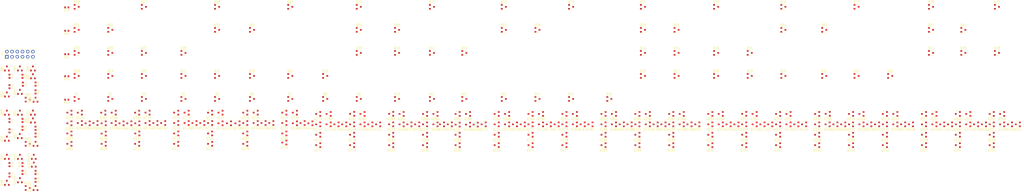
<source format=kicad_pcb>
(kicad_pcb (version 20171130) (host pcbnew 5.1.6)
  (layers (0 F.Cu signal) (31 B.Cu signal) (34 B.Paste user) (35 F.Paste user) (36 B.SilkS user) (37 F.SilkS user) (38 B.Mask user) (39 F.Mask user) (44 Edge.Cuts user))
  (net 0 "")
  (net 1 B0)
  (net 2 T0)
  (net 3 B1)
  (net 4 T1)
  (net 5 B2)
  (net 6 T2)
  (net 7 B3)
  (net 8 GND)
  (net 9 B4)
  (net 10 Vss)
  (net 11 Vdd)
  (net 12 /iii/Out)
  (net 13 /ii0/Out)
  (net 14 /ii1/Out)
  (net 15 /i0i/Out)
  (net 16 /i00/Out)
  (net 17 /i01/Out)
  (net 18 /i1i/Out)
  (net 19 /i10/Out)
  (net 20 /i11/Out)
  (net 21 /0ii/Out)
  (net 22 /0i0/Out)
  (net 23 /0i1/Out)
  (net 24 /00i/Out)
  (net 25 /000/Out)
  (net 26 /001/Out)
  (net 27 /01i/Out)
  (net 28 /010/Out)
  (net 29 /011/Out)
  (net 30 /1ii/Out)
  (net 31 /1i0/Out)
  (net 32 /1i1/Out)
  (net 33 /10i/Out)
  (net 34 /100/Out)
  (net 35 /101/Out)
  (net 36 /11i/Out)
  (net 37 /110/Out)
  (net 38 /111/Out)
  (net 39 /decoder0/inverter/In)
  (net 40 /00i/C)
  (net 41 /decoder0/inverter/Pti)
  (net 42 /decoder0/inverter/Nti)
  (net 43 "Net-(Q85-Pad3)")
  (net 44 "Net-(Q86-Pad2)")
  (net 45 /decoder0/1)
  (net 46 "Net-(Q87-Pad2)")
  (net 47 /decoder1/inverter/In)
  (net 48 /0i0/B)
  (net 49 /decoder1/inverter/Pti)
  (net 50 /decoder1/inverter/Nti)
  (net 51 "Net-(Q93-Pad3)")
  (net 52 "Net-(Q94-Pad2)")
  (net 53 /decoder1/1)
  (net 54 "Net-(Q95-Pad2)")
  (net 55 /decoder2/inverter/In)
  (net 56 /i00/A)
  (net 57 /decoder2/inverter/Pti)
  (net 58 /decoder2/inverter/Nti)
  (net 59 "Net-(Q101-Pad3)")
  (net 60 "Net-(Q102-Pad2)")
  (net 61 /decoder2/1)
  (net 62 "Net-(Q103-Pad2)")
  (net 63 /ii0/Sheet6206C5A9/In)
  (net 64 /decoder0/0)
  (net 65 "Net-(Q108-Pad2)")
  (net 66 "Net-(Q109-Pad2)")
  (net 67 /ii1/Sheet6206C5A9/In)
  (net 68 "Net-(Q114-Pad2)")
  (net 69 "Net-(Q115-Pad2)")
  (net 70 /i0i/Sheet6206C5A9/In)
  (net 71 /decoder1/0)
  (net 72 "Net-(Q120-Pad2)")
  (net 73 "Net-(Q121-Pad2)")
  (net 74 /i00/Sheet6206C5A9/In)
  (net 75 "Net-(Q126-Pad2)")
  (net 76 "Net-(Q127-Pad2)")
  (net 77 /i01/Sheet6206C5A9/In)
  (net 78 "Net-(Q132-Pad2)")
  (net 79 "Net-(Q133-Pad2)")
  (net 80 /i1i/Sheet6206C5A9/In)
  (net 81 "Net-(Q138-Pad2)")
  (net 82 "Net-(Q139-Pad2)")
  (net 83 /i10/Sheet6206C5A9/In)
  (net 84 "Net-(Q144-Pad2)")
  (net 85 "Net-(Q145-Pad2)")
  (net 86 /i11/Sheet6206C5A9/In)
  (net 87 "Net-(Q150-Pad2)")
  (net 88 "Net-(Q151-Pad2)")
  (net 89 /0ii/Sheet6206C5A9/In)
  (net 90 /decoder2/0)
  (net 91 "Net-(Q156-Pad2)")
  (net 92 "Net-(Q157-Pad2)")
  (net 93 /0i0/Sheet6206C5A9/In)
  (net 94 "Net-(Q162-Pad2)")
  (net 95 "Net-(Q163-Pad2)")
  (net 96 /0i1/Sheet6206C5A9/In)
  (net 97 "Net-(Q168-Pad2)")
  (net 98 "Net-(Q169-Pad2)")
  (net 99 /000/Sheet6206C5A9/In)
  (net 100 "Net-(Q174-Pad2)")
  (net 101 "Net-(Q175-Pad2)")
  (net 102 /001/Sheet6206C5A9/In)
  (net 103 "Net-(Q180-Pad2)")
  (net 104 "Net-(Q181-Pad2)")
  (net 105 /01i/Sheet6206C5A9/In)
  (net 106 "Net-(Q186-Pad2)")
  (net 107 "Net-(Q187-Pad2)")
  (net 108 /010/Sheet6206C5A9/In)
  (net 109 "Net-(Q192-Pad2)")
  (net 110 "Net-(Q193-Pad2)")
  (net 111 /011/Sheet6206C5A9/In)
  (net 112 "Net-(Q198-Pad2)")
  (net 113 "Net-(Q199-Pad2)")
  (net 114 /1ii/Sheet6206C5A9/In)
  (net 115 "Net-(Q204-Pad2)")
  (net 116 "Net-(Q205-Pad2)")
  (net 117 /1i0/Sheet6206C5A9/In)
  (net 118 "Net-(Q210-Pad2)")
  (net 119 "Net-(Q211-Pad2)")
  (net 120 /1i1/Sheet6206C5A9/In)
  (net 121 "Net-(Q216-Pad2)")
  (net 122 "Net-(Q217-Pad2)")
  (net 123 /00i/Sheet6206C5A9/In)
  (net 124 "Net-(Q222-Pad2)")
  (net 125 "Net-(Q223-Pad2)")
  (net 126 /111/Sheet6206C5A9/In)
  (net 127 "Net-(Q228-Pad2)")
  (net 128 "Net-(Q229-Pad2)")
  (net 129 /110/Sheet6206C5A9/In)
  (net 130 "Net-(Q234-Pad2)")
  (net 131 "Net-(Q235-Pad2)")
  (net 132 /11i/Sheet6206C5A9/In)
  (net 133 "Net-(Q240-Pad2)")
  (net 134 "Net-(Q241-Pad2)")
  (net 135 /101/Sheet6206C5A9/In)
  (net 136 "Net-(Q246-Pad2)")
  (net 137 "Net-(Q247-Pad2)")
  (net 138 /100/Sheet6206C5A9/In)
  (net 139 "Net-(Q252-Pad2)")
  (net 140 "Net-(Q253-Pad2)")
  (net 141 /10i/Sheet6206C5A9/In)
  (net 142 "Net-(Q258-Pad2)")
  (net 143 "Net-(Q259-Pad2)")
  (net 144 /iii/Sheet6206C5A9/In)
  (net 145 "Net-(Q264-Pad2)")
  (net 146 "Net-(Q265-Pad2)")
  (net 147 "Net-(J1-Pad12)")
  (module Resistor_SMD:R_0603_1608Metric (layer F.Cu) (at 45.72 135.255 180)
    (fp_text reference R23 (at 0 -1.43) (layer F.SilkS))
    (fp_text value 12k)
    (pad 2 smd roundrect (at 0.7875 0 180) (size 0.875 0.95) (layers F.Cu F.Paste F.Mask) (net 11 Vdd))
    (pad 1 smd roundrect (at -0.7875 0 180) (size 0.875 0.95) (layers F.Cu F.Paste F.Mask) (net 9 B4))
  )
  (module Resistor_SMD:R_0603_1608Metric (layer F.Cu) (at 45.72 123.825 180)
    (fp_text reference R22 (at 0 -1.43) (layer F.SilkS))
    (fp_text value 12k)
    (pad 2 smd roundrect (at 0.7875 0 180) (size 0.875 0.95) (layers F.Cu F.Paste F.Mask) (net 11 Vdd))
    (pad 1 smd roundrect (at -0.7875 0 180) (size 0.875 0.95) (layers F.Cu F.Paste F.Mask) (net 7 B3))
  )
  (module Resistor_SMD:R_0603_1608Metric (layer F.Cu) (at 45.72 113.03 180)
    (fp_text reference R21 (at 0 -1.43) (layer F.SilkS))
    (fp_text value 12k)
    (pad 2 smd roundrect (at 0.7875 0 180) (size 0.875 0.95) (layers F.Cu F.Paste F.Mask) (net 11 Vdd))
    (pad 1 smd roundrect (at -0.7875 0 180) (size 0.875 0.95) (layers F.Cu F.Paste F.Mask) (net 5 B2))
  )
  (module Resistor_SMD:R_0603_1608Metric (layer F.Cu) (at 45.72 101.6 180)
    (fp_text reference R20 (at 0 -1.43) (layer F.SilkS))
    (fp_text value 12k)
    (pad 2 smd roundrect (at 0.7875 0 180) (size 0.875 0.95) (layers F.Cu F.Paste F.Mask) (net 11 Vdd))
    (pad 1 smd roundrect (at -0.7875 0 180) (size 0.875 0.95) (layers F.Cu F.Paste F.Mask) (net 3 B1))
  )
  (module Resistor_SMD:R_0603_1608Metric (layer F.Cu) (at 45.72 90.17 180)
    (fp_text reference R19 (at 0 -1.43) (layer F.SilkS))
    (fp_text value 12k)
    (pad 2 smd roundrect (at 0.7875 0 180) (size 0.875 0.95) (layers F.Cu F.Paste F.Mask) (net 11 Vdd))
    (pad 1 smd roundrect (at -0.7875 0 180) (size 0.875 0.95) (layers F.Cu F.Paste F.Mask) (net 1 B0))
  )
  (module Package_TO_SOT_SMD:SOT-23 (layer F.Cu) (at 482.725 101.15)
    (fp_text reference Q64 (at 0 -2.5) (layer F.SilkS))
    (fp_text value 2N7002)
    (pad 1 smd rect (at -1 -0.95) (size 0.9 0.8) (layers F.Cu F.Paste F.Mask) (net 37 /110/Out))
    (pad 2 smd rect (at -1 0.95) (size 0.9 0.8) (layers F.Cu F.Paste F.Mask) (net 8 GND))
    (pad 3 smd rect (at 1 0) (size 0.9 0.8) (layers F.Cu F.Paste F.Mask) (net 3 B1))
  )
  (module Package_TO_SOT_SMD:SOT-23 (layer F.Cu) (at 466.97 101.15)
    (fp_text reference Q63 (at 0 -2.5) (layer F.SilkS))
    (fp_text value 2N7002)
    (pad 1 smd rect (at -1 -0.95) (size 0.9 0.8) (layers F.Cu F.Paste F.Mask) (net 36 /11i/Out))
    (pad 2 smd rect (at -1 0.95) (size 0.9 0.8) (layers F.Cu F.Paste F.Mask) (net 8 GND))
    (pad 3 smd rect (at 1 0) (size 0.9 0.8) (layers F.Cu F.Paste F.Mask) (net 3 B1))
  )
  (module Package_TO_SOT_SMD:SOT-23 (layer F.Cu) (at 414.915 101.15)
    (fp_text reference Q62 (at 0 -2.5) (layer F.SilkS))
    (fp_text value 2N7002)
    (pad 3 smd rect (at 1 0) (size 0.9 0.8) (layers F.Cu F.Paste F.Mask) (net 3 B1))
    (pad 2 smd rect (at -1 0.95) (size 0.9 0.8) (layers F.Cu F.Paste F.Mask) (net 8 GND))
    (pad 1 smd rect (at -1 -0.95) (size 0.9 0.8) (layers F.Cu F.Paste F.Mask) (net 33 /10i/Out))
  )
  (module Package_TO_SOT_SMD:SOT-23 (layer F.Cu) (at 395.005 101.15)
    (fp_text reference Q61 (at 0 -2.5) (layer F.SilkS))
    (fp_text value 2N7002)
    (pad 3 smd rect (at 1 0) (size 0.9 0.8) (layers F.Cu F.Paste F.Mask) (net 3 B1))
    (pad 2 smd rect (at -1 0.95) (size 0.9 0.8) (layers F.Cu F.Paste F.Mask) (net 8 GND))
    (pad 1 smd rect (at -1 -0.95) (size 0.9 0.8) (layers F.Cu F.Paste F.Mask) (net 32 /1i1/Out))
  )
  (module Package_TO_SOT_SMD:SOT-23 (layer F.Cu) (at 447.06 123.65)
    (fp_text reference Q33 (at 0 -2.5) (layer F.SilkS))
    (fp_text value 2N7002)
    (pad 1 smd rect (at -1 -0.95) (size 0.9 0.8) (layers F.Cu F.Paste F.Mask) (net 35 /101/Out))
    (pad 2 smd rect (at -1 0.95) (size 0.9 0.8) (layers F.Cu F.Paste F.Mask) (net 8 GND))
    (pad 3 smd rect (at 1 0) (size 0.9 0.8) (layers F.Cu F.Paste F.Mask) (net 7 B3))
  )
  (module Package_TO_SOT_SMD:SOT-23 (layer F.Cu) (at 430.67 123.65)
    (fp_text reference Q32 (at 0 -2.5) (layer F.SilkS))
    (fp_text value 2N7002)
    (pad 1 smd rect (at -1 -0.95) (size 0.9 0.8) (layers F.Cu F.Paste F.Mask) (net 34 /100/Out))
    (pad 2 smd rect (at -1 0.95) (size 0.9 0.8) (layers F.Cu F.Paste F.Mask) (net 8 GND))
    (pad 3 smd rect (at 1 0) (size 0.9 0.8) (layers F.Cu F.Paste F.Mask) (net 7 B3))
  )
  (module Package_TO_SOT_SMD:SOT-23 (layer F.Cu) (at 414.915 123.65)
    (fp_text reference Q31 (at 0 -2.5) (layer F.SilkS))
    (fp_text value 2N7002)
    (pad 3 smd rect (at 1 0) (size 0.9 0.8) (layers F.Cu F.Paste F.Mask) (net 7 B3))
    (pad 2 smd rect (at -1 0.95) (size 0.9 0.8) (layers F.Cu F.Paste F.Mask) (net 8 GND))
    (pad 1 smd rect (at -1 -0.95) (size 0.9 0.8) (layers F.Cu F.Paste F.Mask) (net 33 /10i/Out))
  )
  (module Package_TO_SOT_SMD:SOT-23 (layer F.Cu) (at 395.005 123.65)
    (fp_text reference Q30 (at 0 -2.5) (layer F.SilkS))
    (fp_text value 2N7002)
    (pad 3 smd rect (at 1 0) (size 0.9 0.8) (layers F.Cu F.Paste F.Mask) (net 7 B3))
    (pad 2 smd rect (at -1 0.95) (size 0.9 0.8) (layers F.Cu F.Paste F.Mask) (net 8 GND))
    (pad 1 smd rect (at -1 -0.95) (size 0.9 0.8) (layers F.Cu F.Paste F.Mask) (net 32 /1i1/Out))
  )
  (module Package_TO_SOT_SMD:SOT-23 (layer F.Cu) (at 378.615 123.65)
    (fp_text reference Q29 (at 0 -2.5) (layer F.SilkS))
    (fp_text value 2N7002)
    (pad 3 smd rect (at 1 0) (size 0.9 0.8) (layers F.Cu F.Paste F.Mask) (net 7 B3))
    (pad 2 smd rect (at -1 0.95) (size 0.9 0.8) (layers F.Cu F.Paste F.Mask) (net 8 GND))
    (pad 1 smd rect (at -1 -0.95) (size 0.9 0.8) (layers F.Cu F.Paste F.Mask) (net 31 /1i0/Out))
  )
  (module Package_TO_SOT_SMD:SOT-23 (layer F.Cu) (at 362.225 123.65)
    (fp_text reference Q28 (at 0 -2.5) (layer F.SilkS))
    (fp_text value 2N7002)
    (pad 3 smd rect (at 1 0) (size 0.9 0.8) (layers F.Cu F.Paste F.Mask) (net 7 B3))
    (pad 2 smd rect (at -1 0.95) (size 0.9 0.8) (layers F.Cu F.Paste F.Mask) (net 8 GND))
    (pad 1 smd rect (at -1 -0.95) (size 0.9 0.8) (layers F.Cu F.Paste F.Mask) (net 30 /1ii/Out))
  )
  (module Package_TO_SOT_SMD:SOT-23 (layer F.Cu) (at 499.115 89.9)
    (fp_text reference Q79 (at 0 -2.5) (layer F.SilkS))
    (fp_text value 2N7002)
    (pad 3 smd rect (at 1 0) (size 0.9 0.8) (layers F.Cu F.Paste F.Mask) (net 1 B0))
    (pad 2 smd rect (at -1 0.95) (size 0.9 0.8) (layers F.Cu F.Paste F.Mask) (net 8 GND))
    (pad 1 smd rect (at -1 -0.95) (size 0.9 0.8) (layers F.Cu F.Paste F.Mask) (net 38 /111/Out))
  )
  (module Package_TO_SOT_SMD:SOT-23 (layer F.Cu) (at 466.97 89.9)
    (fp_text reference Q78 (at 0 -2.5) (layer F.SilkS))
    (fp_text value 2N7002)
    (pad 1 smd rect (at -1 -0.95) (size 0.9 0.8) (layers F.Cu F.Paste F.Mask) (net 36 /11i/Out))
    (pad 2 smd rect (at -1 0.95) (size 0.9 0.8) (layers F.Cu F.Paste F.Mask) (net 8 GND))
    (pad 3 smd rect (at 1 0) (size 0.9 0.8) (layers F.Cu F.Paste F.Mask) (net 1 B0))
  )
  (module Package_TO_SOT_SMD:SOT-23 (layer F.Cu) (at 430.67 89.9)
    (fp_text reference Q77 (at 0 -2.5) (layer F.SilkS))
    (fp_text value 2N7002)
    (pad 1 smd rect (at -1 -0.95) (size 0.9 0.8) (layers F.Cu F.Paste F.Mask) (net 34 /100/Out))
    (pad 2 smd rect (at -1 0.95) (size 0.9 0.8) (layers F.Cu F.Paste F.Mask) (net 8 GND))
    (pad 3 smd rect (at 1 0) (size 0.9 0.8) (layers F.Cu F.Paste F.Mask) (net 1 B0))
  )
  (module Package_TO_SOT_SMD:SOT-23 (layer F.Cu) (at 395.005 89.9)
    (fp_text reference Q76 (at 0 -2.5) (layer F.SilkS))
    (fp_text value 2N7002)
    (pad 3 smd rect (at 1 0) (size 0.9 0.8) (layers F.Cu F.Paste F.Mask) (net 1 B0))
    (pad 2 smd rect (at -1 0.95) (size 0.9 0.8) (layers F.Cu F.Paste F.Mask) (net 8 GND))
    (pad 1 smd rect (at -1 -0.95) (size 0.9 0.8) (layers F.Cu F.Paste F.Mask) (net 32 /1i1/Out))
  )
  (module Package_TO_SOT_SMD:SOT-23 (layer F.Cu) (at 362.225 89.9)
    (fp_text reference Q75 (at 0 -2.5) (layer F.SilkS))
    (fp_text value 2N7002)
    (pad 3 smd rect (at 1 0) (size 0.9 0.8) (layers F.Cu F.Paste F.Mask) (net 1 B0))
    (pad 2 smd rect (at -1 0.95) (size 0.9 0.8) (layers F.Cu F.Paste F.Mask) (net 8 GND))
    (pad 1 smd rect (at -1 -0.95) (size 0.9 0.8) (layers F.Cu F.Paste F.Mask) (net 30 /1ii/Out))
  )
  (module Package_TO_SOT_SMD:SOT-23 (layer F.Cu) (at 499.115 112.4)
    (fp_text reference Q49 (at 0 -2.5) (layer F.SilkS))
    (fp_text value 2N7002)
    (pad 3 smd rect (at 1 0) (size 0.9 0.8) (layers F.Cu F.Paste F.Mask) (net 5 B2))
    (pad 2 smd rect (at -1 0.95) (size 0.9 0.8) (layers F.Cu F.Paste F.Mask) (net 8 GND))
    (pad 1 smd rect (at -1 -0.95) (size 0.9 0.8) (layers F.Cu F.Paste F.Mask) (net 38 /111/Out))
  )
  (module Package_TO_SOT_SMD:SOT-23 (layer F.Cu) (at 482.725 112.4)
    (fp_text reference Q48 (at 0 -2.5) (layer F.SilkS))
    (fp_text value 2N7002)
    (pad 1 smd rect (at -1 -0.95) (size 0.9 0.8) (layers F.Cu F.Paste F.Mask) (net 37 /110/Out))
    (pad 2 smd rect (at -1 0.95) (size 0.9 0.8) (layers F.Cu F.Paste F.Mask) (net 8 GND))
    (pad 3 smd rect (at 1 0) (size 0.9 0.8) (layers F.Cu F.Paste F.Mask) (net 5 B2))
  )
  (module Package_TO_SOT_SMD:SOT-23 (layer F.Cu) (at 466.97 112.4)
    (fp_text reference Q47 (at 0 -2.5) (layer F.SilkS))
    (fp_text value 2N7002)
    (pad 1 smd rect (at -1 -0.95) (size 0.9 0.8) (layers F.Cu F.Paste F.Mask) (net 36 /11i/Out))
    (pad 2 smd rect (at -1 0.95) (size 0.9 0.8) (layers F.Cu F.Paste F.Mask) (net 8 GND))
    (pad 3 smd rect (at 1 0) (size 0.9 0.8) (layers F.Cu F.Paste F.Mask) (net 5 B2))
  )
  (module Package_TO_SOT_SMD:SOT-23 (layer F.Cu) (at 378.615 112.4)
    (fp_text reference Q46 (at 0 -2.5) (layer F.SilkS))
    (fp_text value 2N7002)
    (pad 3 smd rect (at 1 0) (size 0.9 0.8) (layers F.Cu F.Paste F.Mask) (net 5 B2))
    (pad 2 smd rect (at -1 0.95) (size 0.9 0.8) (layers F.Cu F.Paste F.Mask) (net 8 GND))
    (pad 1 smd rect (at -1 -0.95) (size 0.9 0.8) (layers F.Cu F.Paste F.Mask) (net 31 /1i0/Out))
  )
  (module Package_TO_SOT_SMD:SOT-23 (layer F.Cu) (at 362.225 112.4)
    (fp_text reference Q45 (at 0 -2.5) (layer F.SilkS))
    (fp_text value 2N7002)
    (pad 3 smd rect (at 1 0) (size 0.9 0.8) (layers F.Cu F.Paste F.Mask) (net 5 B2))
    (pad 2 smd rect (at -1 0.95) (size 0.9 0.8) (layers F.Cu F.Paste F.Mask) (net 8 GND))
    (pad 1 smd rect (at -1 -0.95) (size 0.9 0.8) (layers F.Cu F.Paste F.Mask) (net 30 /1ii/Out))
  )
  (module Resistor_SMD:R_0603_1608Metric (layer F.Cu) (at 30.48 174.625 270)
    (fp_text reference R18 (at 0 -1.43 90) (layer F.SilkS))
    (fp_text value 12k)
    (pad 2 smd roundrect (at 0.7875 0 270) (size 0.875 0.95) (layers F.Cu F.Paste F.Mask) (net 59 "Net-(Q101-Pad3)"))
    (pad 1 smd roundrect (at -0.7875 0 270) (size 0.875 0.95) (layers F.Cu F.Paste F.Mask) (net 90 /decoder2/0))
  )
  (module Resistor_SMD:R_0603_1608Metric (layer F.Cu) (at 30.48 170.815 270)
    (fp_text reference R17 (at 0 -1.43 90) (layer F.SilkS))
    (fp_text value 12k)
    (pad 2 smd roundrect (at 0.7875 0 270) (size 0.875 0.95) (layers F.Cu F.Paste F.Mask) (net 90 /decoder2/0))
    (pad 1 smd roundrect (at -0.7875 0 270) (size 0.875 0.95) (layers F.Cu F.Paste F.Mask) (net 62 "Net-(Q103-Pad2)"))
  )
  (module Resistor_SMD:R_0603_1608Metric (layer F.Cu) (at 24.13 170.815 270)
    (fp_text reference R16 (at 0 -1.43 90) (layer F.SilkS))
    (fp_text value 12k)
    (pad 2 smd roundrect (at 0.7875 0 270) (size 0.875 0.95) (layers F.Cu F.Paste F.Mask) (net 58 /decoder2/inverter/Nti))
    (pad 1 smd roundrect (at -0.7875 0 270) (size 0.875 0.95) (layers F.Cu F.Paste F.Mask) (net 61 /decoder2/1))
  )
  (module Resistor_SMD:R_0603_1608Metric (layer F.Cu) (at 24.13 167.005 90)
    (fp_text reference R15 (at 0 -1.43 90) (layer F.SilkS))
    (fp_text value 12k)
    (pad 2 smd roundrect (at 0.7875 0 90) (size 0.875 0.95) (layers F.Cu F.Paste F.Mask) (net 61 /decoder2/1))
    (pad 1 smd roundrect (at -0.7875 0 90) (size 0.875 0.95) (layers F.Cu F.Paste F.Mask) (net 57 /decoder2/inverter/Pti))
  )
  (module Resistor_SMD:R_0603_1608Metric (layer F.Cu) (at 17.78 172.085 270)
    (fp_text reference R14 (at 0 -1.43 90) (layer F.SilkS))
    (fp_text value 12k)
    (pad 2 smd roundrect (at 0.7875 0 270) (size 0.875 0.95) (layers F.Cu F.Paste F.Mask) (net 56 /i00/A))
    (pad 1 smd roundrect (at -0.7875 0 270) (size 0.875 0.95) (layers F.Cu F.Paste F.Mask) (net 11 Vdd))
  )
  (module Resistor_SMD:R_0603_1608Metric (layer F.Cu) (at 17.78 167.005 270)
    (fp_text reference R13 (at 0 -1.43 90) (layer F.SilkS))
    (fp_text value 12k)
    (pad 2 smd roundrect (at 0.7875 0 270) (size 0.875 0.95) (layers F.Cu F.Paste F.Mask) (net 10 Vss))
    (pad 1 smd roundrect (at -0.7875 0 270) (size 0.875 0.95) (layers F.Cu F.Paste F.Mask) (net 55 /decoder2/inverter/In))
  )
  (module Resistor_SMD:R_0603_1608Metric (layer F.Cu) (at 30.48 152.5525 270)
    (fp_text reference R12 (at 0 -1.43 90) (layer F.SilkS))
    (fp_text value 12k)
    (pad 2 smd roundrect (at 0.7875 0 270) (size 0.875 0.95) (layers F.Cu F.Paste F.Mask) (net 51 "Net-(Q93-Pad3)"))
    (pad 1 smd roundrect (at -0.7875 0 270) (size 0.875 0.95) (layers F.Cu F.Paste F.Mask) (net 71 /decoder1/0))
  )
  (module Resistor_SMD:R_0603_1608Metric (layer F.Cu) (at 30.48 149.225 270)
    (fp_text reference R11 (at 0 -1.43 90) (layer F.SilkS))
    (fp_text value 12k)
    (pad 2 smd roundrect (at 0.7875 0 270) (size 0.875 0.95) (layers F.Cu F.Paste F.Mask) (net 71 /decoder1/0))
    (pad 1 smd roundrect (at -0.7875 0 270) (size 0.875 0.95) (layers F.Cu F.Paste F.Mask) (net 54 "Net-(Q95-Pad2)"))
  )
  (module Resistor_SMD:R_0603_1608Metric (layer F.Cu) (at 24.13 149.225 270)
    (fp_text reference R10 (at 0 -1.43 90) (layer F.SilkS))
    (fp_text value 12k)
    (pad 2 smd roundrect (at 0.7875 0 270) (size 0.875 0.95) (layers F.Cu F.Paste F.Mask) (net 50 /decoder1/inverter/Nti))
    (pad 1 smd roundrect (at -0.7875 0 270) (size 0.875 0.95) (layers F.Cu F.Paste F.Mask) (net 53 /decoder1/1))
  )
  (module Resistor_SMD:R_0603_1608Metric (layer F.Cu) (at 24.13 145.415 270)
    (fp_text reference R9 (at 0 -1.43 90) (layer F.SilkS))
    (fp_text value 12k)
    (pad 2 smd roundrect (at 0.7875 0 270) (size 0.875 0.95) (layers F.Cu F.Paste F.Mask) (net 53 /decoder1/1))
    (pad 1 smd roundrect (at -0.7875 0 270) (size 0.875 0.95) (layers F.Cu F.Paste F.Mask) (net 49 /decoder1/inverter/Pti))
  )
  (module Resistor_SMD:R_0603_1608Metric (layer F.Cu) (at 17.78 150.495 270)
    (fp_text reference R8 (at 0 -1.43 90) (layer F.SilkS))
    (fp_text value 12k)
    (pad 2 smd roundrect (at 0.7875 0 270) (size 0.875 0.95) (layers F.Cu F.Paste F.Mask) (net 48 /0i0/B))
    (pad 1 smd roundrect (at -0.7875 0 270) (size 0.875 0.95) (layers F.Cu F.Paste F.Mask) (net 11 Vdd))
  )
  (module Resistor_SMD:R_0603_1608Metric (layer F.Cu) (at 17.78 145.415 270)
    (fp_text reference R7 (at 0 -1.43 90) (layer F.SilkS))
    (fp_text value 12k)
    (pad 2 smd roundrect (at 0.7875 0 270) (size 0.875 0.95) (layers F.Cu F.Paste F.Mask) (net 10 Vss))
    (pad 1 smd roundrect (at -0.7875 0 270) (size 0.875 0.95) (layers F.Cu F.Paste F.Mask) (net 47 /decoder1/inverter/In))
  )
  (module Resistor_SMD:R_0603_1608Metric (layer F.Cu) (at 30.48 131.445 270)
    (fp_text reference R6 (at 0 -1.43 90) (layer F.SilkS))
    (fp_text value 12k)
    (pad 2 smd roundrect (at 0.7875 0 270) (size 0.875 0.95) (layers F.Cu F.Paste F.Mask) (net 43 "Net-(Q85-Pad3)"))
    (pad 1 smd roundrect (at -0.7875 0 270) (size 0.875 0.95) (layers F.Cu F.Paste F.Mask) (net 64 /decoder0/0))
  )
  (module Resistor_SMD:R_0603_1608Metric (layer F.Cu) (at 30.48 127.635 270)
    (fp_text reference R5 (at 0 -1.43 90) (layer F.SilkS))
    (fp_text value 12k)
    (pad 2 smd roundrect (at 0.7875 0 270) (size 0.875 0.95) (layers F.Cu F.Paste F.Mask) (net 64 /decoder0/0))
    (pad 1 smd roundrect (at -0.7875 0 270) (size 0.875 0.95) (layers F.Cu F.Paste F.Mask) (net 46 "Net-(Q87-Pad2)"))
  )
  (module Resistor_SMD:R_0603_1608Metric (layer F.Cu) (at 24.31 127.69 270)
    (fp_text reference R4 (at 0 -1.43 90) (layer F.SilkS))
    (fp_text value 12k)
    (pad 2 smd roundrect (at 0.7875 0 270) (size 0.875 0.95) (layers F.Cu F.Paste F.Mask) (net 42 /decoder0/inverter/Nti))
    (pad 1 smd roundrect (at -0.7875 0 270) (size 0.875 0.95) (layers F.Cu F.Paste F.Mask) (net 45 /decoder0/1))
  )
  (module Resistor_SMD:R_0603_1608Metric (layer F.Cu) (at 24.13 123.825 270)
    (fp_text reference R3 (at 0 -1.43 90) (layer F.SilkS))
    (fp_text value 12k)
    (pad 2 smd roundrect (at 0.7875 0 270) (size 0.875 0.95) (layers F.Cu F.Paste F.Mask) (net 45 /decoder0/1))
    (pad 1 smd roundrect (at -0.7875 0 270) (size 0.875 0.95) (layers F.Cu F.Paste F.Mask) (net 41 /decoder0/inverter/Pti))
  )
  (module Resistor_SMD:R_0603_1608Metric (layer F.Cu) (at 17.78 128.905 270)
    (fp_text reference R2 (at 0 -1.43 90) (layer F.SilkS))
    (fp_text value 12k)
    (pad 2 smd roundrect (at 0.7875 0 270) (size 0.875 0.95) (layers F.Cu F.Paste F.Mask) (net 40 /00i/C))
    (pad 1 smd roundrect (at -0.7875 0 270) (size 0.875 0.95) (layers F.Cu F.Paste F.Mask) (net 11 Vdd))
  )
  (module Resistor_SMD:R_0603_1608Metric (layer F.Cu) (at 17.78 123.825 270)
    (fp_text reference R1 (at 0 -1.43 90) (layer F.SilkS))
    (fp_text value 12k)
    (pad 2 smd roundrect (at 0.7875 0 270) (size 0.875 0.95) (layers F.Cu F.Paste F.Mask) (net 10 Vss))
    (pad 1 smd roundrect (at -0.7875 0 270) (size 0.875 0.95) (layers F.Cu F.Paste F.Mask) (net 39 /decoder0/inverter/In))
  )
  (module Package_TO_SOT_SMD:SOT-23 (layer F.Cu) (at 52.07 141.605 180)
    (fp_text reference Q320 (at 0 -2.5) (layer F.SilkS))
    (fp_text value 2N7002)
    (pad 3 smd rect (at 1 0 180) (size 0.9 0.8) (layers F.Cu F.Paste F.Mask) (net 12 /iii/Out))
    (pad 2 smd rect (at -1 0.95 180) (size 0.9 0.8) (layers F.Cu F.Paste F.Mask) (net 8 GND))
    (pad 1 smd rect (at -1 -0.95 180) (size 0.9 0.8) (layers F.Cu F.Paste F.Mask) (net 144 /iii/Sheet6206C5A9/In))
  )
  (module Package_TO_SOT_SMD:SOT-23 (layer F.Cu) (at 46.99 141.605 180)
    (fp_text reference Q319 (at 0 -2.5) (layer F.SilkS))
    (fp_text value BSS84)
    (pad 3 smd rect (at 1 0 180) (size 0.9 0.8) (layers F.Cu F.Paste F.Mask) (net 11 Vdd))
    (pad 2 smd rect (at -1 0.95 180) (size 0.9 0.8) (layers F.Cu F.Paste F.Mask) (net 12 /iii/Out))
    (pad 1 smd rect (at -1 -0.95 180) (size 0.9 0.8) (layers F.Cu F.Paste F.Mask) (net 144 /iii/Sheet6206C5A9/In))
  )
  (module Package_TO_SOT_SMD:SOT-23 (layer F.Cu) (at 416.6375 142.175 180)
    (fp_text reference Q318 (at 0 -2.5) (layer F.SilkS))
    (fp_text value 2N7002)
    (pad 1 smd rect (at -1 -0.95 180) (size 0.9 0.8) (layers F.Cu F.Paste F.Mask) (net 141 /10i/Sheet6206C5A9/In))
    (pad 2 smd rect (at -1 0.95 180) (size 0.9 0.8) (layers F.Cu F.Paste F.Mask) (net 8 GND))
    (pad 3 smd rect (at 1 0 180) (size 0.9 0.8) (layers F.Cu F.Paste F.Mask) (net 33 /10i/Out))
  )
  (module Package_TO_SOT_SMD:SOT-23 (layer F.Cu) (at 411.48 142.24 180)
    (fp_text reference Q317 (at 0 -2.5) (layer F.SilkS))
    (fp_text value BSS84)
    (pad 1 smd rect (at -1 -0.95 180) (size 0.9 0.8) (layers F.Cu F.Paste F.Mask) (net 141 /10i/Sheet6206C5A9/In))
    (pad 2 smd rect (at -1 0.95 180) (size 0.9 0.8) (layers F.Cu F.Paste F.Mask) (net 33 /10i/Out))
    (pad 3 smd rect (at 1 0 180) (size 0.9 0.8) (layers F.Cu F.Paste F.Mask) (net 11 Vdd))
  )
  (module Package_TO_SOT_SMD:SOT-23 (layer F.Cu) (at 433.07 142.24 180)
    (fp_text reference Q316 (at 0 -2.5) (layer F.SilkS))
    (fp_text value 2N7002)
    (pad 1 smd rect (at -1 -0.95 180) (size 0.9 0.8) (layers F.Cu F.Paste F.Mask) (net 138 /100/Sheet6206C5A9/In))
    (pad 2 smd rect (at -1 0.95 180) (size 0.9 0.8) (layers F.Cu F.Paste F.Mask) (net 8 GND))
    (pad 3 smd rect (at 1 0 180) (size 0.9 0.8) (layers F.Cu F.Paste F.Mask) (net 34 /100/Out))
  )
  (module Package_TO_SOT_SMD:SOT-23 (layer F.Cu) (at 427.99 142.24 180)
    (fp_text reference Q315 (at 0 -2.5) (layer F.SilkS))
    (fp_text value BSS84)
    (pad 1 smd rect (at -1 -0.95 180) (size 0.9 0.8) (layers F.Cu F.Paste F.Mask) (net 138 /100/Sheet6206C5A9/In))
    (pad 2 smd rect (at -1 0.95 180) (size 0.9 0.8) (layers F.Cu F.Paste F.Mask) (net 34 /100/Out))
    (pad 3 smd rect (at 1 0 180) (size 0.9 0.8) (layers F.Cu F.Paste F.Mask) (net 11 Vdd))
  )
  (module Package_TO_SOT_SMD:SOT-23 (layer F.Cu) (at 449.58 142.24 180)
    (fp_text reference Q314 (at 0 -2.5) (layer F.SilkS))
    (fp_text value 2N7002)
    (pad 1 smd rect (at -1 -0.95 180) (size 0.9 0.8) (layers F.Cu F.Paste F.Mask) (net 135 /101/Sheet6206C5A9/In))
    (pad 2 smd rect (at -1 0.95 180) (size 0.9 0.8) (layers F.Cu F.Paste F.Mask) (net 8 GND))
    (pad 3 smd rect (at 1 0 180) (size 0.9 0.8) (layers F.Cu F.Paste F.Mask) (net 35 /101/Out))
  )
  (module Package_TO_SOT_SMD:SOT-23 (layer F.Cu) (at 444.5 142.24 180)
    (fp_text reference Q313 (at 0 -2.5) (layer F.SilkS))
    (fp_text value BSS84)
    (pad 1 smd rect (at -1 -0.95 180) (size 0.9 0.8) (layers F.Cu F.Paste F.Mask) (net 135 /101/Sheet6206C5A9/In))
    (pad 2 smd rect (at -1 0.95 180) (size 0.9 0.8) (layers F.Cu F.Paste F.Mask) (net 35 /101/Out))
    (pad 3 smd rect (at 1 0 180) (size 0.9 0.8) (layers F.Cu F.Paste F.Mask) (net 11 Vdd))
  )
  (module Package_TO_SOT_SMD:SOT-23 (layer F.Cu) (at 468.63 142.24 180)
    (fp_text reference Q312 (at 0 -2.5) (layer F.SilkS))
    (fp_text value 2N7002)
    (pad 1 smd rect (at -1 -0.95 180) (size 0.9 0.8) (layers F.Cu F.Paste F.Mask) (net 132 /11i/Sheet6206C5A9/In))
    (pad 2 smd rect (at -1 0.95 180) (size 0.9 0.8) (layers F.Cu F.Paste F.Mask) (net 8 GND))
    (pad 3 smd rect (at 1 0 180) (size 0.9 0.8) (layers F.Cu F.Paste F.Mask) (net 36 /11i/Out))
  )
  (module Package_TO_SOT_SMD:SOT-23 (layer F.Cu) (at 463.55 142.24 180)
    (fp_text reference Q311 (at 0 -2.5) (layer F.SilkS))
    (fp_text value BSS84)
    (pad 1 smd rect (at -1 -0.95 180) (size 0.9 0.8) (layers F.Cu F.Paste F.Mask) (net 132 /11i/Sheet6206C5A9/In))
    (pad 2 smd rect (at -1 0.95 180) (size 0.9 0.8) (layers F.Cu F.Paste F.Mask) (net 36 /11i/Out))
    (pad 3 smd rect (at 1 0 180) (size 0.9 0.8) (layers F.Cu F.Paste F.Mask) (net 11 Vdd))
  )
  (module Package_TO_SOT_SMD:SOT-23 (layer F.Cu) (at 485.14 142.24 180)
    (fp_text reference Q310 (at 0 -2.5) (layer F.SilkS))
    (fp_text value 2N7002)
    (pad 1 smd rect (at -1 -0.95 180) (size 0.9 0.8) (layers F.Cu F.Paste F.Mask) (net 129 /110/Sheet6206C5A9/In))
    (pad 2 smd rect (at -1 0.95 180) (size 0.9 0.8) (layers F.Cu F.Paste F.Mask) (net 8 GND))
    (pad 3 smd rect (at 1 0 180) (size 0.9 0.8) (layers F.Cu F.Paste F.Mask) (net 37 /110/Out))
  )
  (module Package_TO_SOT_SMD:SOT-23 (layer F.Cu) (at 480.06 142.24 180)
    (fp_text reference Q309 (at 0 -2.5) (layer F.SilkS))
    (fp_text value BSS84)
    (pad 1 smd rect (at -1 -0.95 180) (size 0.9 0.8) (layers F.Cu F.Paste F.Mask) (net 129 /110/Sheet6206C5A9/In))
    (pad 2 smd rect (at -1 0.95 180) (size 0.9 0.8) (layers F.Cu F.Paste F.Mask) (net 37 /110/Out))
    (pad 3 smd rect (at 1 0 180) (size 0.9 0.8) (layers F.Cu F.Paste F.Mask) (net 11 Vdd))
  )
  (module Package_TO_SOT_SMD:SOT-23 (layer F.Cu) (at 501.65 142.24 180)
    (fp_text reference Q308 (at 0 -2.5) (layer F.SilkS))
    (fp_text value 2N7002)
    (pad 1 smd rect (at -1 -0.95 180) (size 0.9 0.8) (layers F.Cu F.Paste F.Mask) (net 126 /111/Sheet6206C5A9/In))
    (pad 2 smd rect (at -1 0.95 180) (size 0.9 0.8) (layers F.Cu F.Paste F.Mask) (net 8 GND))
    (pad 3 smd rect (at 1 0 180) (size 0.9 0.8) (layers F.Cu F.Paste F.Mask) (net 38 /111/Out))
  )
  (module Package_TO_SOT_SMD:SOT-23 (layer F.Cu) (at 496.57 142.24 180)
    (fp_text reference Q307 (at 0 -2.5) (layer F.SilkS))
    (fp_text value BSS84)
    (pad 1 smd rect (at -1 -0.95 180) (size 0.9 0.8) (layers F.Cu F.Paste F.Mask) (net 126 /111/Sheet6206C5A9/In))
    (pad 2 smd rect (at -1 0.95 180) (size 0.9 0.8) (layers F.Cu F.Paste F.Mask) (net 38 /111/Out))
    (pad 3 smd rect (at 1 0 180) (size 0.9 0.8) (layers F.Cu F.Paste F.Mask) (net 11 Vdd))
  )
  (module Package_TO_SOT_SMD:SOT-23 (layer F.Cu) (at 260.35 142.24 180)
    (fp_text reference Q306 (at 0 -2.5) (layer F.SilkS))
    (fp_text value 2N7002)
    (pad 1 smd rect (at -1 -0.95 180) (size 0.9 0.8) (layers F.Cu F.Paste F.Mask) (net 123 /00i/Sheet6206C5A9/In))
    (pad 2 smd rect (at -1 0.95 180) (size 0.9 0.8) (layers F.Cu F.Paste F.Mask) (net 8 GND))
    (pad 3 smd rect (at 1 0 180) (size 0.9 0.8) (layers F.Cu F.Paste F.Mask) (net 24 /00i/Out))
  )
  (module Package_TO_SOT_SMD:SOT-23 (layer F.Cu) (at 255.27 142.24 180)
    (fp_text reference Q305 (at 0 -2.5) (layer F.SilkS))
    (fp_text value BSS84)
    (pad 1 smd rect (at -1 -0.95 180) (size 0.9 0.8) (layers F.Cu F.Paste F.Mask) (net 123 /00i/Sheet6206C5A9/In))
    (pad 2 smd rect (at -1 0.95 180) (size 0.9 0.8) (layers F.Cu F.Paste F.Mask) (net 24 /00i/Out))
    (pad 3 smd rect (at 1 0 180) (size 0.9 0.8) (layers F.Cu F.Paste F.Mask) (net 11 Vdd))
  )
  (module Package_TO_SOT_SMD:SOT-23 (layer F.Cu) (at 397.51 142.24 180)
    (fp_text reference Q304 (at 0 -2.5) (layer F.SilkS))
    (fp_text value 2N7002)
    (pad 1 smd rect (at -1 -0.95 180) (size 0.9 0.8) (layers F.Cu F.Paste F.Mask) (net 120 /1i1/Sheet6206C5A9/In))
    (pad 2 smd rect (at -1 0.95 180) (size 0.9 0.8) (layers F.Cu F.Paste F.Mask) (net 8 GND))
    (pad 3 smd rect (at 1 0 180) (size 0.9 0.8) (layers F.Cu F.Paste F.Mask) (net 32 /1i1/Out))
  )
  (module Package_TO_SOT_SMD:SOT-23 (layer F.Cu) (at 392.43 142.24 180)
    (fp_text reference Q303 (at 0 -2.5) (layer F.SilkS))
    (fp_text value BSS84)
    (pad 1 smd rect (at -1 -0.95 180) (size 0.9 0.8) (layers F.Cu F.Paste F.Mask) (net 120 /1i1/Sheet6206C5A9/In))
    (pad 2 smd rect (at -1 0.95 180) (size 0.9 0.8) (layers F.Cu F.Paste F.Mask) (net 32 /1i1/Out))
    (pad 3 smd rect (at 1 0 180) (size 0.9 0.8) (layers F.Cu F.Paste F.Mask) (net 11 Vdd))
  )
  (module Package_TO_SOT_SMD:SOT-23 (layer F.Cu) (at 381 142.24 180)
    (fp_text reference Q302 (at 0 -2.5) (layer F.SilkS))
    (fp_text value 2N7002)
    (pad 1 smd rect (at -1 -0.95 180) (size 0.9 0.8) (layers F.Cu F.Paste F.Mask) (net 117 /1i0/Sheet6206C5A9/In))
    (pad 2 smd rect (at -1 0.95 180) (size 0.9 0.8) (layers F.Cu F.Paste F.Mask) (net 8 GND))
    (pad 3 smd rect (at 1 0 180) (size 0.9 0.8) (layers F.Cu F.Paste F.Mask) (net 31 /1i0/Out))
  )
  (module Package_TO_SOT_SMD:SOT-23 (layer F.Cu) (at 375.92 142.175 180)
    (fp_text reference Q301 (at 0 -2.5) (layer F.SilkS))
    (fp_text value BSS84)
    (pad 1 smd rect (at -1 -0.95 180) (size 0.9 0.8) (layers F.Cu F.Paste F.Mask) (net 117 /1i0/Sheet6206C5A9/In))
    (pad 2 smd rect (at -1 0.95 180) (size 0.9 0.8) (layers F.Cu F.Paste F.Mask) (net 31 /1i0/Out))
    (pad 3 smd rect (at 1 0 180) (size 0.9 0.8) (layers F.Cu F.Paste F.Mask) (net 11 Vdd))
  )
  (module Package_TO_SOT_SMD:SOT-23 (layer F.Cu) (at 364.49 142.24 180)
    (fp_text reference Q300 (at 0 -2.5) (layer F.SilkS))
    (fp_text value 2N7002)
    (pad 1 smd rect (at -1 -0.95 180) (size 0.9 0.8) (layers F.Cu F.Paste F.Mask) (net 114 /1ii/Sheet6206C5A9/In))
    (pad 2 smd rect (at -1 0.95 180) (size 0.9 0.8) (layers F.Cu F.Paste F.Mask) (net 8 GND))
    (pad 3 smd rect (at 1 0 180) (size 0.9 0.8) (layers F.Cu F.Paste F.Mask) (net 30 /1ii/Out))
  )
  (module Package_TO_SOT_SMD:SOT-23 (layer F.Cu) (at 359.41 142.24 180)
    (fp_text reference Q299 (at 0 -2.5) (layer F.SilkS))
    (fp_text value BSS84)
    (pad 1 smd rect (at -1 -0.95 180) (size 0.9 0.8) (layers F.Cu F.Paste F.Mask) (net 114 /1ii/Sheet6206C5A9/In))
    (pad 2 smd rect (at -1 0.95 180) (size 0.9 0.8) (layers F.Cu F.Paste F.Mask) (net 30 /1ii/Out))
    (pad 3 smd rect (at 1 0 180) (size 0.9 0.8) (layers F.Cu F.Paste F.Mask) (net 11 Vdd))
  )
  (module Package_TO_SOT_SMD:SOT-23 (layer F.Cu) (at 345.44 142.24 180)
    (fp_text reference Q298 (at 0 -2.5) (layer F.SilkS))
    (fp_text value 2N7002)
    (pad 1 smd rect (at -1 -0.95 180) (size 0.9 0.8) (layers F.Cu F.Paste F.Mask) (net 111 /011/Sheet6206C5A9/In))
    (pad 2 smd rect (at -1 0.95 180) (size 0.9 0.8) (layers F.Cu F.Paste F.Mask) (net 8 GND))
    (pad 3 smd rect (at 1 0 180) (size 0.9 0.8) (layers F.Cu F.Paste F.Mask) (net 29 /011/Out))
  )
  (module Package_TO_SOT_SMD:SOT-23 (layer F.Cu) (at 340.36 142.24 180)
    (fp_text reference Q297 (at 0 -2.5) (layer F.SilkS))
    (fp_text value BSS84)
    (pad 1 smd rect (at -1 -0.95 180) (size 0.9 0.8) (layers F.Cu F.Paste F.Mask) (net 111 /011/Sheet6206C5A9/In))
    (pad 2 smd rect (at -1 0.95 180) (size 0.9 0.8) (layers F.Cu F.Paste F.Mask) (net 29 /011/Out))
    (pad 3 smd rect (at 1 0 180) (size 0.9 0.8) (layers F.Cu F.Paste F.Mask) (net 11 Vdd))
  )
  (module Package_TO_SOT_SMD:SOT-23 (layer F.Cu) (at 328.93 142.24 180)
    (fp_text reference Q296 (at 0 -2.5) (layer F.SilkS))
    (fp_text value 2N7002)
    (pad 1 smd rect (at -1 -0.95 180) (size 0.9 0.8) (layers F.Cu F.Paste F.Mask) (net 108 /010/Sheet6206C5A9/In))
    (pad 2 smd rect (at -1 0.95 180) (size 0.9 0.8) (layers F.Cu F.Paste F.Mask) (net 8 GND))
    (pad 3 smd rect (at 1 0 180) (size 0.9 0.8) (layers F.Cu F.Paste F.Mask) (net 28 /010/Out))
  )
  (module Package_TO_SOT_SMD:SOT-23 (layer F.Cu) (at 323.85 142.24 180)
    (fp_text reference Q295 (at 0 -2.5) (layer F.SilkS))
    (fp_text value BSS84)
    (pad 1 smd rect (at -1 -0.95 180) (size 0.9 0.8) (layers F.Cu F.Paste F.Mask) (net 108 /010/Sheet6206C5A9/In))
    (pad 2 smd rect (at -1 0.95 180) (size 0.9 0.8) (layers F.Cu F.Paste F.Mask) (net 28 /010/Out))
    (pad 3 smd rect (at 1 0 180) (size 0.9 0.8) (layers F.Cu F.Paste F.Mask) (net 11 Vdd))
  )
  (module Package_TO_SOT_SMD:SOT-23 (layer F.Cu) (at 312.42 142.24 180)
    (fp_text reference Q294 (at 0 -2.5) (layer F.SilkS))
    (fp_text value 2N7002)
    (pad 1 smd rect (at -1 -0.95 180) (size 0.9 0.8) (layers F.Cu F.Paste F.Mask) (net 105 /01i/Sheet6206C5A9/In))
    (pad 2 smd rect (at -1 0.95 180) (size 0.9 0.8) (layers F.Cu F.Paste F.Mask) (net 8 GND))
    (pad 3 smd rect (at 1 0 180) (size 0.9 0.8) (layers F.Cu F.Paste F.Mask) (net 27 /01i/Out))
  )
  (module Package_TO_SOT_SMD:SOT-23 (layer F.Cu) (at 307.34 142.24 180)
    (fp_text reference Q293 (at 0 -2.5) (layer F.SilkS))
    (fp_text value BSS84)
    (pad 1 smd rect (at -1 -0.95 180) (size 0.9 0.8) (layers F.Cu F.Paste F.Mask) (net 105 /01i/Sheet6206C5A9/In))
    (pad 2 smd rect (at -1 0.95 180) (size 0.9 0.8) (layers F.Cu F.Paste F.Mask) (net 27 /01i/Out))
    (pad 3 smd rect (at 1 0 180) (size 0.9 0.8) (layers F.Cu F.Paste F.Mask) (net 11 Vdd))
  )
  (module Package_TO_SOT_SMD:SOT-23 (layer F.Cu) (at 293.37 142.24 180)
    (fp_text reference Q292 (at 0 -2.5) (layer F.SilkS))
    (fp_text value 2N7002)
    (pad 1 smd rect (at -1 -0.95 180) (size 0.9 0.8) (layers F.Cu F.Paste F.Mask) (net 102 /001/Sheet6206C5A9/In))
    (pad 2 smd rect (at -1 0.95 180) (size 0.9 0.8) (layers F.Cu F.Paste F.Mask) (net 8 GND))
    (pad 3 smd rect (at 1 0 180) (size 0.9 0.8) (layers F.Cu F.Paste F.Mask) (net 26 /001/Out))
  )
  (module Package_TO_SOT_SMD:SOT-23 (layer F.Cu) (at 288.29 142.24 180)
    (fp_text reference Q291 (at 0 -2.5) (layer F.SilkS))
    (fp_text value BSS84)
    (pad 1 smd rect (at -1 -0.95 180) (size 0.9 0.8) (layers F.Cu F.Paste F.Mask) (net 102 /001/Sheet6206C5A9/In))
    (pad 2 smd rect (at -1 0.95 180) (size 0.9 0.8) (layers F.Cu F.Paste F.Mask) (net 26 /001/Out))
    (pad 3 smd rect (at 1 0 180) (size 0.9 0.8) (layers F.Cu F.Paste F.Mask) (net 11 Vdd))
  )
  (module Package_TO_SOT_SMD:SOT-23 (layer F.Cu) (at 276.86 142.24 180)
    (fp_text reference Q290 (at 0 -2.5) (layer F.SilkS))
    (fp_text value 2N7002)
    (pad 1 smd rect (at -1 -0.95 180) (size 0.9 0.8) (layers F.Cu F.Paste F.Mask) (net 99 /000/Sheet6206C5A9/In))
    (pad 2 smd rect (at -1 0.95 180) (size 0.9 0.8) (layers F.Cu F.Paste F.Mask) (net 8 GND))
    (pad 3 smd rect (at 1 0 180) (size 0.9 0.8) (layers F.Cu F.Paste F.Mask) (net 25 /000/Out))
  )
  (module Package_TO_SOT_SMD:SOT-23 (layer F.Cu) (at 271.78 142.24 180)
    (fp_text reference Q289 (at 0 -2.5) (layer F.SilkS))
    (fp_text value BSS84)
    (pad 1 smd rect (at -1 -0.95 180) (size 0.9 0.8) (layers F.Cu F.Paste F.Mask) (net 99 /000/Sheet6206C5A9/In))
    (pad 2 smd rect (at -1 0.95 180) (size 0.9 0.8) (layers F.Cu F.Paste F.Mask) (net 25 /000/Out))
    (pad 3 smd rect (at 1 0 180) (size 0.9 0.8) (layers F.Cu F.Paste F.Mask) (net 11 Vdd))
  )
  (module Package_TO_SOT_SMD:SOT-23 (layer F.Cu) (at 241.3 142.24 180)
    (fp_text reference Q288 (at 0 -2.5) (layer F.SilkS))
    (fp_text value 2N7002)
    (pad 3 smd rect (at 1 0 180) (size 0.9 0.8) (layers F.Cu F.Paste F.Mask) (net 23 /0i1/Out))
    (pad 2 smd rect (at -1 0.95 180) (size 0.9 0.8) (layers F.Cu F.Paste F.Mask) (net 8 GND))
    (pad 1 smd rect (at -1 -0.95 180) (size 0.9 0.8) (layers F.Cu F.Paste F.Mask) (net 96 /0i1/Sheet6206C5A9/In))
  )
  (module Package_TO_SOT_SMD:SOT-23 (layer F.Cu) (at 236.22 142.24 180)
    (fp_text reference Q287 (at 0 -2.5) (layer F.SilkS))
    (fp_text value BSS84)
    (pad 3 smd rect (at 1 0 180) (size 0.9 0.8) (layers F.Cu F.Paste F.Mask) (net 11 Vdd))
    (pad 2 smd rect (at -1 0.95 180) (size 0.9 0.8) (layers F.Cu F.Paste F.Mask) (net 23 /0i1/Out))
    (pad 1 smd rect (at -1 -0.95 180) (size 0.9 0.8) (layers F.Cu F.Paste F.Mask) (net 96 /0i1/Sheet6206C5A9/In))
  )
  (module Package_TO_SOT_SMD:SOT-23 (layer F.Cu) (at 225.425 142.24 180)
    (fp_text reference Q286 (at 0 -2.5) (layer F.SilkS))
    (fp_text value 2N7002)
    (pad 3 smd rect (at 1 0 180) (size 0.9 0.8) (layers F.Cu F.Paste F.Mask) (net 22 /0i0/Out))
    (pad 2 smd rect (at -1 0.95 180) (size 0.9 0.8) (layers F.Cu F.Paste F.Mask) (net 8 GND))
    (pad 1 smd rect (at -1 -0.95 180) (size 0.9 0.8) (layers F.Cu F.Paste F.Mask) (net 93 /0i0/Sheet6206C5A9/In))
  )
  (module Package_TO_SOT_SMD:SOT-23 (layer F.Cu) (at 220.345 142.24 180)
    (fp_text reference Q285 (at 0 -2.5) (layer F.SilkS))
    (fp_text value BSS84)
    (pad 3 smd rect (at 1 0 180) (size 0.9 0.8) (layers F.Cu F.Paste F.Mask) (net 11 Vdd))
    (pad 2 smd rect (at -1 0.95 180) (size 0.9 0.8) (layers F.Cu F.Paste F.Mask) (net 22 /0i0/Out))
    (pad 1 smd rect (at -1 -0.95 180) (size 0.9 0.8) (layers F.Cu F.Paste F.Mask) (net 93 /0i0/Sheet6206C5A9/In))
  )
  (module Package_TO_SOT_SMD:SOT-23 (layer F.Cu) (at 208.915 142.24 180)
    (fp_text reference Q284 (at 0 -2.5) (layer F.SilkS))
    (fp_text value 2N7002)
    (pad 3 smd rect (at 1 0 180) (size 0.9 0.8) (layers F.Cu F.Paste F.Mask) (net 21 /0ii/Out))
    (pad 2 smd rect (at -1 0.95 180) (size 0.9 0.8) (layers F.Cu F.Paste F.Mask) (net 8 GND))
    (pad 1 smd rect (at -1 -0.95 180) (size 0.9 0.8) (layers F.Cu F.Paste F.Mask) (net 89 /0ii/Sheet6206C5A9/In))
  )
  (module Package_TO_SOT_SMD:SOT-23 (layer F.Cu) (at 203.8425 142.175 180)
    (fp_text reference Q283 (at 0 -2.5) (layer F.SilkS))
    (fp_text value BSS84)
    (pad 3 smd rect (at 1 0 180) (size 0.9 0.8) (layers F.Cu F.Paste F.Mask) (net 11 Vdd))
    (pad 2 smd rect (at -1 0.95 180) (size 0.9 0.8) (layers F.Cu F.Paste F.Mask) (net 21 /0ii/Out))
    (pad 1 smd rect (at -1 -0.95 180) (size 0.9 0.8) (layers F.Cu F.Paste F.Mask) (net 89 /0ii/Sheet6206C5A9/In))
  )
  (module Package_TO_SOT_SMD:SOT-23 (layer F.Cu) (at 189.865 142.24 180)
    (fp_text reference Q282 (at 0 -2.5) (layer F.SilkS))
    (fp_text value 2N7002)
    (pad 3 smd rect (at 1 0 180) (size 0.9 0.8) (layers F.Cu F.Paste F.Mask) (net 20 /i11/Out))
    (pad 2 smd rect (at -1 0.95 180) (size 0.9 0.8) (layers F.Cu F.Paste F.Mask) (net 8 GND))
    (pad 1 smd rect (at -1 -0.95 180) (size 0.9 0.8) (layers F.Cu F.Paste F.Mask) (net 86 /i11/Sheet6206C5A9/In))
  )
  (module Package_TO_SOT_SMD:SOT-23 (layer F.Cu) (at 184.8275 142.175 180)
    (fp_text reference Q281 (at 0 -2.5) (layer F.SilkS))
    (fp_text value BSS84)
    (pad 3 smd rect (at 1 0 180) (size 0.9 0.8) (layers F.Cu F.Paste F.Mask) (net 11 Vdd))
    (pad 2 smd rect (at -1 0.95 180) (size 0.9 0.8) (layers F.Cu F.Paste F.Mask) (net 20 /i11/Out))
    (pad 1 smd rect (at -1 -0.95 180) (size 0.9 0.8) (layers F.Cu F.Paste F.Mask) (net 86 /i11/Sheet6206C5A9/In))
  )
  (module Package_TO_SOT_SMD:SOT-23 (layer F.Cu) (at 173.355 142.24 180)
    (fp_text reference Q280 (at 0 -2.5) (layer F.SilkS))
    (fp_text value 2N7002)
    (pad 3 smd rect (at 1 0 180) (size 0.9 0.8) (layers F.Cu F.Paste F.Mask) (net 19 /i10/Out))
    (pad 2 smd rect (at -1 0.95 180) (size 0.9 0.8) (layers F.Cu F.Paste F.Mask) (net 8 GND))
    (pad 1 smd rect (at -1 -0.95 180) (size 0.9 0.8) (layers F.Cu F.Paste F.Mask) (net 83 /i10/Sheet6206C5A9/In))
  )
  (module Package_TO_SOT_SMD:SOT-23 (layer F.Cu) (at 168.275 142.24 180)
    (fp_text reference Q279 (at 0 -2.5) (layer F.SilkS))
    (fp_text value BSS84)
    (pad 3 smd rect (at 1 0 180) (size 0.9 0.8) (layers F.Cu F.Paste F.Mask) (net 11 Vdd))
    (pad 2 smd rect (at -1 0.95 180) (size 0.9 0.8) (layers F.Cu F.Paste F.Mask) (net 19 /i10/Out))
    (pad 1 smd rect (at -1 -0.95 180) (size 0.9 0.8) (layers F.Cu F.Paste F.Mask) (net 83 /i10/Sheet6206C5A9/In))
  )
  (module Package_TO_SOT_SMD:SOT-23 (layer F.Cu) (at 156.8825 141.605 180)
    (fp_text reference Q278 (at 0 -2.5) (layer F.SilkS))
    (fp_text value 2N7002)
    (pad 3 smd rect (at 1 0 180) (size 0.9 0.8) (layers F.Cu F.Paste F.Mask) (net 18 /i1i/Out))
    (pad 2 smd rect (at -1 0.95 180) (size 0.9 0.8) (layers F.Cu F.Paste F.Mask) (net 8 GND))
    (pad 1 smd rect (at -1 -0.95 180) (size 0.9 0.8) (layers F.Cu F.Paste F.Mask) (net 80 /i1i/Sheet6206C5A9/In))
  )
  (module Package_TO_SOT_SMD:SOT-23 (layer F.Cu) (at 151.765 141.605 180)
    (fp_text reference Q277 (at 0 -2.5) (layer F.SilkS))
    (fp_text value BSS84)
    (pad 3 smd rect (at 1 0 180) (size 0.9 0.8) (layers F.Cu F.Paste F.Mask) (net 11 Vdd))
    (pad 2 smd rect (at -1 0.95 180) (size 0.9 0.8) (layers F.Cu F.Paste F.Mask) (net 18 /i1i/Out))
    (pad 1 smd rect (at -1 -0.95 180) (size 0.9 0.8) (layers F.Cu F.Paste F.Mask) (net 80 /i1i/Sheet6206C5A9/In))
  )
  (module Package_TO_SOT_SMD:SOT-23 (layer F.Cu) (at 137.795 141.605 180)
    (fp_text reference Q276 (at 0 -2.5) (layer F.SilkS))
    (fp_text value 2N7002)
    (pad 3 smd rect (at 1 0 180) (size 0.9 0.8) (layers F.Cu F.Paste F.Mask) (net 17 /i01/Out))
    (pad 2 smd rect (at -1 0.95 180) (size 0.9 0.8) (layers F.Cu F.Paste F.Mask) (net 8 GND))
    (pad 1 smd rect (at -1 -0.95 180) (size 0.9 0.8) (layers F.Cu F.Paste F.Mask) (net 77 /i01/Sheet6206C5A9/In))
  )
  (module Package_TO_SOT_SMD:SOT-23 (layer F.Cu) (at 132.715 141.605 180)
    (fp_text reference Q275 (at 0 -2.5) (layer F.SilkS))
    (fp_text value BSS84)
    (pad 3 smd rect (at 1 0 180) (size 0.9 0.8) (layers F.Cu F.Paste F.Mask) (net 11 Vdd))
    (pad 2 smd rect (at -1 0.95 180) (size 0.9 0.8) (layers F.Cu F.Paste F.Mask) (net 17 /i01/Out))
    (pad 1 smd rect (at -1 -0.95 180) (size 0.9 0.8) (layers F.Cu F.Paste F.Mask) (net 77 /i01/Sheet6206C5A9/In))
  )
  (module Package_TO_SOT_SMD:SOT-23 (layer F.Cu) (at 120.65 141.605 180)
    (fp_text reference Q274 (at 0 -2.5) (layer F.SilkS))
    (fp_text value 2N7002)
    (pad 3 smd rect (at 1 0 180) (size 0.9 0.8) (layers F.Cu F.Paste F.Mask) (net 16 /i00/Out))
    (pad 2 smd rect (at -1 0.95 180) (size 0.9 0.8) (layers F.Cu F.Paste F.Mask) (net 8 GND))
    (pad 1 smd rect (at -1 -0.95 180) (size 0.9 0.8) (layers F.Cu F.Paste F.Mask) (net 74 /i00/Sheet6206C5A9/In))
  )
  (module Package_TO_SOT_SMD:SOT-23 (layer F.Cu) (at 115.57 141.605 180)
    (fp_text reference Q273 (at 0 -2.5) (layer F.SilkS))
    (fp_text value BSS84)
    (pad 3 smd rect (at 1 0 180) (size 0.9 0.8) (layers F.Cu F.Paste F.Mask) (net 11 Vdd))
    (pad 2 smd rect (at -1 0.95 180) (size 0.9 0.8) (layers F.Cu F.Paste F.Mask) (net 16 /i00/Out))
    (pad 1 smd rect (at -1 -0.95 180) (size 0.9 0.8) (layers F.Cu F.Paste F.Mask) (net 74 /i00/Sheet6206C5A9/In))
  )
  (module Package_TO_SOT_SMD:SOT-23 (layer F.Cu) (at 104.14 141.605 180)
    (fp_text reference Q272 (at 0 -2.5) (layer F.SilkS))
    (fp_text value 2N7002)
    (pad 3 smd rect (at 1 0 180) (size 0.9 0.8) (layers F.Cu F.Paste F.Mask) (net 15 /i0i/Out))
    (pad 2 smd rect (at -1 0.95 180) (size 0.9 0.8) (layers F.Cu F.Paste F.Mask) (net 8 GND))
    (pad 1 smd rect (at -1 -0.95 180) (size 0.9 0.8) (layers F.Cu F.Paste F.Mask) (net 70 /i0i/Sheet6206C5A9/In))
  )
  (module Package_TO_SOT_SMD:SOT-23 (layer F.Cu) (at 99.06 141.605 180)
    (fp_text reference Q271 (at 0 -2.5) (layer F.SilkS))
    (fp_text value BSS84)
    (pad 3 smd rect (at 1 0 180) (size 0.9 0.8) (layers F.Cu F.Paste F.Mask) (net 11 Vdd))
    (pad 2 smd rect (at -1 0.95 180) (size 0.9 0.8) (layers F.Cu F.Paste F.Mask) (net 15 /i0i/Out))
    (pad 1 smd rect (at -1 -0.95 180) (size 0.9 0.8) (layers F.Cu F.Paste F.Mask) (net 70 /i0i/Sheet6206C5A9/In))
  )
  (module Package_TO_SOT_SMD:SOT-23 (layer F.Cu) (at 85.09 141.605 180)
    (fp_text reference Q270 (at 0 -2.5) (layer F.SilkS))
    (fp_text value 2N7002)
    (pad 3 smd rect (at 1 0 180) (size 0.9 0.8) (layers F.Cu F.Paste F.Mask) (net 14 /ii1/Out))
    (pad 2 smd rect (at -1 0.95 180) (size 0.9 0.8) (layers F.Cu F.Paste F.Mask) (net 8 GND))
    (pad 1 smd rect (at -1 -0.95 180) (size 0.9 0.8) (layers F.Cu F.Paste F.Mask) (net 67 /ii1/Sheet6206C5A9/In))
  )
  (module Package_TO_SOT_SMD:SOT-23 (layer F.Cu) (at 80.01 141.605 180)
    (fp_text reference Q269 (at 0 -2.5) (layer F.SilkS))
    (fp_text value BSS84)
    (pad 3 smd rect (at 1 0 180) (size 0.9 0.8) (layers F.Cu F.Paste F.Mask) (net 11 Vdd))
    (pad 2 smd rect (at -1 0.95 180) (size 0.9 0.8) (layers F.Cu F.Paste F.Mask) (net 14 /ii1/Out))
    (pad 1 smd rect (at -1 -0.95 180) (size 0.9 0.8) (layers F.Cu F.Paste F.Mask) (net 67 /ii1/Sheet6206C5A9/In))
  )
  (module Package_TO_SOT_SMD:SOT-23 (layer F.Cu) (at 68.58 141.605 180)
    (fp_text reference Q268 (at 0 -2.5) (layer F.SilkS))
    (fp_text value 2N7002)
    (pad 3 smd rect (at 1 0 180) (size 0.9 0.8) (layers F.Cu F.Paste F.Mask) (net 13 /ii0/Out))
    (pad 2 smd rect (at -1 0.95 180) (size 0.9 0.8) (layers F.Cu F.Paste F.Mask) (net 8 GND))
    (pad 1 smd rect (at -1 -0.95 180) (size 0.9 0.8) (layers F.Cu F.Paste F.Mask) (net 63 /ii0/Sheet6206C5A9/In))
  )
  (module Package_TO_SOT_SMD:SOT-23 (layer F.Cu) (at 63.5 141.605 180)
    (fp_text reference Q267 (at 0 -2.5) (layer F.SilkS))
    (fp_text value BSS84)
    (pad 3 smd rect (at 1 0 180) (size 0.9 0.8) (layers F.Cu F.Paste F.Mask) (net 11 Vdd))
    (pad 2 smd rect (at -1 0.95 180) (size 0.9 0.8) (layers F.Cu F.Paste F.Mask) (net 13 /ii0/Out))
    (pad 1 smd rect (at -1 -0.95 180) (size 0.9 0.8) (layers F.Cu F.Paste F.Mask) (net 63 /ii0/Sheet6206C5A9/In))
  )
  (module Package_TO_SOT_SMD:SOT-23 (layer F.Cu) (at 59.69 146.685 180)
    (fp_text reference Q266 (at 0 -2.5) (layer F.SilkS))
    (fp_text value 2N7002)
    (pad 3 smd rect (at 1 0 180) (size 0.9 0.8) (layers F.Cu F.Paste F.Mask) (net 146 "Net-(Q265-Pad2)"))
    (pad 2 smd rect (at -1 0.95 180) (size 0.9 0.8) (layers F.Cu F.Paste F.Mask) (net 8 GND))
    (pad 1 smd rect (at -1 -0.95 180) (size 0.9 0.8) (layers F.Cu F.Paste F.Mask) (net 40 /00i/C))
  )
  (module Package_TO_SOT_SMD:SOT-23 (layer F.Cu) (at 55.88 146.805 180)
    (fp_text reference Q265 (at 0 -2.5) (layer F.SilkS))
    (fp_text value 2N7002)
    (pad 3 smd rect (at 1 0 180) (size 0.9 0.8) (layers F.Cu F.Paste F.Mask) (net 145 "Net-(Q264-Pad2)"))
    (pad 2 smd rect (at -1 0.95 180) (size 0.9 0.8) (layers F.Cu F.Paste F.Mask) (net 146 "Net-(Q265-Pad2)"))
    (pad 1 smd rect (at -1 -0.95 180) (size 0.9 0.8) (layers F.Cu F.Paste F.Mask) (net 48 /0i0/B))
  )
  (module Package_TO_SOT_SMD:SOT-23 (layer F.Cu) (at 52.07 146.685 180)
    (fp_text reference Q264 (at 0 -2.5) (layer F.SilkS))
    (fp_text value 2N7002)
    (pad 3 smd rect (at 1 0 180) (size 0.9 0.8) (layers F.Cu F.Paste F.Mask) (net 144 /iii/Sheet6206C5A9/In))
    (pad 2 smd rect (at -1 0.95 180) (size 0.9 0.8) (layers F.Cu F.Paste F.Mask) (net 145 "Net-(Q264-Pad2)"))
    (pad 1 smd rect (at -1 -0.95 180) (size 0.9 0.8) (layers F.Cu F.Paste F.Mask) (net 56 /i00/A))
  )
  (module Package_TO_SOT_SMD:SOT-23 (layer F.Cu) (at 46.99 146.805 180)
    (fp_text reference Q263 (at 0 -2.5) (layer F.SilkS))
    (fp_text value BSS84)
    (pad 3 smd rect (at 1 0 180) (size 0.9 0.8) (layers F.Cu F.Paste F.Mask) (net 11 Vdd))
    (pad 2 smd rect (at -1 0.95 180) (size 0.9 0.8) (layers F.Cu F.Paste F.Mask) (net 144 /iii/Sheet6206C5A9/In))
    (pad 1 smd rect (at -1 -0.95 180) (size 0.9 0.8) (layers F.Cu F.Paste F.Mask) (net 40 /00i/C))
  )
  (module Package_TO_SOT_SMD:SOT-23 (layer F.Cu) (at 46.99 151.765 180)
    (fp_text reference Q262 (at 0 -2.5) (layer F.SilkS))
    (fp_text value BSS84)
    (pad 3 smd rect (at 1 0 180) (size 0.9 0.8) (layers F.Cu F.Paste F.Mask) (net 11 Vdd))
    (pad 2 smd rect (at -1 0.95 180) (size 0.9 0.8) (layers F.Cu F.Paste F.Mask) (net 144 /iii/Sheet6206C5A9/In))
    (pad 1 smd rect (at -1 -0.95 180) (size 0.9 0.8) (layers F.Cu F.Paste F.Mask) (net 48 /0i0/B))
  )
  (module Package_TO_SOT_SMD:SOT-23 (layer F.Cu) (at 46.99 156.845 180)
    (fp_text reference Q261 (at 0 -2.5) (layer F.SilkS))
    (fp_text value BSS84)
    (pad 3 smd rect (at 1 0 180) (size 0.9 0.8) (layers F.Cu F.Paste F.Mask) (net 11 Vdd))
    (pad 2 smd rect (at -1 0.95 180) (size 0.9 0.8) (layers F.Cu F.Paste F.Mask) (net 144 /iii/Sheet6206C5A9/In))
    (pad 1 smd rect (at -1 -0.95 180) (size 0.9 0.8) (layers F.Cu F.Paste F.Mask) (net 56 /i00/A))
  )
  (module Package_TO_SOT_SMD:SOT-23 (layer F.Cu) (at 424.18 147.32 180)
    (fp_text reference Q260 (at 0 -2.5) (layer F.SilkS))
    (fp_text value 2N7002)
    (pad 1 smd rect (at -1 -0.95 180) (size 0.9 0.8) (layers F.Cu F.Paste F.Mask) (net 40 /00i/C))
    (pad 2 smd rect (at -1 0.95 180) (size 0.9 0.8) (layers F.Cu F.Paste F.Mask) (net 8 GND))
    (pad 3 smd rect (at 1 0 180) (size 0.9 0.8) (layers F.Cu F.Paste F.Mask) (net 143 "Net-(Q259-Pad2)"))
  )
  (module Package_TO_SOT_SMD:SOT-23 (layer F.Cu) (at 420.37 147.32 180)
    (fp_text reference Q259 (at 0 -2.5) (layer F.SilkS))
    (fp_text value 2N7002)
    (pad 1 smd rect (at -1 -0.95 180) (size 0.9 0.8) (layers F.Cu F.Paste F.Mask) (net 71 /decoder1/0))
    (pad 2 smd rect (at -1 0.95 180) (size 0.9 0.8) (layers F.Cu F.Paste F.Mask) (net 143 "Net-(Q259-Pad2)"))
    (pad 3 smd rect (at 1 0 180) (size 0.9 0.8) (layers F.Cu F.Paste F.Mask) (net 142 "Net-(Q258-Pad2)"))
  )
  (module Package_TO_SOT_SMD:SOT-23 (layer F.Cu) (at 416.56 147.32 180)
    (fp_text reference Q258 (at 0 -2.5) (layer F.SilkS))
    (fp_text value 2N7002)
    (pad 1 smd rect (at -1 -0.95 180) (size 0.9 0.8) (layers F.Cu F.Paste F.Mask) (net 61 /decoder2/1))
    (pad 2 smd rect (at -1 0.95 180) (size 0.9 0.8) (layers F.Cu F.Paste F.Mask) (net 142 "Net-(Q258-Pad2)"))
    (pad 3 smd rect (at 1 0 180) (size 0.9 0.8) (layers F.Cu F.Paste F.Mask) (net 141 /10i/Sheet6206C5A9/In))
  )
  (module Package_TO_SOT_SMD:SOT-23 (layer F.Cu) (at 411.48 147.32 180)
    (fp_text reference Q257 (at 0 -2.5) (layer F.SilkS))
    (fp_text value BSS84)
    (pad 1 smd rect (at -1 -0.95 180) (size 0.9 0.8) (layers F.Cu F.Paste F.Mask) (net 40 /00i/C))
    (pad 2 smd rect (at -1 0.95 180) (size 0.9 0.8) (layers F.Cu F.Paste F.Mask) (net 141 /10i/Sheet6206C5A9/In))
    (pad 3 smd rect (at 1 0 180) (size 0.9 0.8) (layers F.Cu F.Paste F.Mask) (net 11 Vdd))
  )
  (module Package_TO_SOT_SMD:SOT-23 (layer F.Cu) (at 411.48 152.4 180)
    (fp_text reference Q256 (at 0 -2.5) (layer F.SilkS))
    (fp_text value BSS84)
    (pad 1 smd rect (at -1 -0.95 180) (size 0.9 0.8) (layers F.Cu F.Paste F.Mask) (net 71 /decoder1/0))
    (pad 2 smd rect (at -1 0.95 180) (size 0.9 0.8) (layers F.Cu F.Paste F.Mask) (net 141 /10i/Sheet6206C5A9/In))
    (pad 3 smd rect (at 1 0 180) (size 0.9 0.8) (layers F.Cu F.Paste F.Mask) (net 11 Vdd))
  )
  (module Package_TO_SOT_SMD:SOT-23 (layer F.Cu) (at 411.48 157.48 180)
    (fp_text reference Q255 (at 0 -2.5) (layer F.SilkS))
    (fp_text value BSS84)
    (pad 1 smd rect (at -1 -0.95 180) (size 0.9 0.8) (layers F.Cu F.Paste F.Mask) (net 61 /decoder2/1))
    (pad 2 smd rect (at -1 0.95 180) (size 0.9 0.8) (layers F.Cu F.Paste F.Mask) (net 141 /10i/Sheet6206C5A9/In))
    (pad 3 smd rect (at 1 0 180) (size 0.9 0.8) (layers F.Cu F.Paste F.Mask) (net 11 Vdd))
  )
  (module Package_TO_SOT_SMD:SOT-23 (layer F.Cu) (at 440.69 147.32 180)
    (fp_text reference Q254 (at 0 -2.5) (layer F.SilkS))
    (fp_text value 2N7002)
    (pad 1 smd rect (at -1 -0.95 180) (size 0.9 0.8) (layers F.Cu F.Paste F.Mask) (net 64 /decoder0/0))
    (pad 2 smd rect (at -1 0.95 180) (size 0.9 0.8) (layers F.Cu F.Paste F.Mask) (net 8 GND))
    (pad 3 smd rect (at 1 0 180) (size 0.9 0.8) (layers F.Cu F.Paste F.Mask) (net 140 "Net-(Q253-Pad2)"))
  )
  (module Package_TO_SOT_SMD:SOT-23 (layer F.Cu) (at 436.88 147.32 180)
    (fp_text reference Q253 (at 0 -2.5) (layer F.SilkS))
    (fp_text value 2N7002)
    (pad 1 smd rect (at -1 -0.95 180) (size 0.9 0.8) (layers F.Cu F.Paste F.Mask) (net 71 /decoder1/0))
    (pad 2 smd rect (at -1 0.95 180) (size 0.9 0.8) (layers F.Cu F.Paste F.Mask) (net 140 "Net-(Q253-Pad2)"))
    (pad 3 smd rect (at 1 0 180) (size 0.9 0.8) (layers F.Cu F.Paste F.Mask) (net 139 "Net-(Q252-Pad2)"))
  )
  (module Package_TO_SOT_SMD:SOT-23 (layer F.Cu) (at 433.07 147.32 180)
    (fp_text reference Q252 (at 0 -2.5) (layer F.SilkS))
    (fp_text value 2N7002)
    (pad 1 smd rect (at -1 -0.95 180) (size 0.9 0.8) (layers F.Cu F.Paste F.Mask) (net 61 /decoder2/1))
    (pad 2 smd rect (at -1 0.95 180) (size 0.9 0.8) (layers F.Cu F.Paste F.Mask) (net 139 "Net-(Q252-Pad2)"))
    (pad 3 smd rect (at 1 0 180) (size 0.9 0.8) (layers F.Cu F.Paste F.Mask) (net 138 /100/Sheet6206C5A9/In))
  )
  (module Package_TO_SOT_SMD:SOT-23 (layer F.Cu) (at 427.99 147.32 180)
    (fp_text reference Q251 (at 0 -2.5) (layer F.SilkS))
    (fp_text value BSS84)
    (pad 1 smd rect (at -1 -0.95 180) (size 0.9 0.8) (layers F.Cu F.Paste F.Mask) (net 64 /decoder0/0))
    (pad 2 smd rect (at -1 0.95 180) (size 0.9 0.8) (layers F.Cu F.Paste F.Mask) (net 138 /100/Sheet6206C5A9/In))
    (pad 3 smd rect (at 1 0 180) (size 0.9 0.8) (layers F.Cu F.Paste F.Mask) (net 11 Vdd))
  )
  (module Package_TO_SOT_SMD:SOT-23 (layer F.Cu) (at 427.99 152.4 180)
    (fp_text reference Q250 (at 0 -2.5) (layer F.SilkS))
    (fp_text value BSS84)
    (pad 1 smd rect (at -1 -0.95 180) (size 0.9 0.8) (layers F.Cu F.Paste F.Mask) (net 71 /decoder1/0))
    (pad 2 smd rect (at -1 0.95 180) (size 0.9 0.8) (layers F.Cu F.Paste F.Mask) (net 138 /100/Sheet6206C5A9/In))
    (pad 3 smd rect (at 1 0 180) (size 0.9 0.8) (layers F.Cu F.Paste F.Mask) (net 11 Vdd))
  )
  (module Package_TO_SOT_SMD:SOT-23 (layer F.Cu) (at 427.99 157.48 180)
    (fp_text reference Q249 (at 0 -2.5) (layer F.SilkS))
    (fp_text value BSS84)
    (pad 1 smd rect (at -1 -0.95 180) (size 0.9 0.8) (layers F.Cu F.Paste F.Mask) (net 61 /decoder2/1))
    (pad 2 smd rect (at -1 0.95 180) (size 0.9 0.8) (layers F.Cu F.Paste F.Mask) (net 138 /100/Sheet6206C5A9/In))
    (pad 3 smd rect (at 1 0 180) (size 0.9 0.8) (layers F.Cu F.Paste F.Mask) (net 11 Vdd))
  )
  (module Package_TO_SOT_SMD:SOT-23 (layer F.Cu) (at 457.2 147.32 180)
    (fp_text reference Q248 (at 0 -2.5) (layer F.SilkS))
    (fp_text value 2N7002)
    (pad 1 smd rect (at -1 -0.95 180) (size 0.9 0.8) (layers F.Cu F.Paste F.Mask) (net 45 /decoder0/1))
    (pad 2 smd rect (at -1 0.95 180) (size 0.9 0.8) (layers F.Cu F.Paste F.Mask) (net 8 GND))
    (pad 3 smd rect (at 1 0 180) (size 0.9 0.8) (layers F.Cu F.Paste F.Mask) (net 137 "Net-(Q247-Pad2)"))
  )
  (module Package_TO_SOT_SMD:SOT-23 (layer F.Cu) (at 453.39 147.32 180)
    (fp_text reference Q247 (at 0 -2.5) (layer F.SilkS))
    (fp_text value 2N7002)
    (pad 1 smd rect (at -1 -0.95 180) (size 0.9 0.8) (layers F.Cu F.Paste F.Mask) (net 71 /decoder1/0))
    (pad 2 smd rect (at -1 0.95 180) (size 0.9 0.8) (layers F.Cu F.Paste F.Mask) (net 137 "Net-(Q247-Pad2)"))
    (pad 3 smd rect (at 1 0 180) (size 0.9 0.8) (layers F.Cu F.Paste F.Mask) (net 136 "Net-(Q246-Pad2)"))
  )
  (module Package_TO_SOT_SMD:SOT-23 (layer F.Cu) (at 449.58 147.32 180)
    (fp_text reference Q246 (at 0 -2.5) (layer F.SilkS))
    (fp_text value 2N7002)
    (pad 1 smd rect (at -1 -0.95 180) (size 0.9 0.8) (layers F.Cu F.Paste F.Mask) (net 61 /decoder2/1))
    (pad 2 smd rect (at -1 0.95 180) (size 0.9 0.8) (layers F.Cu F.Paste F.Mask) (net 136 "Net-(Q246-Pad2)"))
    (pad 3 smd rect (at 1 0 180) (size 0.9 0.8) (layers F.Cu F.Paste F.Mask) (net 135 /101/Sheet6206C5A9/In))
  )
  (module Package_TO_SOT_SMD:SOT-23 (layer F.Cu) (at 444.5 147.32 180)
    (fp_text reference Q245 (at 0 -2.5) (layer F.SilkS))
    (fp_text value BSS84)
    (pad 1 smd rect (at -1 -0.95 180) (size 0.9 0.8) (layers F.Cu F.Paste F.Mask) (net 45 /decoder0/1))
    (pad 2 smd rect (at -1 0.95 180) (size 0.9 0.8) (layers F.Cu F.Paste F.Mask) (net 135 /101/Sheet6206C5A9/In))
    (pad 3 smd rect (at 1 0 180) (size 0.9 0.8) (layers F.Cu F.Paste F.Mask) (net 11 Vdd))
  )
  (module Package_TO_SOT_SMD:SOT-23 (layer F.Cu) (at 444.5 152.4 180)
    (fp_text reference Q244 (at 0 -2.5) (layer F.SilkS))
    (fp_text value BSS84)
    (pad 1 smd rect (at -1 -0.95 180) (size 0.9 0.8) (layers F.Cu F.Paste F.Mask) (net 71 /decoder1/0))
    (pad 2 smd rect (at -1 0.95 180) (size 0.9 0.8) (layers F.Cu F.Paste F.Mask) (net 135 /101/Sheet6206C5A9/In))
    (pad 3 smd rect (at 1 0 180) (size 0.9 0.8) (layers F.Cu F.Paste F.Mask) (net 11 Vdd))
  )
  (module Package_TO_SOT_SMD:SOT-23 (layer F.Cu) (at 444.5 157.48 180)
    (fp_text reference Q243 (at 0 -2.5) (layer F.SilkS))
    (fp_text value BSS84)
    (pad 1 smd rect (at -1 -0.95 180) (size 0.9 0.8) (layers F.Cu F.Paste F.Mask) (net 61 /decoder2/1))
    (pad 2 smd rect (at -1 0.95 180) (size 0.9 0.8) (layers F.Cu F.Paste F.Mask) (net 135 /101/Sheet6206C5A9/In))
    (pad 3 smd rect (at 1 0 180) (size 0.9 0.8) (layers F.Cu F.Paste F.Mask) (net 11 Vdd))
  )
  (module Package_TO_SOT_SMD:SOT-23 (layer F.Cu) (at 476.25 147.32 180)
    (fp_text reference Q242 (at 0 -2.5) (layer F.SilkS))
    (fp_text value 2N7002)
    (pad 1 smd rect (at -1 -0.95 180) (size 0.9 0.8) (layers F.Cu F.Paste F.Mask) (net 40 /00i/C))
    (pad 2 smd rect (at -1 0.95 180) (size 0.9 0.8) (layers F.Cu F.Paste F.Mask) (net 8 GND))
    (pad 3 smd rect (at 1 0 180) (size 0.9 0.8) (layers F.Cu F.Paste F.Mask) (net 134 "Net-(Q241-Pad2)"))
  )
  (module Package_TO_SOT_SMD:SOT-23 (layer F.Cu) (at 472.44 147.32 180)
    (fp_text reference Q241 (at 0 -2.5) (layer F.SilkS))
    (fp_text value 2N7002)
    (pad 1 smd rect (at -1 -0.95 180) (size 0.9 0.8) (layers F.Cu F.Paste F.Mask) (net 53 /decoder1/1))
    (pad 2 smd rect (at -1 0.95 180) (size 0.9 0.8) (layers F.Cu F.Paste F.Mask) (net 134 "Net-(Q241-Pad2)"))
    (pad 3 smd rect (at 1 0 180) (size 0.9 0.8) (layers F.Cu F.Paste F.Mask) (net 133 "Net-(Q240-Pad2)"))
  )
  (module Package_TO_SOT_SMD:SOT-23 (layer F.Cu) (at 468.63 147.32 180)
    (fp_text reference Q240 (at 0 -2.5) (layer F.SilkS))
    (fp_text value 2N7002)
    (pad 1 smd rect (at -1 -0.95 180) (size 0.9 0.8) (layers F.Cu F.Paste F.Mask) (net 61 /decoder2/1))
    (pad 2 smd rect (at -1 0.95 180) (size 0.9 0.8) (layers F.Cu F.Paste F.Mask) (net 133 "Net-(Q240-Pad2)"))
    (pad 3 smd rect (at 1 0 180) (size 0.9 0.8) (layers F.Cu F.Paste F.Mask) (net 132 /11i/Sheet6206C5A9/In))
  )
  (module Package_TO_SOT_SMD:SOT-23 (layer F.Cu) (at 463.55 147.32 180)
    (fp_text reference Q239 (at 0 -2.5) (layer F.SilkS))
    (fp_text value BSS84)
    (pad 1 smd rect (at -1 -0.95 180) (size 0.9 0.8) (layers F.Cu F.Paste F.Mask) (net 40 /00i/C))
    (pad 2 smd rect (at -1 0.95 180) (size 0.9 0.8) (layers F.Cu F.Paste F.Mask) (net 132 /11i/Sheet6206C5A9/In))
    (pad 3 smd rect (at 1 0 180) (size 0.9 0.8) (layers F.Cu F.Paste F.Mask) (net 11 Vdd))
  )
  (module Package_TO_SOT_SMD:SOT-23 (layer F.Cu) (at 463.55 152.4 180)
    (fp_text reference Q238 (at 0 -2.5) (layer F.SilkS))
    (fp_text value BSS84)
    (pad 1 smd rect (at -1 -0.95 180) (size 0.9 0.8) (layers F.Cu F.Paste F.Mask) (net 53 /decoder1/1))
    (pad 2 smd rect (at -1 0.95 180) (size 0.9 0.8) (layers F.Cu F.Paste F.Mask) (net 132 /11i/Sheet6206C5A9/In))
    (pad 3 smd rect (at 1 0 180) (size 0.9 0.8) (layers F.Cu F.Paste F.Mask) (net 11 Vdd))
  )
  (module Package_TO_SOT_SMD:SOT-23 (layer F.Cu) (at 463.55 157.48 180)
    (fp_text reference Q237 (at 0 -2.5) (layer F.SilkS))
    (fp_text value BSS84)
    (pad 1 smd rect (at -1 -0.95 180) (size 0.9 0.8) (layers F.Cu F.Paste F.Mask) (net 61 /decoder2/1))
    (pad 2 smd rect (at -1 0.95 180) (size 0.9 0.8) (layers F.Cu F.Paste F.Mask) (net 132 /11i/Sheet6206C5A9/In))
    (pad 3 smd rect (at 1 0 180) (size 0.9 0.8) (layers F.Cu F.Paste F.Mask) (net 11 Vdd))
  )
  (module Package_TO_SOT_SMD:SOT-23 (layer F.Cu) (at 492.76 147.32 180)
    (fp_text reference Q236 (at 0 -2.5) (layer F.SilkS))
    (fp_text value 2N7002)
    (pad 1 smd rect (at -1 -0.95 180) (size 0.9 0.8) (layers F.Cu F.Paste F.Mask) (net 64 /decoder0/0))
    (pad 2 smd rect (at -1 0.95 180) (size 0.9 0.8) (layers F.Cu F.Paste F.Mask) (net 8 GND))
    (pad 3 smd rect (at 1 0 180) (size 0.9 0.8) (layers F.Cu F.Paste F.Mask) (net 131 "Net-(Q235-Pad2)"))
  )
  (module Package_TO_SOT_SMD:SOT-23 (layer F.Cu) (at 488.95 147.32 180)
    (fp_text reference Q235 (at 0 -2.5) (layer F.SilkS))
    (fp_text value 2N7002)
    (pad 1 smd rect (at -1 -0.95 180) (size 0.9 0.8) (layers F.Cu F.Paste F.Mask) (net 53 /decoder1/1))
    (pad 2 smd rect (at -1 0.95 180) (size 0.9 0.8) (layers F.Cu F.Paste F.Mask) (net 131 "Net-(Q235-Pad2)"))
    (pad 3 smd rect (at 1 0 180) (size 0.9 0.8) (layers F.Cu F.Paste F.Mask) (net 130 "Net-(Q234-Pad2)"))
  )
  (module Package_TO_SOT_SMD:SOT-23 (layer F.Cu) (at 485.14 147.32 180)
    (fp_text reference Q234 (at 0 -2.5) (layer F.SilkS))
    (fp_text value 2N7002)
    (pad 1 smd rect (at -1 -0.95 180) (size 0.9 0.8) (layers F.Cu F.Paste F.Mask) (net 61 /decoder2/1))
    (pad 2 smd rect (at -1 0.95 180) (size 0.9 0.8) (layers F.Cu F.Paste F.Mask) (net 130 "Net-(Q234-Pad2)"))
    (pad 3 smd rect (at 1 0 180) (size 0.9 0.8) (layers F.Cu F.Paste F.Mask) (net 129 /110/Sheet6206C5A9/In))
  )
  (module Package_TO_SOT_SMD:SOT-23 (layer F.Cu) (at 480.06 147.32 180)
    (fp_text reference Q233 (at 0 -2.5) (layer F.SilkS))
    (fp_text value BSS84)
    (pad 1 smd rect (at -1 -0.95 180) (size 0.9 0.8) (layers F.Cu F.Paste F.Mask) (net 64 /decoder0/0))
    (pad 2 smd rect (at -1 0.95 180) (size 0.9 0.8) (layers F.Cu F.Paste F.Mask) (net 129 /110/Sheet6206C5A9/In))
    (pad 3 smd rect (at 1 0 180) (size 0.9 0.8) (layers F.Cu F.Paste F.Mask) (net 11 Vdd))
  )
  (module Package_TO_SOT_SMD:SOT-23 (layer F.Cu) (at 480.06 152.4 180)
    (fp_text reference Q232 (at 0 -2.5) (layer F.SilkS))
    (fp_text value BSS84)
    (pad 1 smd rect (at -1 -0.95 180) (size 0.9 0.8) (layers F.Cu F.Paste F.Mask) (net 53 /decoder1/1))
    (pad 2 smd rect (at -1 0.95 180) (size 0.9 0.8) (layers F.Cu F.Paste F.Mask) (net 129 /110/Sheet6206C5A9/In))
    (pad 3 smd rect (at 1 0 180) (size 0.9 0.8) (layers F.Cu F.Paste F.Mask) (net 11 Vdd))
  )
  (module Package_TO_SOT_SMD:SOT-23 (layer F.Cu) (at 480.06 157.48 180)
    (fp_text reference Q231 (at 0 -2.5) (layer F.SilkS))
    (fp_text value BSS84)
    (pad 1 smd rect (at -1 -0.95 180) (size 0.9 0.8) (layers F.Cu F.Paste F.Mask) (net 61 /decoder2/1))
    (pad 2 smd rect (at -1 0.95 180) (size 0.9 0.8) (layers F.Cu F.Paste F.Mask) (net 129 /110/Sheet6206C5A9/In))
    (pad 3 smd rect (at 1 0 180) (size 0.9 0.8) (layers F.Cu F.Paste F.Mask) (net 11 Vdd))
  )
  (module Package_TO_SOT_SMD:SOT-23 (layer F.Cu) (at 509.27 147.32 180)
    (fp_text reference Q230 (at 0 -2.5) (layer F.SilkS))
    (fp_text value 2N7002)
    (pad 1 smd rect (at -1 -0.95 180) (size 0.9 0.8) (layers F.Cu F.Paste F.Mask) (net 45 /decoder0/1))
    (pad 2 smd rect (at -1 0.95 180) (size 0.9 0.8) (layers F.Cu F.Paste F.Mask) (net 8 GND))
    (pad 3 smd rect (at 1 0 180) (size 0.9 0.8) (layers F.Cu F.Paste F.Mask) (net 128 "Net-(Q229-Pad2)"))
  )
  (module Package_TO_SOT_SMD:SOT-23 (layer F.Cu) (at 505.46 147.32 180)
    (fp_text reference Q229 (at 0 -2.5) (layer F.SilkS))
    (fp_text value 2N7002)
    (pad 1 smd rect (at -1 -0.95 180) (size 0.9 0.8) (layers F.Cu F.Paste F.Mask) (net 53 /decoder1/1))
    (pad 2 smd rect (at -1 0.95 180) (size 0.9 0.8) (layers F.Cu F.Paste F.Mask) (net 128 "Net-(Q229-Pad2)"))
    (pad 3 smd rect (at 1 0 180) (size 0.9 0.8) (layers F.Cu F.Paste F.Mask) (net 127 "Net-(Q228-Pad2)"))
  )
  (module Package_TO_SOT_SMD:SOT-23 (layer F.Cu) (at 501.65 147.32 180)
    (fp_text reference Q228 (at 0 -2.5) (layer F.SilkS))
    (fp_text value 2N7002)
    (pad 1 smd rect (at -1 -0.95 180) (size 0.9 0.8) (layers F.Cu F.Paste F.Mask) (net 61 /decoder2/1))
    (pad 2 smd rect (at -1 0.95 180) (size 0.9 0.8) (layers F.Cu F.Paste F.Mask) (net 127 "Net-(Q228-Pad2)"))
    (pad 3 smd rect (at 1 0 180) (size 0.9 0.8) (layers F.Cu F.Paste F.Mask) (net 126 /111/Sheet6206C5A9/In))
  )
  (module Package_TO_SOT_SMD:SOT-23 (layer F.Cu) (at 496.57 147.32 180)
    (fp_text reference Q227 (at 0 -2.5) (layer F.SilkS))
    (fp_text value BSS84)
    (pad 1 smd rect (at -1 -0.95 180) (size 0.9 0.8) (layers F.Cu F.Paste F.Mask) (net 45 /decoder0/1))
    (pad 2 smd rect (at -1 0.95 180) (size 0.9 0.8) (layers F.Cu F.Paste F.Mask) (net 126 /111/Sheet6206C5A9/In))
    (pad 3 smd rect (at 1 0 180) (size 0.9 0.8) (layers F.Cu F.Paste F.Mask) (net 11 Vdd))
  )
  (module Package_TO_SOT_SMD:SOT-23 (layer F.Cu) (at 496.57 152.4 180)
    (fp_text reference Q226 (at 0 -2.5) (layer F.SilkS))
    (fp_text value BSS84)
    (pad 1 smd rect (at -1 -0.95 180) (size 0.9 0.8) (layers F.Cu F.Paste F.Mask) (net 53 /decoder1/1))
    (pad 2 smd rect (at -1 0.95 180) (size 0.9 0.8) (layers F.Cu F.Paste F.Mask) (net 126 /111/Sheet6206C5A9/In))
    (pad 3 smd rect (at 1 0 180) (size 0.9 0.8) (layers F.Cu F.Paste F.Mask) (net 11 Vdd))
  )
  (module Package_TO_SOT_SMD:SOT-23 (layer F.Cu) (at 496.57 157.48 180)
    (fp_text reference Q225 (at 0 -2.5) (layer F.SilkS))
    (fp_text value BSS84)
    (pad 1 smd rect (at -1 -0.95 180) (size 0.9 0.8) (layers F.Cu F.Paste F.Mask) (net 61 /decoder2/1))
    (pad 2 smd rect (at -1 0.95 180) (size 0.9 0.8) (layers F.Cu F.Paste F.Mask) (net 126 /111/Sheet6206C5A9/In))
    (pad 3 smd rect (at 1 0 180) (size 0.9 0.8) (layers F.Cu F.Paste F.Mask) (net 11 Vdd))
  )
  (module Package_TO_SOT_SMD:SOT-23 (layer F.Cu) (at 267.97 147.32 180)
    (fp_text reference Q224 (at 0 -2.5) (layer F.SilkS))
    (fp_text value 2N7002)
    (pad 1 smd rect (at -1 -0.95 180) (size 0.9 0.8) (layers F.Cu F.Paste F.Mask) (net 40 /00i/C))
    (pad 2 smd rect (at -1 0.95 180) (size 0.9 0.8) (layers F.Cu F.Paste F.Mask) (net 8 GND))
    (pad 3 smd rect (at 1 0 180) (size 0.9 0.8) (layers F.Cu F.Paste F.Mask) (net 125 "Net-(Q223-Pad2)"))
  )
  (module Package_TO_SOT_SMD:SOT-23 (layer F.Cu) (at 264.16 147.32 180)
    (fp_text reference Q223 (at 0 -2.5) (layer F.SilkS))
    (fp_text value 2N7002)
    (pad 1 smd rect (at -1 -0.95 180) (size 0.9 0.8) (layers F.Cu F.Paste F.Mask) (net 71 /decoder1/0))
    (pad 2 smd rect (at -1 0.95 180) (size 0.9 0.8) (layers F.Cu F.Paste F.Mask) (net 125 "Net-(Q223-Pad2)"))
    (pad 3 smd rect (at 1 0 180) (size 0.9 0.8) (layers F.Cu F.Paste F.Mask) (net 124 "Net-(Q222-Pad2)"))
  )
  (module Package_TO_SOT_SMD:SOT-23 (layer F.Cu) (at 260.35 147.32 180)
    (fp_text reference Q222 (at 0 -2.5) (layer F.SilkS))
    (fp_text value 2N7002)
    (pad 1 smd rect (at -1 -0.95 180) (size 0.9 0.8) (layers F.Cu F.Paste F.Mask) (net 90 /decoder2/0))
    (pad 2 smd rect (at -1 0.95 180) (size 0.9 0.8) (layers F.Cu F.Paste F.Mask) (net 124 "Net-(Q222-Pad2)"))
    (pad 3 smd rect (at 1 0 180) (size 0.9 0.8) (layers F.Cu F.Paste F.Mask) (net 123 /00i/Sheet6206C5A9/In))
  )
  (module Package_TO_SOT_SMD:SOT-23 (layer F.Cu) (at 255.27 147.32 180)
    (fp_text reference Q221 (at 0 -2.5) (layer F.SilkS))
    (fp_text value BSS84)
    (pad 1 smd rect (at -1 -0.95 180) (size 0.9 0.8) (layers F.Cu F.Paste F.Mask) (net 40 /00i/C))
    (pad 2 smd rect (at -1 0.95 180) (size 0.9 0.8) (layers F.Cu F.Paste F.Mask) (net 123 /00i/Sheet6206C5A9/In))
    (pad 3 smd rect (at 1 0 180) (size 0.9 0.8) (layers F.Cu F.Paste F.Mask) (net 11 Vdd))
  )
  (module Package_TO_SOT_SMD:SOT-23 (layer F.Cu) (at 255.27 152.4 180)
    (fp_text reference Q220 (at 0 -2.5) (layer F.SilkS))
    (fp_text value BSS84)
    (pad 1 smd rect (at -1 -0.95 180) (size 0.9 0.8) (layers F.Cu F.Paste F.Mask) (net 71 /decoder1/0))
    (pad 2 smd rect (at -1 0.95 180) (size 0.9 0.8) (layers F.Cu F.Paste F.Mask) (net 123 /00i/Sheet6206C5A9/In))
    (pad 3 smd rect (at 1 0 180) (size 0.9 0.8) (layers F.Cu F.Paste F.Mask) (net 11 Vdd))
  )
  (module Package_TO_SOT_SMD:SOT-23 (layer F.Cu) (at 255.27 157.48 180)
    (fp_text reference Q219 (at 0 -2.5) (layer F.SilkS))
    (fp_text value BSS84)
    (pad 1 smd rect (at -1 -0.95 180) (size 0.9 0.8) (layers F.Cu F.Paste F.Mask) (net 90 /decoder2/0))
    (pad 2 smd rect (at -1 0.95 180) (size 0.9 0.8) (layers F.Cu F.Paste F.Mask) (net 123 /00i/Sheet6206C5A9/In))
    (pad 3 smd rect (at 1 0 180) (size 0.9 0.8) (layers F.Cu F.Paste F.Mask) (net 11 Vdd))
  )
  (module Package_TO_SOT_SMD:SOT-23 (layer F.Cu) (at 405.13 147.32 180)
    (fp_text reference Q218 (at 0 -2.5) (layer F.SilkS))
    (fp_text value 2N7002)
    (pad 1 smd rect (at -1 -0.95 180) (size 0.9 0.8) (layers F.Cu F.Paste F.Mask) (net 45 /decoder0/1))
    (pad 2 smd rect (at -1 0.95 180) (size 0.9 0.8) (layers F.Cu F.Paste F.Mask) (net 8 GND))
    (pad 3 smd rect (at 1 0 180) (size 0.9 0.8) (layers F.Cu F.Paste F.Mask) (net 122 "Net-(Q217-Pad2)"))
  )
  (module Package_TO_SOT_SMD:SOT-23 (layer F.Cu) (at 401.32 147.32 180)
    (fp_text reference Q217 (at 0 -2.5) (layer F.SilkS))
    (fp_text value 2N7002)
    (pad 1 smd rect (at -1 -0.95 180) (size 0.9 0.8) (layers F.Cu F.Paste F.Mask) (net 48 /0i0/B))
    (pad 2 smd rect (at -1 0.95 180) (size 0.9 0.8) (layers F.Cu F.Paste F.Mask) (net 122 "Net-(Q217-Pad2)"))
    (pad 3 smd rect (at 1 0 180) (size 0.9 0.8) (layers F.Cu F.Paste F.Mask) (net 121 "Net-(Q216-Pad2)"))
  )
  (module Package_TO_SOT_SMD:SOT-23 (layer F.Cu) (at 397.51 147.32 180)
    (fp_text reference Q216 (at 0 -2.5) (layer F.SilkS))
    (fp_text value 2N7002)
    (pad 1 smd rect (at -1 -0.95 180) (size 0.9 0.8) (layers F.Cu F.Paste F.Mask) (net 61 /decoder2/1))
    (pad 2 smd rect (at -1 0.95 180) (size 0.9 0.8) (layers F.Cu F.Paste F.Mask) (net 121 "Net-(Q216-Pad2)"))
    (pad 3 smd rect (at 1 0 180) (size 0.9 0.8) (layers F.Cu F.Paste F.Mask) (net 120 /1i1/Sheet6206C5A9/In))
  )
  (module Package_TO_SOT_SMD:SOT-23 (layer F.Cu) (at 392.43 147.32 180)
    (fp_text reference Q215 (at 0 -2.5) (layer F.SilkS))
    (fp_text value BSS84)
    (pad 1 smd rect (at -1 -0.95 180) (size 0.9 0.8) (layers F.Cu F.Paste F.Mask) (net 45 /decoder0/1))
    (pad 2 smd rect (at -1 0.95 180) (size 0.9 0.8) (layers F.Cu F.Paste F.Mask) (net 120 /1i1/Sheet6206C5A9/In))
    (pad 3 smd rect (at 1 0 180) (size 0.9 0.8) (layers F.Cu F.Paste F.Mask) (net 11 Vdd))
  )
  (module Package_TO_SOT_SMD:SOT-23 (layer F.Cu) (at 392.43 152.4 180)
    (fp_text reference Q214 (at 0 -2.5) (layer F.SilkS))
    (fp_text value BSS84)
    (pad 1 smd rect (at -1 -0.95 180) (size 0.9 0.8) (layers F.Cu F.Paste F.Mask) (net 48 /0i0/B))
    (pad 2 smd rect (at -1 0.95 180) (size 0.9 0.8) (layers F.Cu F.Paste F.Mask) (net 120 /1i1/Sheet6206C5A9/In))
    (pad 3 smd rect (at 1 0 180) (size 0.9 0.8) (layers F.Cu F.Paste F.Mask) (net 11 Vdd))
  )
  (module Package_TO_SOT_SMD:SOT-23 (layer F.Cu) (at 392.43 157.48 180)
    (fp_text reference Q213 (at 0 -2.5) (layer F.SilkS))
    (fp_text value BSS84)
    (pad 1 smd rect (at -1 -0.95 180) (size 0.9 0.8) (layers F.Cu F.Paste F.Mask) (net 61 /decoder2/1))
    (pad 2 smd rect (at -1 0.95 180) (size 0.9 0.8) (layers F.Cu F.Paste F.Mask) (net 120 /1i1/Sheet6206C5A9/In))
    (pad 3 smd rect (at 1 0 180) (size 0.9 0.8) (layers F.Cu F.Paste F.Mask) (net 11 Vdd))
  )
  (module Package_TO_SOT_SMD:SOT-23 (layer F.Cu) (at 388.62 147.32 180)
    (fp_text reference Q212 (at 0 -2.5) (layer F.SilkS))
    (fp_text value 2N7002)
    (pad 1 smd rect (at -1 -0.95 180) (size 0.9 0.8) (layers F.Cu F.Paste F.Mask) (net 64 /decoder0/0))
    (pad 2 smd rect (at -1 0.95 180) (size 0.9 0.8) (layers F.Cu F.Paste F.Mask) (net 8 GND))
    (pad 3 smd rect (at 1 0 180) (size 0.9 0.8) (layers F.Cu F.Paste F.Mask) (net 119 "Net-(Q211-Pad2)"))
  )
  (module Package_TO_SOT_SMD:SOT-23 (layer F.Cu) (at 384.81 147.32 180)
    (fp_text reference Q211 (at 0 -2.5) (layer F.SilkS))
    (fp_text value 2N7002)
    (pad 1 smd rect (at -1 -0.95 180) (size 0.9 0.8) (layers F.Cu F.Paste F.Mask) (net 48 /0i0/B))
    (pad 2 smd rect (at -1 0.95 180) (size 0.9 0.8) (layers F.Cu F.Paste F.Mask) (net 119 "Net-(Q211-Pad2)"))
    (pad 3 smd rect (at 1 0 180) (size 0.9 0.8) (layers F.Cu F.Paste F.Mask) (net 118 "Net-(Q210-Pad2)"))
  )
  (module Package_TO_SOT_SMD:SOT-23 (layer F.Cu) (at 381 147.32 180)
    (fp_text reference Q210 (at 0 -2.5) (layer F.SilkS))
    (fp_text value 2N7002)
    (pad 1 smd rect (at -1 -0.95 180) (size 0.9 0.8) (layers F.Cu F.Paste F.Mask) (net 61 /decoder2/1))
    (pad 2 smd rect (at -1 0.95 180) (size 0.9 0.8) (layers F.Cu F.Paste F.Mask) (net 118 "Net-(Q210-Pad2)"))
    (pad 3 smd rect (at 1 0 180) (size 0.9 0.8) (layers F.Cu F.Paste F.Mask) (net 117 /1i0/Sheet6206C5A9/In))
  )
  (module Package_TO_SOT_SMD:SOT-23 (layer F.Cu) (at 375.92 147.32 180)
    (fp_text reference Q209 (at 0 -2.5) (layer F.SilkS))
    (fp_text value BSS84)
    (pad 1 smd rect (at -1 -0.95 180) (size 0.9 0.8) (layers F.Cu F.Paste F.Mask) (net 64 /decoder0/0))
    (pad 2 smd rect (at -1 0.95 180) (size 0.9 0.8) (layers F.Cu F.Paste F.Mask) (net 117 /1i0/Sheet6206C5A9/In))
    (pad 3 smd rect (at 1 0 180) (size 0.9 0.8) (layers F.Cu F.Paste F.Mask) (net 11 Vdd))
  )
  (module Package_TO_SOT_SMD:SOT-23 (layer F.Cu) (at 375.92 152.4 180)
    (fp_text reference Q208 (at 0 -2.5) (layer F.SilkS))
    (fp_text value BSS84)
    (pad 1 smd rect (at -1 -0.95 180) (size 0.9 0.8) (layers F.Cu F.Paste F.Mask) (net 48 /0i0/B))
    (pad 2 smd rect (at -1 0.95 180) (size 0.9 0.8) (layers F.Cu F.Paste F.Mask) (net 117 /1i0/Sheet6206C5A9/In))
    (pad 3 smd rect (at 1 0 180) (size 0.9 0.8) (layers F.Cu F.Paste F.Mask) (net 11 Vdd))
  )
  (module Package_TO_SOT_SMD:SOT-23 (layer F.Cu) (at 375.92 157.48 180)
    (fp_text reference Q207 (at 0 -2.5) (layer F.SilkS))
    (fp_text value BSS84)
    (pad 1 smd rect (at -1 -0.95 180) (size 0.9 0.8) (layers F.Cu F.Paste F.Mask) (net 61 /decoder2/1))
    (pad 2 smd rect (at -1 0.95 180) (size 0.9 0.8) (layers F.Cu F.Paste F.Mask) (net 117 /1i0/Sheet6206C5A9/In))
    (pad 3 smd rect (at 1 0 180) (size 0.9 0.8) (layers F.Cu F.Paste F.Mask) (net 11 Vdd))
  )
  (module Package_TO_SOT_SMD:SOT-23 (layer F.Cu) (at 372.11 147.32 180)
    (fp_text reference Q206 (at 0 -2.5) (layer F.SilkS))
    (fp_text value 2N7002)
    (pad 1 smd rect (at -1 -0.95 180) (size 0.9 0.8) (layers F.Cu F.Paste F.Mask) (net 40 /00i/C))
    (pad 2 smd rect (at -1 0.95 180) (size 0.9 0.8) (layers F.Cu F.Paste F.Mask) (net 8 GND))
    (pad 3 smd rect (at 1 0 180) (size 0.9 0.8) (layers F.Cu F.Paste F.Mask) (net 116 "Net-(Q205-Pad2)"))
  )
  (module Package_TO_SOT_SMD:SOT-23 (layer F.Cu) (at 368.3 147.32 180)
    (fp_text reference Q205 (at 0 -2.5) (layer F.SilkS))
    (fp_text value 2N7002)
    (pad 1 smd rect (at -1 -0.95 180) (size 0.9 0.8) (layers F.Cu F.Paste F.Mask) (net 48 /0i0/B))
    (pad 2 smd rect (at -1 0.95 180) (size 0.9 0.8) (layers F.Cu F.Paste F.Mask) (net 116 "Net-(Q205-Pad2)"))
    (pad 3 smd rect (at 1 0 180) (size 0.9 0.8) (layers F.Cu F.Paste F.Mask) (net 115 "Net-(Q204-Pad2)"))
  )
  (module Package_TO_SOT_SMD:SOT-23 (layer F.Cu) (at 364.49 147.32 180)
    (fp_text reference Q204 (at 0 -2.5) (layer F.SilkS))
    (fp_text value 2N7002)
    (pad 1 smd rect (at -1 -0.95 180) (size 0.9 0.8) (layers F.Cu F.Paste F.Mask) (net 61 /decoder2/1))
    (pad 2 smd rect (at -1 0.95 180) (size 0.9 0.8) (layers F.Cu F.Paste F.Mask) (net 115 "Net-(Q204-Pad2)"))
    (pad 3 smd rect (at 1 0 180) (size 0.9 0.8) (layers F.Cu F.Paste F.Mask) (net 114 /1ii/Sheet6206C5A9/In))
  )
  (module Package_TO_SOT_SMD:SOT-23 (layer F.Cu) (at 359.41 147.32 180)
    (fp_text reference Q203 (at 0 -2.5) (layer F.SilkS))
    (fp_text value BSS84)
    (pad 1 smd rect (at -1 -0.95 180) (size 0.9 0.8) (layers F.Cu F.Paste F.Mask) (net 40 /00i/C))
    (pad 2 smd rect (at -1 0.95 180) (size 0.9 0.8) (layers F.Cu F.Paste F.Mask) (net 114 /1ii/Sheet6206C5A9/In))
    (pad 3 smd rect (at 1 0 180) (size 0.9 0.8) (layers F.Cu F.Paste F.Mask) (net 11 Vdd))
  )
  (module Package_TO_SOT_SMD:SOT-23 (layer F.Cu) (at 359.41 152.4 180)
    (fp_text reference Q202 (at 0 -2.5) (layer F.SilkS))
    (fp_text value BSS84)
    (pad 1 smd rect (at -1 -0.95 180) (size 0.9 0.8) (layers F.Cu F.Paste F.Mask) (net 48 /0i0/B))
    (pad 2 smd rect (at -1 0.95 180) (size 0.9 0.8) (layers F.Cu F.Paste F.Mask) (net 114 /1ii/Sheet6206C5A9/In))
    (pad 3 smd rect (at 1 0 180) (size 0.9 0.8) (layers F.Cu F.Paste F.Mask) (net 11 Vdd))
  )
  (module Package_TO_SOT_SMD:SOT-23 (layer F.Cu) (at 359.41 157.48 180)
    (fp_text reference Q201 (at 0 -2.5) (layer F.SilkS))
    (fp_text value BSS84)
    (pad 1 smd rect (at -1 -0.95 180) (size 0.9 0.8) (layers F.Cu F.Paste F.Mask) (net 61 /decoder2/1))
    (pad 2 smd rect (at -1 0.95 180) (size 0.9 0.8) (layers F.Cu F.Paste F.Mask) (net 114 /1ii/Sheet6206C5A9/In))
    (pad 3 smd rect (at 1 0 180) (size 0.9 0.8) (layers F.Cu F.Paste F.Mask) (net 11 Vdd))
  )
  (module Package_TO_SOT_SMD:SOT-23 (layer F.Cu) (at 353.06 147.32 180)
    (fp_text reference Q200 (at 0 -2.5) (layer F.SilkS))
    (fp_text value 2N7002)
    (pad 1 smd rect (at -1 -0.95 180) (size 0.9 0.8) (layers F.Cu F.Paste F.Mask) (net 45 /decoder0/1))
    (pad 2 smd rect (at -1 0.95 180) (size 0.9 0.8) (layers F.Cu F.Paste F.Mask) (net 8 GND))
    (pad 3 smd rect (at 1 0 180) (size 0.9 0.8) (layers F.Cu F.Paste F.Mask) (net 113 "Net-(Q199-Pad2)"))
  )
  (module Package_TO_SOT_SMD:SOT-23 (layer F.Cu) (at 349.25 147.32 180)
    (fp_text reference Q199 (at 0 -2.5) (layer F.SilkS))
    (fp_text value 2N7002)
    (pad 1 smd rect (at -1 -0.95 180) (size 0.9 0.8) (layers F.Cu F.Paste F.Mask) (net 53 /decoder1/1))
    (pad 2 smd rect (at -1 0.95 180) (size 0.9 0.8) (layers F.Cu F.Paste F.Mask) (net 113 "Net-(Q199-Pad2)"))
    (pad 3 smd rect (at 1 0 180) (size 0.9 0.8) (layers F.Cu F.Paste F.Mask) (net 112 "Net-(Q198-Pad2)"))
  )
  (module Package_TO_SOT_SMD:SOT-23 (layer F.Cu) (at 345.44 147.32 180)
    (fp_text reference Q198 (at 0 -2.5) (layer F.SilkS))
    (fp_text value 2N7002)
    (pad 1 smd rect (at -1 -0.95 180) (size 0.9 0.8) (layers F.Cu F.Paste F.Mask) (net 90 /decoder2/0))
    (pad 2 smd rect (at -1 0.95 180) (size 0.9 0.8) (layers F.Cu F.Paste F.Mask) (net 112 "Net-(Q198-Pad2)"))
    (pad 3 smd rect (at 1 0 180) (size 0.9 0.8) (layers F.Cu F.Paste F.Mask) (net 111 /011/Sheet6206C5A9/In))
  )
  (module Package_TO_SOT_SMD:SOT-23 (layer F.Cu) (at 340.36 147.32 180)
    (fp_text reference Q197 (at 0 -2.5) (layer F.SilkS))
    (fp_text value BSS84)
    (pad 1 smd rect (at -1 -0.95 180) (size 0.9 0.8) (layers F.Cu F.Paste F.Mask) (net 45 /decoder0/1))
    (pad 2 smd rect (at -1 0.95 180) (size 0.9 0.8) (layers F.Cu F.Paste F.Mask) (net 111 /011/Sheet6206C5A9/In))
    (pad 3 smd rect (at 1 0 180) (size 0.9 0.8) (layers F.Cu F.Paste F.Mask) (net 11 Vdd))
  )
  (module Package_TO_SOT_SMD:SOT-23 (layer F.Cu) (at 340.36 152.4 180)
    (fp_text reference Q196 (at 0 -2.5) (layer F.SilkS))
    (fp_text value BSS84)
    (pad 1 smd rect (at -1 -0.95 180) (size 0.9 0.8) (layers F.Cu F.Paste F.Mask) (net 53 /decoder1/1))
    (pad 2 smd rect (at -1 0.95 180) (size 0.9 0.8) (layers F.Cu F.Paste F.Mask) (net 111 /011/Sheet6206C5A9/In))
    (pad 3 smd rect (at 1 0 180) (size 0.9 0.8) (layers F.Cu F.Paste F.Mask) (net 11 Vdd))
  )
  (module Package_TO_SOT_SMD:SOT-23 (layer F.Cu) (at 340.36 157.48 180)
    (fp_text reference Q195 (at 0 -2.5) (layer F.SilkS))
    (fp_text value BSS84)
    (pad 1 smd rect (at -1 -0.95 180) (size 0.9 0.8) (layers F.Cu F.Paste F.Mask) (net 90 /decoder2/0))
    (pad 2 smd rect (at -1 0.95 180) (size 0.9 0.8) (layers F.Cu F.Paste F.Mask) (net 111 /011/Sheet6206C5A9/In))
    (pad 3 smd rect (at 1 0 180) (size 0.9 0.8) (layers F.Cu F.Paste F.Mask) (net 11 Vdd))
  )
  (module Package_TO_SOT_SMD:SOT-23 (layer F.Cu) (at 336.55 147.32 180)
    (fp_text reference Q194 (at 0 -2.5) (layer F.SilkS))
    (fp_text value 2N7002)
    (pad 1 smd rect (at -1 -0.95 180) (size 0.9 0.8) (layers F.Cu F.Paste F.Mask) (net 64 /decoder0/0))
    (pad 2 smd rect (at -1 0.95 180) (size 0.9 0.8) (layers F.Cu F.Paste F.Mask) (net 8 GND))
    (pad 3 smd rect (at 1 0 180) (size 0.9 0.8) (layers F.Cu F.Paste F.Mask) (net 110 "Net-(Q193-Pad2)"))
  )
  (module Package_TO_SOT_SMD:SOT-23 (layer F.Cu) (at 332.74 147.32 180)
    (fp_text reference Q193 (at 0 -2.5) (layer F.SilkS))
    (fp_text value 2N7002)
    (pad 1 smd rect (at -1 -0.95 180) (size 0.9 0.8) (layers F.Cu F.Paste F.Mask) (net 53 /decoder1/1))
    (pad 2 smd rect (at -1 0.95 180) (size 0.9 0.8) (layers F.Cu F.Paste F.Mask) (net 110 "Net-(Q193-Pad2)"))
    (pad 3 smd rect (at 1 0 180) (size 0.9 0.8) (layers F.Cu F.Paste F.Mask) (net 109 "Net-(Q192-Pad2)"))
  )
  (module Package_TO_SOT_SMD:SOT-23 (layer F.Cu) (at 328.93 147.32 180)
    (fp_text reference Q192 (at 0 -2.5) (layer F.SilkS))
    (fp_text value 2N7002)
    (pad 1 smd rect (at -1 -0.95 180) (size 0.9 0.8) (layers F.Cu F.Paste F.Mask) (net 90 /decoder2/0))
    (pad 2 smd rect (at -1 0.95 180) (size 0.9 0.8) (layers F.Cu F.Paste F.Mask) (net 109 "Net-(Q192-Pad2)"))
    (pad 3 smd rect (at 1 0 180) (size 0.9 0.8) (layers F.Cu F.Paste F.Mask) (net 108 /010/Sheet6206C5A9/In))
  )
  (module Package_TO_SOT_SMD:SOT-23 (layer F.Cu) (at 323.85 147.32 180)
    (fp_text reference Q191 (at 0 -2.5) (layer F.SilkS))
    (fp_text value BSS84)
    (pad 1 smd rect (at -1 -0.95 180) (size 0.9 0.8) (layers F.Cu F.Paste F.Mask) (net 64 /decoder0/0))
    (pad 2 smd rect (at -1 0.95 180) (size 0.9 0.8) (layers F.Cu F.Paste F.Mask) (net 108 /010/Sheet6206C5A9/In))
    (pad 3 smd rect (at 1 0 180) (size 0.9 0.8) (layers F.Cu F.Paste F.Mask) (net 11 Vdd))
  )
  (module Package_TO_SOT_SMD:SOT-23 (layer F.Cu) (at 323.85 152.4 180)
    (fp_text reference Q190 (at 0 -2.5) (layer F.SilkS))
    (fp_text value BSS84)
    (pad 1 smd rect (at -1 -0.95 180) (size 0.9 0.8) (layers F.Cu F.Paste F.Mask) (net 53 /decoder1/1))
    (pad 2 smd rect (at -1 0.95 180) (size 0.9 0.8) (layers F.Cu F.Paste F.Mask) (net 108 /010/Sheet6206C5A9/In))
    (pad 3 smd rect (at 1 0 180) (size 0.9 0.8) (layers F.Cu F.Paste F.Mask) (net 11 Vdd))
  )
  (module Package_TO_SOT_SMD:SOT-23 (layer F.Cu) (at 323.85 157.48 180)
    (fp_text reference Q189 (at 0 -2.5) (layer F.SilkS))
    (fp_text value BSS84)
    (pad 1 smd rect (at -1 -0.95 180) (size 0.9 0.8) (layers F.Cu F.Paste F.Mask) (net 90 /decoder2/0))
    (pad 2 smd rect (at -1 0.95 180) (size 0.9 0.8) (layers F.Cu F.Paste F.Mask) (net 108 /010/Sheet6206C5A9/In))
    (pad 3 smd rect (at 1 0 180) (size 0.9 0.8) (layers F.Cu F.Paste F.Mask) (net 11 Vdd))
  )
  (module Package_TO_SOT_SMD:SOT-23 (layer F.Cu) (at 320.04 147.32 180)
    (fp_text reference Q188 (at 0 -2.5) (layer F.SilkS))
    (fp_text value 2N7002)
    (pad 1 smd rect (at -1 -0.95 180) (size 0.9 0.8) (layers F.Cu F.Paste F.Mask) (net 40 /00i/C))
    (pad 2 smd rect (at -1 0.95 180) (size 0.9 0.8) (layers F.Cu F.Paste F.Mask) (net 8 GND))
    (pad 3 smd rect (at 1 0 180) (size 0.9 0.8) (layers F.Cu F.Paste F.Mask) (net 107 "Net-(Q187-Pad2)"))
  )
  (module Package_TO_SOT_SMD:SOT-23 (layer F.Cu) (at 316.23 147.32 180)
    (fp_text reference Q187 (at 0 -2.5) (layer F.SilkS))
    (fp_text value 2N7002)
    (pad 1 smd rect (at -1 -0.95 180) (size 0.9 0.8) (layers F.Cu F.Paste F.Mask) (net 53 /decoder1/1))
    (pad 2 smd rect (at -1 0.95 180) (size 0.9 0.8) (layers F.Cu F.Paste F.Mask) (net 107 "Net-(Q187-Pad2)"))
    (pad 3 smd rect (at 1 0 180) (size 0.9 0.8) (layers F.Cu F.Paste F.Mask) (net 106 "Net-(Q186-Pad2)"))
  )
  (module Package_TO_SOT_SMD:SOT-23 (layer F.Cu) (at 312.42 147.32 180)
    (fp_text reference Q186 (at 0 -2.5) (layer F.SilkS))
    (fp_text value 2N7002)
    (pad 1 smd rect (at -1 -0.95 180) (size 0.9 0.8) (layers F.Cu F.Paste F.Mask) (net 90 /decoder2/0))
    (pad 2 smd rect (at -1 0.95 180) (size 0.9 0.8) (layers F.Cu F.Paste F.Mask) (net 106 "Net-(Q186-Pad2)"))
    (pad 3 smd rect (at 1 0 180) (size 0.9 0.8) (layers F.Cu F.Paste F.Mask) (net 105 /01i/Sheet6206C5A9/In))
  )
  (module Package_TO_SOT_SMD:SOT-23 (layer F.Cu) (at 307.34 147.32 180)
    (fp_text reference Q185 (at 0 -2.5) (layer F.SilkS))
    (fp_text value BSS84)
    (pad 1 smd rect (at -1 -0.95 180) (size 0.9 0.8) (layers F.Cu F.Paste F.Mask) (net 40 /00i/C))
    (pad 2 smd rect (at -1 0.95 180) (size 0.9 0.8) (layers F.Cu F.Paste F.Mask) (net 105 /01i/Sheet6206C5A9/In))
    (pad 3 smd rect (at 1 0 180) (size 0.9 0.8) (layers F.Cu F.Paste F.Mask) (net 11 Vdd))
  )
  (module Package_TO_SOT_SMD:SOT-23 (layer F.Cu) (at 307.34 152.4 180)
    (fp_text reference Q184 (at 0 -2.5) (layer F.SilkS))
    (fp_text value BSS84)
    (pad 1 smd rect (at -1 -0.95 180) (size 0.9 0.8) (layers F.Cu F.Paste F.Mask) (net 53 /decoder1/1))
    (pad 2 smd rect (at -1 0.95 180) (size 0.9 0.8) (layers F.Cu F.Paste F.Mask) (net 105 /01i/Sheet6206C5A9/In))
    (pad 3 smd rect (at 1 0 180) (size 0.9 0.8) (layers F.Cu F.Paste F.Mask) (net 11 Vdd))
  )
  (module Package_TO_SOT_SMD:SOT-23 (layer F.Cu) (at 307.34 157.48 180)
    (fp_text reference Q183 (at 0 -2.5) (layer F.SilkS))
    (fp_text value BSS84)
    (pad 1 smd rect (at -1 -0.95 180) (size 0.9 0.8) (layers F.Cu F.Paste F.Mask) (net 90 /decoder2/0))
    (pad 2 smd rect (at -1 0.95 180) (size 0.9 0.8) (layers F.Cu F.Paste F.Mask) (net 105 /01i/Sheet6206C5A9/In))
    (pad 3 smd rect (at 1 0 180) (size 0.9 0.8) (layers F.Cu F.Paste F.Mask) (net 11 Vdd))
  )
  (module Package_TO_SOT_SMD:SOT-23 (layer F.Cu) (at 300.99 147.32 180)
    (fp_text reference Q182 (at 0 -2.5) (layer F.SilkS))
    (fp_text value 2N7002)
    (pad 1 smd rect (at -1 -0.95 180) (size 0.9 0.8) (layers F.Cu F.Paste F.Mask) (net 45 /decoder0/1))
    (pad 2 smd rect (at -1 0.95 180) (size 0.9 0.8) (layers F.Cu F.Paste F.Mask) (net 8 GND))
    (pad 3 smd rect (at 1 0 180) (size 0.9 0.8) (layers F.Cu F.Paste F.Mask) (net 104 "Net-(Q181-Pad2)"))
  )
  (module Package_TO_SOT_SMD:SOT-23 (layer F.Cu) (at 297.18 147.32 180)
    (fp_text reference Q181 (at 0 -2.5) (layer F.SilkS))
    (fp_text value 2N7002)
    (pad 1 smd rect (at -1 -0.95 180) (size 0.9 0.8) (layers F.Cu F.Paste F.Mask) (net 71 /decoder1/0))
    (pad 2 smd rect (at -1 0.95 180) (size 0.9 0.8) (layers F.Cu F.Paste F.Mask) (net 104 "Net-(Q181-Pad2)"))
    (pad 3 smd rect (at 1 0 180) (size 0.9 0.8) (layers F.Cu F.Paste F.Mask) (net 103 "Net-(Q180-Pad2)"))
  )
  (module Package_TO_SOT_SMD:SOT-23 (layer F.Cu) (at 293.37 147.32 180)
    (fp_text reference Q180 (at 0 -2.5) (layer F.SilkS))
    (fp_text value 2N7002)
    (pad 1 smd rect (at -1 -0.95 180) (size 0.9 0.8) (layers F.Cu F.Paste F.Mask) (net 90 /decoder2/0))
    (pad 2 smd rect (at -1 0.95 180) (size 0.9 0.8) (layers F.Cu F.Paste F.Mask) (net 103 "Net-(Q180-Pad2)"))
    (pad 3 smd rect (at 1 0 180) (size 0.9 0.8) (layers F.Cu F.Paste F.Mask) (net 102 /001/Sheet6206C5A9/In))
  )
  (module Package_TO_SOT_SMD:SOT-23 (layer F.Cu) (at 288.29 147.32 180)
    (fp_text reference Q179 (at 0 -2.5) (layer F.SilkS))
    (fp_text value BSS84)
    (pad 1 smd rect (at -1 -0.95 180) (size 0.9 0.8) (layers F.Cu F.Paste F.Mask) (net 45 /decoder0/1))
    (pad 2 smd rect (at -1 0.95 180) (size 0.9 0.8) (layers F.Cu F.Paste F.Mask) (net 102 /001/Sheet6206C5A9/In))
    (pad 3 smd rect (at 1 0 180) (size 0.9 0.8) (layers F.Cu F.Paste F.Mask) (net 11 Vdd))
  )
  (module Package_TO_SOT_SMD:SOT-23 (layer F.Cu) (at 288.29 152.4 180)
    (fp_text reference Q178 (at 0 -2.5) (layer F.SilkS))
    (fp_text value BSS84)
    (pad 1 smd rect (at -1 -0.95 180) (size 0.9 0.8) (layers F.Cu F.Paste F.Mask) (net 71 /decoder1/0))
    (pad 2 smd rect (at -1 0.95 180) (size 0.9 0.8) (layers F.Cu F.Paste F.Mask) (net 102 /001/Sheet6206C5A9/In))
    (pad 3 smd rect (at 1 0 180) (size 0.9 0.8) (layers F.Cu F.Paste F.Mask) (net 11 Vdd))
  )
  (module Package_TO_SOT_SMD:SOT-23 (layer F.Cu) (at 288.29 157.48 180)
    (fp_text reference Q177 (at 0 -2.5) (layer F.SilkS))
    (fp_text value BSS84)
    (pad 1 smd rect (at -1 -0.95 180) (size 0.9 0.8) (layers F.Cu F.Paste F.Mask) (net 90 /decoder2/0))
    (pad 2 smd rect (at -1 0.95 180) (size 0.9 0.8) (layers F.Cu F.Paste F.Mask) (net 102 /001/Sheet6206C5A9/In))
    (pad 3 smd rect (at 1 0 180) (size 0.9 0.8) (layers F.Cu F.Paste F.Mask) (net 11 Vdd))
  )
  (module Package_TO_SOT_SMD:SOT-23 (layer F.Cu) (at 284.48 147.32 180)
    (fp_text reference Q176 (at 0 -2.5) (layer F.SilkS))
    (fp_text value 2N7002)
    (pad 1 smd rect (at -1 -0.95 180) (size 0.9 0.8) (layers F.Cu F.Paste F.Mask) (net 64 /decoder0/0))
    (pad 2 smd rect (at -1 0.95 180) (size 0.9 0.8) (layers F.Cu F.Paste F.Mask) (net 8 GND))
    (pad 3 smd rect (at 1 0 180) (size 0.9 0.8) (layers F.Cu F.Paste F.Mask) (net 101 "Net-(Q175-Pad2)"))
  )
  (module Package_TO_SOT_SMD:SOT-23 (layer F.Cu) (at 280.67 147.32 180)
    (fp_text reference Q175 (at 0 -2.5) (layer F.SilkS))
    (fp_text value 2N7002)
    (pad 1 smd rect (at -1 -0.95 180) (size 0.9 0.8) (layers F.Cu F.Paste F.Mask) (net 71 /decoder1/0))
    (pad 2 smd rect (at -1 0.95 180) (size 0.9 0.8) (layers F.Cu F.Paste F.Mask) (net 101 "Net-(Q175-Pad2)"))
    (pad 3 smd rect (at 1 0 180) (size 0.9 0.8) (layers F.Cu F.Paste F.Mask) (net 100 "Net-(Q174-Pad2)"))
  )
  (module Package_TO_SOT_SMD:SOT-23 (layer F.Cu) (at 276.86 147.32 180)
    (fp_text reference Q174 (at 0 -2.5) (layer F.SilkS))
    (fp_text value 2N7002)
    (pad 1 smd rect (at -1 -0.95 180) (size 0.9 0.8) (layers F.Cu F.Paste F.Mask) (net 90 /decoder2/0))
    (pad 2 smd rect (at -1 0.95 180) (size 0.9 0.8) (layers F.Cu F.Paste F.Mask) (net 100 "Net-(Q174-Pad2)"))
    (pad 3 smd rect (at 1 0 180) (size 0.9 0.8) (layers F.Cu F.Paste F.Mask) (net 99 /000/Sheet6206C5A9/In))
  )
  (module Package_TO_SOT_SMD:SOT-23 (layer F.Cu) (at 271.78 147.32 180)
    (fp_text reference Q173 (at 0 -2.5) (layer F.SilkS))
    (fp_text value BSS84)
    (pad 1 smd rect (at -1 -0.95 180) (size 0.9 0.8) (layers F.Cu F.Paste F.Mask) (net 64 /decoder0/0))
    (pad 2 smd rect (at -1 0.95 180) (size 0.9 0.8) (layers F.Cu F.Paste F.Mask) (net 99 /000/Sheet6206C5A9/In))
    (pad 3 smd rect (at 1 0 180) (size 0.9 0.8) (layers F.Cu F.Paste F.Mask) (net 11 Vdd))
  )
  (module Package_TO_SOT_SMD:SOT-23 (layer F.Cu) (at 271.78 152.4 180)
    (fp_text reference Q172 (at 0 -2.5) (layer F.SilkS))
    (fp_text value BSS84)
    (pad 1 smd rect (at -1 -0.95 180) (size 0.9 0.8) (layers F.Cu F.Paste F.Mask) (net 71 /decoder1/0))
    (pad 2 smd rect (at -1 0.95 180) (size 0.9 0.8) (layers F.Cu F.Paste F.Mask) (net 99 /000/Sheet6206C5A9/In))
    (pad 3 smd rect (at 1 0 180) (size 0.9 0.8) (layers F.Cu F.Paste F.Mask) (net 11 Vdd))
  )
  (module Package_TO_SOT_SMD:SOT-23 (layer F.Cu) (at 271.78 157.48 180)
    (fp_text reference Q171 (at 0 -2.5) (layer F.SilkS))
    (fp_text value BSS84)
    (pad 1 smd rect (at -1 -0.95 180) (size 0.9 0.8) (layers F.Cu F.Paste F.Mask) (net 90 /decoder2/0))
    (pad 2 smd rect (at -1 0.95 180) (size 0.9 0.8) (layers F.Cu F.Paste F.Mask) (net 99 /000/Sheet6206C5A9/In))
    (pad 3 smd rect (at 1 0 180) (size 0.9 0.8) (layers F.Cu F.Paste F.Mask) (net 11 Vdd))
  )
  (module Package_TO_SOT_SMD:SOT-23 (layer F.Cu) (at 248.92 147.32 180)
    (fp_text reference Q170 (at 0 -2.5) (layer F.SilkS))
    (fp_text value 2N7002)
    (pad 3 smd rect (at 1 0 180) (size 0.9 0.8) (layers F.Cu F.Paste F.Mask) (net 98 "Net-(Q169-Pad2)"))
    (pad 2 smd rect (at -1 0.95 180) (size 0.9 0.8) (layers F.Cu F.Paste F.Mask) (net 8 GND))
    (pad 1 smd rect (at -1 -0.95 180) (size 0.9 0.8) (layers F.Cu F.Paste F.Mask) (net 45 /decoder0/1))
  )
  (module Package_TO_SOT_SMD:SOT-23 (layer F.Cu) (at 245.0225 147.44 180)
    (fp_text reference Q169 (at 0 -2.5) (layer F.SilkS))
    (fp_text value 2N7002)
    (pad 3 smd rect (at 1 0 180) (size 0.9 0.8) (layers F.Cu F.Paste F.Mask) (net 97 "Net-(Q168-Pad2)"))
    (pad 2 smd rect (at -1 0.95 180) (size 0.9 0.8) (layers F.Cu F.Paste F.Mask) (net 98 "Net-(Q169-Pad2)"))
    (pad 1 smd rect (at -1 -0.95 180) (size 0.9 0.8) (layers F.Cu F.Paste F.Mask) (net 48 /0i0/B))
  )
  (module Package_TO_SOT_SMD:SOT-23 (layer F.Cu) (at 241.3 147.44 180)
    (fp_text reference Q168 (at 0 -2.5) (layer F.SilkS))
    (fp_text value 2N7002)
    (pad 3 smd rect (at 1 0 180) (size 0.9 0.8) (layers F.Cu F.Paste F.Mask) (net 96 /0i1/Sheet6206C5A9/In))
    (pad 2 smd rect (at -1 0.95 180) (size 0.9 0.8) (layers F.Cu F.Paste F.Mask) (net 97 "Net-(Q168-Pad2)"))
    (pad 1 smd rect (at -1 -0.95 180) (size 0.9 0.8) (layers F.Cu F.Paste F.Mask) (net 90 /decoder2/0))
  )
  (module Package_TO_SOT_SMD:SOT-23 (layer F.Cu) (at 236.22 147.44 180)
    (fp_text reference Q167 (at 0 -2.5) (layer F.SilkS))
    (fp_text value BSS84)
    (pad 3 smd rect (at 1 0 180) (size 0.9 0.8) (layers F.Cu F.Paste F.Mask) (net 11 Vdd))
    (pad 2 smd rect (at -1 0.95 180) (size 0.9 0.8) (layers F.Cu F.Paste F.Mask) (net 96 /0i1/Sheet6206C5A9/In))
    (pad 1 smd rect (at -1 -0.95 180) (size 0.9 0.8) (layers F.Cu F.Paste F.Mask) (net 45 /decoder0/1))
  )
  (module Package_TO_SOT_SMD:SOT-23 (layer F.Cu) (at 236.22 152.4 180)
    (fp_text reference Q166 (at 0 -2.5) (layer F.SilkS))
    (fp_text value BSS84)
    (pad 3 smd rect (at 1 0 180) (size 0.9 0.8) (layers F.Cu F.Paste F.Mask) (net 11 Vdd))
    (pad 2 smd rect (at -1 0.95 180) (size 0.9 0.8) (layers F.Cu F.Paste F.Mask) (net 96 /0i1/Sheet6206C5A9/In))
    (pad 1 smd rect (at -1 -0.95 180) (size 0.9 0.8) (layers F.Cu F.Paste F.Mask) (net 48 /0i0/B))
  )
  (module Package_TO_SOT_SMD:SOT-23 (layer F.Cu) (at 236.22 157.48 180)
    (fp_text reference Q165 (at 0 -2.5) (layer F.SilkS))
    (fp_text value BSS84)
    (pad 3 smd rect (at 1 0 180) (size 0.9 0.8) (layers F.Cu F.Paste F.Mask) (net 11 Vdd))
    (pad 2 smd rect (at -1 0.95 180) (size 0.9 0.8) (layers F.Cu F.Paste F.Mask) (net 96 /0i1/Sheet6206C5A9/In))
    (pad 1 smd rect (at -1 -0.95 180) (size 0.9 0.8) (layers F.Cu F.Paste F.Mask) (net 90 /decoder2/0))
  )
  (module Package_TO_SOT_SMD:SOT-23 (layer F.Cu) (at 232.41 147.32 180)
    (fp_text reference Q164 (at 0 -2.5) (layer F.SilkS))
    (fp_text value 2N7002)
    (pad 3 smd rect (at 1 0 180) (size 0.9 0.8) (layers F.Cu F.Paste F.Mask) (net 95 "Net-(Q163-Pad2)"))
    (pad 2 smd rect (at -1 0.95 180) (size 0.9 0.8) (layers F.Cu F.Paste F.Mask) (net 8 GND))
    (pad 1 smd rect (at -1 -0.95 180) (size 0.9 0.8) (layers F.Cu F.Paste F.Mask) (net 64 /decoder0/0))
  )
  (module Package_TO_SOT_SMD:SOT-23 (layer F.Cu) (at 228.6 147.32 180)
    (fp_text reference Q163 (at 0 -2.5) (layer F.SilkS))
    (fp_text value 2N7002)
    (pad 3 smd rect (at 1 0 180) (size 0.9 0.8) (layers F.Cu F.Paste F.Mask) (net 94 "Net-(Q162-Pad2)"))
    (pad 2 smd rect (at -1 0.95 180) (size 0.9 0.8) (layers F.Cu F.Paste F.Mask) (net 95 "Net-(Q163-Pad2)"))
    (pad 1 smd rect (at -1 -0.95 180) (size 0.9 0.8) (layers F.Cu F.Paste F.Mask) (net 48 /0i0/B))
  )
  (module Package_TO_SOT_SMD:SOT-23 (layer F.Cu) (at 225.425 147.32 180)
    (fp_text reference Q162 (at 0 -2.5) (layer F.SilkS))
    (fp_text value 2N7002)
    (pad 3 smd rect (at 1 0 180) (size 0.9 0.8) (layers F.Cu F.Paste F.Mask) (net 93 /0i0/Sheet6206C5A9/In))
    (pad 2 smd rect (at -1 0.95 180) (size 0.9 0.8) (layers F.Cu F.Paste F.Mask) (net 94 "Net-(Q162-Pad2)"))
    (pad 1 smd rect (at -1 -0.95 180) (size 0.9 0.8) (layers F.Cu F.Paste F.Mask) (net 90 /decoder2/0))
  )
  (module Package_TO_SOT_SMD:SOT-23 (layer F.Cu) (at 220.345 147.32 180)
    (fp_text reference Q161 (at 0 -2.5) (layer F.SilkS))
    (fp_text value BSS84)
    (pad 3 smd rect (at 1 0 180) (size 0.9 0.8) (layers F.Cu F.Paste F.Mask) (net 11 Vdd))
    (pad 2 smd rect (at -1 0.95 180) (size 0.9 0.8) (layers F.Cu F.Paste F.Mask) (net 93 /0i0/Sheet6206C5A9/In))
    (pad 1 smd rect (at -1 -0.95 180) (size 0.9 0.8) (layers F.Cu F.Paste F.Mask) (net 64 /decoder0/0))
  )
  (module Package_TO_SOT_SMD:SOT-23 (layer F.Cu) (at 220.345 152.4 180)
    (fp_text reference Q160 (at 0 -2.5) (layer F.SilkS))
    (fp_text value BSS84)
    (pad 3 smd rect (at 1 0 180) (size 0.9 0.8) (layers F.Cu F.Paste F.Mask) (net 11 Vdd))
    (pad 2 smd rect (at -1 0.95 180) (size 0.9 0.8) (layers F.Cu F.Paste F.Mask) (net 93 /0i0/Sheet6206C5A9/In))
    (pad 1 smd rect (at -1 -0.95 180) (size 0.9 0.8) (layers F.Cu F.Paste F.Mask) (net 48 /0i0/B))
  )
  (module Package_TO_SOT_SMD:SOT-23 (layer F.Cu) (at 220.345 157.48 180)
    (fp_text reference Q159 (at 0 -2.5) (layer F.SilkS))
    (fp_text value BSS84)
    (pad 3 smd rect (at 1 0 180) (size 0.9 0.8) (layers F.Cu F.Paste F.Mask) (net 11 Vdd))
    (pad 2 smd rect (at -1 0.95 180) (size 0.9 0.8) (layers F.Cu F.Paste F.Mask) (net 93 /0i0/Sheet6206C5A9/In))
    (pad 1 smd rect (at -1 -0.95 180) (size 0.9 0.8) (layers F.Cu F.Paste F.Mask) (net 90 /decoder2/0))
  )
  (module Package_TO_SOT_SMD:SOT-23 (layer F.Cu) (at 216.535 147.32 180)
    (fp_text reference Q158 (at 0 -2.5) (layer F.SilkS))
    (fp_text value 2N7002)
    (pad 3 smd rect (at 1 0 180) (size 0.9 0.8) (layers F.Cu F.Paste F.Mask) (net 92 "Net-(Q157-Pad2)"))
    (pad 2 smd rect (at -1 0.95 180) (size 0.9 0.8) (layers F.Cu F.Paste F.Mask) (net 8 GND))
    (pad 1 smd rect (at -1 -0.95 180) (size 0.9 0.8) (layers F.Cu F.Paste F.Mask) (net 40 /00i/C))
  )
  (module Package_TO_SOT_SMD:SOT-23 (layer F.Cu) (at 212.725 147.32 180)
    (fp_text reference Q157 (at 0 -2.5) (layer F.SilkS))
    (fp_text value 2N7002)
    (pad 3 smd rect (at 1 0 180) (size 0.9 0.8) (layers F.Cu F.Paste F.Mask) (net 91 "Net-(Q156-Pad2)"))
    (pad 2 smd rect (at -1 0.95 180) (size 0.9 0.8) (layers F.Cu F.Paste F.Mask) (net 92 "Net-(Q157-Pad2)"))
    (pad 1 smd rect (at -1 -0.95 180) (size 0.9 0.8) (layers F.Cu F.Paste F.Mask) (net 48 /0i0/B))
  )
  (module Package_TO_SOT_SMD:SOT-23 (layer F.Cu) (at 208.915 147.32 180)
    (fp_text reference Q156 (at 0 -2.5) (layer F.SilkS))
    (fp_text value 2N7002)
    (pad 3 smd rect (at 1 0 180) (size 0.9 0.8) (layers F.Cu F.Paste F.Mask) (net 89 /0ii/Sheet6206C5A9/In))
    (pad 2 smd rect (at -1 0.95 180) (size 0.9 0.8) (layers F.Cu F.Paste F.Mask) (net 91 "Net-(Q156-Pad2)"))
    (pad 1 smd rect (at -1 -0.95 180) (size 0.9 0.8) (layers F.Cu F.Paste F.Mask) (net 90 /decoder2/0))
  )
  (module Package_TO_SOT_SMD:SOT-23 (layer F.Cu) (at 203.835 147.32 180)
    (fp_text reference Q155 (at 0 -2.5) (layer F.SilkS))
    (fp_text value BSS84)
    (pad 3 smd rect (at 1 0 180) (size 0.9 0.8) (layers F.Cu F.Paste F.Mask) (net 11 Vdd))
    (pad 2 smd rect (at -1 0.95 180) (size 0.9 0.8) (layers F.Cu F.Paste F.Mask) (net 89 /0ii/Sheet6206C5A9/In))
    (pad 1 smd rect (at -1 -0.95 180) (size 0.9 0.8) (layers F.Cu F.Paste F.Mask) (net 40 /00i/C))
  )
  (module Package_TO_SOT_SMD:SOT-23 (layer F.Cu) (at 203.835 152.4 180)
    (fp_text reference Q154 (at 0 -2.5) (layer F.SilkS))
    (fp_text value BSS84)
    (pad 3 smd rect (at 1 0 180) (size 0.9 0.8) (layers F.Cu F.Paste F.Mask) (net 11 Vdd))
    (pad 2 smd rect (at -1 0.95 180) (size 0.9 0.8) (layers F.Cu F.Paste F.Mask) (net 89 /0ii/Sheet6206C5A9/In))
    (pad 1 smd rect (at -1 -0.95 180) (size 0.9 0.8) (layers F.Cu F.Paste F.Mask) (net 48 /0i0/B))
  )
  (module Package_TO_SOT_SMD:SOT-23 (layer F.Cu) (at 203.835 157.48 180)
    (fp_text reference Q153 (at 0 -2.5) (layer F.SilkS))
    (fp_text value BSS84)
    (pad 3 smd rect (at 1 0 180) (size 0.9 0.8) (layers F.Cu F.Paste F.Mask) (net 11 Vdd))
    (pad 2 smd rect (at -1 0.95 180) (size 0.9 0.8) (layers F.Cu F.Paste F.Mask) (net 89 /0ii/Sheet6206C5A9/In))
    (pad 1 smd rect (at -1 -0.95 180) (size 0.9 0.8) (layers F.Cu F.Paste F.Mask) (net 90 /decoder2/0))
  )
  (module Package_TO_SOT_SMD:SOT-23 (layer F.Cu) (at 197.485 147.32 180)
    (fp_text reference Q152 (at 0 -2.5) (layer F.SilkS))
    (fp_text value 2N7002)
    (pad 3 smd rect (at 1 0 180) (size 0.9 0.8) (layers F.Cu F.Paste F.Mask) (net 88 "Net-(Q151-Pad2)"))
    (pad 2 smd rect (at -1 0.95 180) (size 0.9 0.8) (layers F.Cu F.Paste F.Mask) (net 8 GND))
    (pad 1 smd rect (at -1 -0.95 180) (size 0.9 0.8) (layers F.Cu F.Paste F.Mask) (net 45 /decoder0/1))
  )
  (module Package_TO_SOT_SMD:SOT-23 (layer F.Cu) (at 193.675 147.32 180)
    (fp_text reference Q151 (at 0 -2.5) (layer F.SilkS))
    (fp_text value 2N7002)
    (pad 3 smd rect (at 1 0 180) (size 0.9 0.8) (layers F.Cu F.Paste F.Mask) (net 87 "Net-(Q150-Pad2)"))
    (pad 2 smd rect (at -1 0.95 180) (size 0.9 0.8) (layers F.Cu F.Paste F.Mask) (net 88 "Net-(Q151-Pad2)"))
    (pad 1 smd rect (at -1 -0.95 180) (size 0.9 0.8) (layers F.Cu F.Paste F.Mask) (net 53 /decoder1/1))
  )
  (module Package_TO_SOT_SMD:SOT-23 (layer F.Cu) (at 189.865 147.32 180)
    (fp_text reference Q150 (at 0 -2.5) (layer F.SilkS))
    (fp_text value 2N7002)
    (pad 3 smd rect (at 1 0 180) (size 0.9 0.8) (layers F.Cu F.Paste F.Mask) (net 86 /i11/Sheet6206C5A9/In))
    (pad 2 smd rect (at -1 0.95 180) (size 0.9 0.8) (layers F.Cu F.Paste F.Mask) (net 87 "Net-(Q150-Pad2)"))
    (pad 1 smd rect (at -1 -0.95 180) (size 0.9 0.8) (layers F.Cu F.Paste F.Mask) (net 56 /i00/A))
  )
  (module Package_TO_SOT_SMD:SOT-23 (layer F.Cu) (at 184.785 147.32 180)
    (fp_text reference Q149 (at 0 -2.5) (layer F.SilkS))
    (fp_text value BSS84)
    (pad 3 smd rect (at 1 0 180) (size 0.9 0.8) (layers F.Cu F.Paste F.Mask) (net 11 Vdd))
    (pad 2 smd rect (at -1 0.95 180) (size 0.9 0.8) (layers F.Cu F.Paste F.Mask) (net 86 /i11/Sheet6206C5A9/In))
    (pad 1 smd rect (at -1 -0.95 180) (size 0.9 0.8) (layers F.Cu F.Paste F.Mask) (net 45 /decoder0/1))
  )
  (module Package_TO_SOT_SMD:SOT-23 (layer F.Cu) (at 184.785 152.4 180)
    (fp_text reference Q148 (at 0 -2.5) (layer F.SilkS))
    (fp_text value BSS84)
    (pad 3 smd rect (at 1 0 180) (size 0.9 0.8) (layers F.Cu F.Paste F.Mask) (net 11 Vdd))
    (pad 2 smd rect (at -1 0.95 180) (size 0.9 0.8) (layers F.Cu F.Paste F.Mask) (net 86 /i11/Sheet6206C5A9/In))
    (pad 1 smd rect (at -1 -0.95 180) (size 0.9 0.8) (layers F.Cu F.Paste F.Mask) (net 53 /decoder1/1))
  )
  (module Package_TO_SOT_SMD:SOT-23 (layer F.Cu) (at 184.785 157.48 180)
    (fp_text reference Q147 (at 0 -2.5) (layer F.SilkS))
    (fp_text value BSS84)
    (pad 3 smd rect (at 1 0 180) (size 0.9 0.8) (layers F.Cu F.Paste F.Mask) (net 11 Vdd))
    (pad 2 smd rect (at -1 0.95 180) (size 0.9 0.8) (layers F.Cu F.Paste F.Mask) (net 86 /i11/Sheet6206C5A9/In))
    (pad 1 smd rect (at -1 -0.95 180) (size 0.9 0.8) (layers F.Cu F.Paste F.Mask) (net 56 /i00/A))
  )
  (module Package_TO_SOT_SMD:SOT-23 (layer F.Cu) (at 180.975 147.32 180)
    (fp_text reference Q146 (at 0 -2.5) (layer F.SilkS))
    (fp_text value 2N7002)
    (pad 3 smd rect (at 1 0 180) (size 0.9 0.8) (layers F.Cu F.Paste F.Mask) (net 85 "Net-(Q145-Pad2)"))
    (pad 2 smd rect (at -1 0.95 180) (size 0.9 0.8) (layers F.Cu F.Paste F.Mask) (net 8 GND))
    (pad 1 smd rect (at -1 -0.95 180) (size 0.9 0.8) (layers F.Cu F.Paste F.Mask) (net 64 /decoder0/0))
  )
  (module Package_TO_SOT_SMD:SOT-23 (layer F.Cu) (at 177.165 147.32 180)
    (fp_text reference Q145 (at 0 -2.5) (layer F.SilkS))
    (fp_text value 2N7002)
    (pad 3 smd rect (at 1 0 180) (size 0.9 0.8) (layers F.Cu F.Paste F.Mask) (net 84 "Net-(Q144-Pad2)"))
    (pad 2 smd rect (at -1 0.95 180) (size 0.9 0.8) (layers F.Cu F.Paste F.Mask) (net 85 "Net-(Q145-Pad2)"))
    (pad 1 smd rect (at -1 -0.95 180) (size 0.9 0.8) (layers F.Cu F.Paste F.Mask) (net 53 /decoder1/1))
  )
  (module Package_TO_SOT_SMD:SOT-23 (layer F.Cu) (at 173.355 147.32 180)
    (fp_text reference Q144 (at 0 -2.5) (layer F.SilkS))
    (fp_text value 2N7002)
    (pad 3 smd rect (at 1 0 180) (size 0.9 0.8) (layers F.Cu F.Paste F.Mask) (net 83 /i10/Sheet6206C5A9/In))
    (pad 2 smd rect (at -1 0.95 180) (size 0.9 0.8) (layers F.Cu F.Paste F.Mask) (net 84 "Net-(Q144-Pad2)"))
    (pad 1 smd rect (at -1 -0.95 180) (size 0.9 0.8) (layers F.Cu F.Paste F.Mask) (net 56 /i00/A))
  )
  (module Package_TO_SOT_SMD:SOT-23 (layer F.Cu) (at 168.275 147.32 180)
    (fp_text reference Q143 (at 0 -2.5) (layer F.SilkS))
    (fp_text value BSS84)
    (pad 3 smd rect (at 1 0 180) (size 0.9 0.8) (layers F.Cu F.Paste F.Mask) (net 11 Vdd))
    (pad 2 smd rect (at -1 0.95 180) (size 0.9 0.8) (layers F.Cu F.Paste F.Mask) (net 83 /i10/Sheet6206C5A9/In))
    (pad 1 smd rect (at -1 -0.95 180) (size 0.9 0.8) (layers F.Cu F.Paste F.Mask) (net 64 /decoder0/0))
  )
  (module Package_TO_SOT_SMD:SOT-23 (layer F.Cu) (at 168.275 152.4 180)
    (fp_text reference Q142 (at 0 -2.5) (layer F.SilkS))
    (fp_text value BSS84)
    (pad 3 smd rect (at 1 0 180) (size 0.9 0.8) (layers F.Cu F.Paste F.Mask) (net 11 Vdd))
    (pad 2 smd rect (at -1 0.95 180) (size 0.9 0.8) (layers F.Cu F.Paste F.Mask) (net 83 /i10/Sheet6206C5A9/In))
    (pad 1 smd rect (at -1 -0.95 180) (size 0.9 0.8) (layers F.Cu F.Paste F.Mask) (net 53 /decoder1/1))
  )
  (module Package_TO_SOT_SMD:SOT-23 (layer F.Cu) (at 168.275 157.48 180)
    (fp_text reference Q141 (at 0 -2.5) (layer F.SilkS))
    (fp_text value BSS84)
    (pad 3 smd rect (at 1 0 180) (size 0.9 0.8) (layers F.Cu F.Paste F.Mask) (net 11 Vdd))
    (pad 2 smd rect (at -1 0.95 180) (size 0.9 0.8) (layers F.Cu F.Paste F.Mask) (net 83 /i10/Sheet6206C5A9/In))
    (pad 1 smd rect (at -1 -0.95 180) (size 0.9 0.8) (layers F.Cu F.Paste F.Mask) (net 56 /i00/A))
  )
  (module Package_TO_SOT_SMD:SOT-23 (layer F.Cu) (at 164.465 146.805 180)
    (fp_text reference Q140 (at 0 -2.5) (layer F.SilkS))
    (fp_text value 2N7002)
    (pad 3 smd rect (at 1 0 180) (size 0.9 0.8) (layers F.Cu F.Paste F.Mask) (net 82 "Net-(Q139-Pad2)"))
    (pad 2 smd rect (at -1 0.95 180) (size 0.9 0.8) (layers F.Cu F.Paste F.Mask) (net 8 GND))
    (pad 1 smd rect (at -1 -0.95 180) (size 0.9 0.8) (layers F.Cu F.Paste F.Mask) (net 40 /00i/C))
  )
  (module Package_TO_SOT_SMD:SOT-23 (layer F.Cu) (at 160.655 146.685 180)
    (fp_text reference Q139 (at 0 -2.5) (layer F.SilkS))
    (fp_text value 2N7002)
    (pad 3 smd rect (at 1 0 180) (size 0.9 0.8) (layers F.Cu F.Paste F.Mask) (net 81 "Net-(Q138-Pad2)"))
    (pad 2 smd rect (at -1 0.95 180) (size 0.9 0.8) (layers F.Cu F.Paste F.Mask) (net 82 "Net-(Q139-Pad2)"))
    (pad 1 smd rect (at -1 -0.95 180) (size 0.9 0.8) (layers F.Cu F.Paste F.Mask) (net 53 /decoder1/1))
  )
  (module Package_TO_SOT_SMD:SOT-23 (layer F.Cu) (at 156.9125 146.805 180)
    (fp_text reference Q138 (at 0 -2.5) (layer F.SilkS))
    (fp_text value 2N7002)
    (pad 3 smd rect (at 1 0 180) (size 0.9 0.8) (layers F.Cu F.Paste F.Mask) (net 80 /i1i/Sheet6206C5A9/In))
    (pad 2 smd rect (at -1 0.95 180) (size 0.9 0.8) (layers F.Cu F.Paste F.Mask) (net 81 "Net-(Q138-Pad2)"))
    (pad 1 smd rect (at -1 -0.95 180) (size 0.9 0.8) (layers F.Cu F.Paste F.Mask) (net 56 /i00/A))
  )
  (module Package_TO_SOT_SMD:SOT-23 (layer F.Cu) (at 151.765 146.685 180)
    (fp_text reference Q137 (at 0 -2.5) (layer F.SilkS))
    (fp_text value BSS84)
    (pad 3 smd rect (at 1 0 180) (size 0.9 0.8) (layers F.Cu F.Paste F.Mask) (net 11 Vdd))
    (pad 2 smd rect (at -1 0.95 180) (size 0.9 0.8) (layers F.Cu F.Paste F.Mask) (net 80 /i1i/Sheet6206C5A9/In))
    (pad 1 smd rect (at -1 -0.95 180) (size 0.9 0.8) (layers F.Cu F.Paste F.Mask) (net 40 /00i/C))
  )
  (module Package_TO_SOT_SMD:SOT-23 (layer F.Cu) (at 151.765 151.765 180)
    (fp_text reference Q136 (at 0 -2.5) (layer F.SilkS))
    (fp_text value BSS84)
    (pad 3 smd rect (at 1 0 180) (size 0.9 0.8) (layers F.Cu F.Paste F.Mask) (net 11 Vdd))
    (pad 2 smd rect (at -1 0.95 180) (size 0.9 0.8) (layers F.Cu F.Paste F.Mask) (net 80 /i1i/Sheet6206C5A9/In))
    (pad 1 smd rect (at -1 -0.95 180) (size 0.9 0.8) (layers F.Cu F.Paste F.Mask) (net 53 /decoder1/1))
  )
  (module Package_TO_SOT_SMD:SOT-23 (layer F.Cu) (at 151.765 156.21 180)
    (fp_text reference Q135 (at 0 -2.5) (layer F.SilkS))
    (fp_text value BSS84)
    (pad 3 smd rect (at 1 0 180) (size 0.9 0.8) (layers F.Cu F.Paste F.Mask) (net 11 Vdd))
    (pad 2 smd rect (at -1 0.95 180) (size 0.9 0.8) (layers F.Cu F.Paste F.Mask) (net 80 /i1i/Sheet6206C5A9/In))
    (pad 1 smd rect (at -1 -0.95 180) (size 0.9 0.8) (layers F.Cu F.Paste F.Mask) (net 56 /i00/A))
  )
  (module Package_TO_SOT_SMD:SOT-23 (layer F.Cu) (at 145.415 146.685 180)
    (fp_text reference Q134 (at 0 -2.5) (layer F.SilkS))
    (fp_text value 2N7002)
    (pad 3 smd rect (at 1 0 180) (size 0.9 0.8) (layers F.Cu F.Paste F.Mask) (net 79 "Net-(Q133-Pad2)"))
    (pad 2 smd rect (at -1 0.95 180) (size 0.9 0.8) (layers F.Cu F.Paste F.Mask) (net 8 GND))
    (pad 1 smd rect (at -1 -0.95 180) (size 0.9 0.8) (layers F.Cu F.Paste F.Mask) (net 45 /decoder0/1))
  )
  (module Package_TO_SOT_SMD:SOT-23 (layer F.Cu) (at 141.605 146.685 180)
    (fp_text reference Q133 (at 0 -2.5) (layer F.SilkS))
    (fp_text value 2N7002)
    (pad 3 smd rect (at 1 0 180) (size 0.9 0.8) (layers F.Cu F.Paste F.Mask) (net 78 "Net-(Q132-Pad2)"))
    (pad 2 smd rect (at -1 0.95 180) (size 0.9 0.8) (layers F.Cu F.Paste F.Mask) (net 79 "Net-(Q133-Pad2)"))
    (pad 1 smd rect (at -1 -0.95 180) (size 0.9 0.8) (layers F.Cu F.Paste F.Mask) (net 71 /decoder1/0))
  )
  (module Package_TO_SOT_SMD:SOT-23 (layer F.Cu) (at 137.795 146.685 180)
    (fp_text reference Q132 (at 0 -2.5) (layer F.SilkS))
    (fp_text value 2N7002)
    (pad 3 smd rect (at 1 0 180) (size 0.9 0.8) (layers F.Cu F.Paste F.Mask) (net 77 /i01/Sheet6206C5A9/In))
    (pad 2 smd rect (at -1 0.95 180) (size 0.9 0.8) (layers F.Cu F.Paste F.Mask) (net 78 "Net-(Q132-Pad2)"))
    (pad 1 smd rect (at -1 -0.95 180) (size 0.9 0.8) (layers F.Cu F.Paste F.Mask) (net 56 /i00/A))
  )
  (module Package_TO_SOT_SMD:SOT-23 (layer F.Cu) (at 132.715 146.685 180)
    (fp_text reference Q131 (at 0 -2.5) (layer F.SilkS))
    (fp_text value BSS84)
    (pad 3 smd rect (at 1 0 180) (size 0.9 0.8) (layers F.Cu F.Paste F.Mask) (net 11 Vdd))
    (pad 2 smd rect (at -1 0.95 180) (size 0.9 0.8) (layers F.Cu F.Paste F.Mask) (net 77 /i01/Sheet6206C5A9/In))
    (pad 1 smd rect (at -1 -0.95 180) (size 0.9 0.8) (layers F.Cu F.Paste F.Mask) (net 45 /decoder0/1))
  )
  (module Package_TO_SOT_SMD:SOT-23 (layer F.Cu) (at 132.715 151.765 180)
    (fp_text reference Q130 (at 0 -2.5) (layer F.SilkS))
    (fp_text value BSS84)
    (pad 3 smd rect (at 1 0 180) (size 0.9 0.8) (layers F.Cu F.Paste F.Mask) (net 11 Vdd))
    (pad 2 smd rect (at -1 0.95 180) (size 0.9 0.8) (layers F.Cu F.Paste F.Mask) (net 77 /i01/Sheet6206C5A9/In))
    (pad 1 smd rect (at -1 -0.95 180) (size 0.9 0.8) (layers F.Cu F.Paste F.Mask) (net 71 /decoder1/0))
  )
  (module Package_TO_SOT_SMD:SOT-23 (layer F.Cu) (at 132.715 156.845 180)
    (fp_text reference Q129 (at 0 -2.5) (layer F.SilkS))
    (fp_text value BSS84)
    (pad 3 smd rect (at 1 0 180) (size 0.9 0.8) (layers F.Cu F.Paste F.Mask) (net 11 Vdd))
    (pad 2 smd rect (at -1 0.95 180) (size 0.9 0.8) (layers F.Cu F.Paste F.Mask) (net 77 /i01/Sheet6206C5A9/In))
    (pad 1 smd rect (at -1 -0.95 180) (size 0.9 0.8) (layers F.Cu F.Paste F.Mask) (net 56 /i00/A))
  )
  (module Package_TO_SOT_SMD:SOT-23 (layer F.Cu) (at 128.905 146.805 180)
    (fp_text reference Q128 (at 0 -2.5) (layer F.SilkS))
    (fp_text value 2N7002)
    (pad 3 smd rect (at 1 0 180) (size 0.9 0.8) (layers F.Cu F.Paste F.Mask) (net 76 "Net-(Q127-Pad2)"))
    (pad 2 smd rect (at -1 0.95 180) (size 0.9 0.8) (layers F.Cu F.Paste F.Mask) (net 8 GND))
    (pad 1 smd rect (at -1 -0.95 180) (size 0.9 0.8) (layers F.Cu F.Paste F.Mask) (net 64 /decoder0/0))
  )
  (module Package_TO_SOT_SMD:SOT-23 (layer F.Cu) (at 124.7675 146.805 180)
    (fp_text reference Q127 (at 0 -2.5) (layer F.SilkS))
    (fp_text value 2N7002)
    (pad 3 smd rect (at 1 0 180) (size 0.9 0.8) (layers F.Cu F.Paste F.Mask) (net 75 "Net-(Q126-Pad2)"))
    (pad 2 smd rect (at -1 0.95 180) (size 0.9 0.8) (layers F.Cu F.Paste F.Mask) (net 76 "Net-(Q127-Pad2)"))
    (pad 1 smd rect (at -1 -0.95 180) (size 0.9 0.8) (layers F.Cu F.Paste F.Mask) (net 71 /decoder1/0))
  )
  (module Package_TO_SOT_SMD:SOT-23 (layer F.Cu) (at 120.65 146.805 180)
    (fp_text reference Q126 (at 0 -2.5) (layer F.SilkS))
    (fp_text value 2N7002)
    (pad 3 smd rect (at 1 0 180) (size 0.9 0.8) (layers F.Cu F.Paste F.Mask) (net 74 /i00/Sheet6206C5A9/In))
    (pad 2 smd rect (at -1 0.95 180) (size 0.9 0.8) (layers F.Cu F.Paste F.Mask) (net 75 "Net-(Q126-Pad2)"))
    (pad 1 smd rect (at -1 -0.95 180) (size 0.9 0.8) (layers F.Cu F.Paste F.Mask) (net 56 /i00/A))
  )
  (module Package_TO_SOT_SMD:SOT-23 (layer F.Cu) (at 115.57 146.685 180)
    (fp_text reference Q125 (at 0 -2.5) (layer F.SilkS))
    (fp_text value BSS84)
    (pad 3 smd rect (at 1 0 180) (size 0.9 0.8) (layers F.Cu F.Paste F.Mask) (net 11 Vdd))
    (pad 2 smd rect (at -1 0.95 180) (size 0.9 0.8) (layers F.Cu F.Paste F.Mask) (net 74 /i00/Sheet6206C5A9/In))
    (pad 1 smd rect (at -1 -0.95 180) (size 0.9 0.8) (layers F.Cu F.Paste F.Mask) (net 64 /decoder0/0))
  )
  (module Package_TO_SOT_SMD:SOT-23 (layer F.Cu) (at 115.57 151.765 180)
    (fp_text reference Q124 (at 0 -2.5) (layer F.SilkS))
    (fp_text value BSS84)
    (pad 3 smd rect (at 1 0 180) (size 0.9 0.8) (layers F.Cu F.Paste F.Mask) (net 11 Vdd))
    (pad 2 smd rect (at -1 0.95 180) (size 0.9 0.8) (layers F.Cu F.Paste F.Mask) (net 74 /i00/Sheet6206C5A9/In))
    (pad 1 smd rect (at -1 -0.95 180) (size 0.9 0.8) (layers F.Cu F.Paste F.Mask) (net 71 /decoder1/0))
  )
  (module Package_TO_SOT_SMD:SOT-23 (layer F.Cu) (at 115.57 156.845 180)
    (fp_text reference Q123 (at 0 -2.5) (layer F.SilkS))
    (fp_text value BSS84)
    (pad 3 smd rect (at 1 0 180) (size 0.9 0.8) (layers F.Cu F.Paste F.Mask) (net 11 Vdd))
    (pad 2 smd rect (at -1 0.95 180) (size 0.9 0.8) (layers F.Cu F.Paste F.Mask) (net 74 /i00/Sheet6206C5A9/In))
    (pad 1 smd rect (at -1 -0.95 180) (size 0.9 0.8) (layers F.Cu F.Paste F.Mask) (net 56 /i00/A))
  )
  (module Package_TO_SOT_SMD:SOT-23 (layer F.Cu) (at 111.76 146.685 180)
    (fp_text reference Q122 (at 0 -2.5) (layer F.SilkS))
    (fp_text value 2N7002)
    (pad 3 smd rect (at 1 0 180) (size 0.9 0.8) (layers F.Cu F.Paste F.Mask) (net 73 "Net-(Q121-Pad2)"))
    (pad 2 smd rect (at -1 0.95 180) (size 0.9 0.8) (layers F.Cu F.Paste F.Mask) (net 8 GND))
    (pad 1 smd rect (at -1 -0.95 180) (size 0.9 0.8) (layers F.Cu F.Paste F.Mask) (net 40 /00i/C))
  )
  (module Package_TO_SOT_SMD:SOT-23 (layer F.Cu) (at 107.95 146.685 180)
    (fp_text reference Q121 (at 0 -2.5) (layer F.SilkS))
    (fp_text value 2N7002)
    (pad 3 smd rect (at 1 0 180) (size 0.9 0.8) (layers F.Cu F.Paste F.Mask) (net 72 "Net-(Q120-Pad2)"))
    (pad 2 smd rect (at -1 0.95 180) (size 0.9 0.8) (layers F.Cu F.Paste F.Mask) (net 73 "Net-(Q121-Pad2)"))
    (pad 1 smd rect (at -1 -0.95 180) (size 0.9 0.8) (layers F.Cu F.Paste F.Mask) (net 71 /decoder1/0))
  )
  (module Package_TO_SOT_SMD:SOT-23 (layer F.Cu) (at 104.14 146.685 180)
    (fp_text reference Q120 (at 0 -2.5) (layer F.SilkS))
    (fp_text value 2N7002)
    (pad 3 smd rect (at 1 0 180) (size 0.9 0.8) (layers F.Cu F.Paste F.Mask) (net 70 /i0i/Sheet6206C5A9/In))
    (pad 2 smd rect (at -1 0.95 180) (size 0.9 0.8) (layers F.Cu F.Paste F.Mask) (net 72 "Net-(Q120-Pad2)"))
    (pad 1 smd rect (at -1 -0.95 180) (size 0.9 0.8) (layers F.Cu F.Paste F.Mask) (net 56 /i00/A))
  )
  (module Package_TO_SOT_SMD:SOT-23 (layer F.Cu) (at 99.06 146.685 180)
    (fp_text reference Q119 (at 0 -2.5) (layer F.SilkS))
    (fp_text value BSS84)
    (pad 3 smd rect (at 1 0 180) (size 0.9 0.8) (layers F.Cu F.Paste F.Mask) (net 11 Vdd))
    (pad 2 smd rect (at -1 0.95 180) (size 0.9 0.8) (layers F.Cu F.Paste F.Mask) (net 70 /i0i/Sheet6206C5A9/In))
    (pad 1 smd rect (at -1 -0.95 180) (size 0.9 0.8) (layers F.Cu F.Paste F.Mask) (net 40 /00i/C))
  )
  (module Package_TO_SOT_SMD:SOT-23 (layer F.Cu) (at 99.06 151.765 180)
    (fp_text reference Q118 (at 0 -2.5) (layer F.SilkS))
    (fp_text value BSS84)
    (pad 3 smd rect (at 1 0 180) (size 0.9 0.8) (layers F.Cu F.Paste F.Mask) (net 11 Vdd))
    (pad 2 smd rect (at -1 0.95 180) (size 0.9 0.8) (layers F.Cu F.Paste F.Mask) (net 70 /i0i/Sheet6206C5A9/In))
    (pad 1 smd rect (at -1 -0.95 180) (size 0.9 0.8) (layers F.Cu F.Paste F.Mask) (net 71 /decoder1/0))
  )
  (module Package_TO_SOT_SMD:SOT-23 (layer F.Cu) (at 99.06 156.845 180)
    (fp_text reference Q117 (at 0 -2.5) (layer F.SilkS))
    (fp_text value BSS84)
    (pad 3 smd rect (at 1 0 180) (size 0.9 0.8) (layers F.Cu F.Paste F.Mask) (net 11 Vdd))
    (pad 2 smd rect (at -1 0.95 180) (size 0.9 0.8) (layers F.Cu F.Paste F.Mask) (net 70 /i0i/Sheet6206C5A9/In))
    (pad 1 smd rect (at -1 -0.95 180) (size 0.9 0.8) (layers F.Cu F.Paste F.Mask) (net 56 /i00/A))
  )
  (module Package_TO_SOT_SMD:SOT-23 (layer F.Cu) (at 92.71 146.685 180)
    (fp_text reference Q116 (at 0 -2.5) (layer F.SilkS))
    (fp_text value 2N7002)
    (pad 3 smd rect (at 1 0 180) (size 0.9 0.8) (layers F.Cu F.Paste F.Mask) (net 69 "Net-(Q115-Pad2)"))
    (pad 2 smd rect (at -1 0.95 180) (size 0.9 0.8) (layers F.Cu F.Paste F.Mask) (net 8 GND))
    (pad 1 smd rect (at -1 -0.95 180) (size 0.9 0.8) (layers F.Cu F.Paste F.Mask) (net 45 /decoder0/1))
  )
  (module Package_TO_SOT_SMD:SOT-23 (layer F.Cu) (at 88.9 146.685 180)
    (fp_text reference Q115 (at 0 -2.5) (layer F.SilkS))
    (fp_text value 2N7002)
    (pad 3 smd rect (at 1 0 180) (size 0.9 0.8) (layers F.Cu F.Paste F.Mask) (net 68 "Net-(Q114-Pad2)"))
    (pad 2 smd rect (at -1 0.95 180) (size 0.9 0.8) (layers F.Cu F.Paste F.Mask) (net 69 "Net-(Q115-Pad2)"))
    (pad 1 smd rect (at -1 -0.95 180) (size 0.9 0.8) (layers F.Cu F.Paste F.Mask) (net 48 /0i0/B))
  )
  (module Package_TO_SOT_SMD:SOT-23 (layer F.Cu) (at 85.09 146.685 180)
    (fp_text reference Q114 (at 0 -2.5) (layer F.SilkS))
    (fp_text value 2N7002)
    (pad 3 smd rect (at 1 0 180) (size 0.9 0.8) (layers F.Cu F.Paste F.Mask) (net 67 /ii1/Sheet6206C5A9/In))
    (pad 2 smd rect (at -1 0.95 180) (size 0.9 0.8) (layers F.Cu F.Paste F.Mask) (net 68 "Net-(Q114-Pad2)"))
    (pad 1 smd rect (at -1 -0.95 180) (size 0.9 0.8) (layers F.Cu F.Paste F.Mask) (net 56 /i00/A))
  )
  (module Package_TO_SOT_SMD:SOT-23 (layer F.Cu) (at 80.085 146.805 180)
    (fp_text reference Q113 (at 0 -2.5) (layer F.SilkS))
    (fp_text value BSS84)
    (pad 3 smd rect (at 1 0 180) (size 0.9 0.8) (layers F.Cu F.Paste F.Mask) (net 11 Vdd))
    (pad 2 smd rect (at -1 0.95 180) (size 0.9 0.8) (layers F.Cu F.Paste F.Mask) (net 67 /ii1/Sheet6206C5A9/In))
    (pad 1 smd rect (at -1 -0.95 180) (size 0.9 0.8) (layers F.Cu F.Paste F.Mask) (net 45 /decoder0/1))
  )
  (module Package_TO_SOT_SMD:SOT-23 (layer F.Cu) (at 80.085 151.765 180)
    (fp_text reference Q112 (at 0 -2.5) (layer F.SilkS))
    (fp_text value BSS84)
    (pad 3 smd rect (at 1 0 180) (size 0.9 0.8) (layers F.Cu F.Paste F.Mask) (net 11 Vdd))
    (pad 2 smd rect (at -1 0.95 180) (size 0.9 0.8) (layers F.Cu F.Paste F.Mask) (net 67 /ii1/Sheet6206C5A9/In))
    (pad 1 smd rect (at -1 -0.95 180) (size 0.9 0.8) (layers F.Cu F.Paste F.Mask) (net 48 /0i0/B))
  )
  (module Package_TO_SOT_SMD:SOT-23 (layer F.Cu) (at 80.01 156.845 180)
    (fp_text reference Q111 (at 0 -2.5) (layer F.SilkS))
    (fp_text value BSS84)
    (pad 3 smd rect (at 1 0 180) (size 0.9 0.8) (layers F.Cu F.Paste F.Mask) (net 11 Vdd))
    (pad 2 smd rect (at -1 0.95 180) (size 0.9 0.8) (layers F.Cu F.Paste F.Mask) (net 67 /ii1/Sheet6206C5A9/In))
    (pad 1 smd rect (at -1 -0.95 180) (size 0.9 0.8) (layers F.Cu F.Paste F.Mask) (net 56 /i00/A))
  )
  (module Package_TO_SOT_SMD:SOT-23 (layer F.Cu) (at 76.2 146.805 180)
    (fp_text reference Q110 (at 0 -2.5) (layer F.SilkS))
    (fp_text value 2N7002)
    (pad 3 smd rect (at 1 0 180) (size 0.9 0.8) (layers F.Cu F.Paste F.Mask) (net 66 "Net-(Q109-Pad2)"))
    (pad 2 smd rect (at -1 0.95 180) (size 0.9 0.8) (layers F.Cu F.Paste F.Mask) (net 8 GND))
    (pad 1 smd rect (at -1 -0.95 180) (size 0.9 0.8) (layers F.Cu F.Paste F.Mask) (net 64 /decoder0/0))
  )
  (module Package_TO_SOT_SMD:SOT-23 (layer F.Cu) (at 72.39 146.805 180)
    (fp_text reference Q109 (at 0 -2.5) (layer F.SilkS))
    (fp_text value 2N7002)
    (pad 3 smd rect (at 1 0 180) (size 0.9 0.8) (layers F.Cu F.Paste F.Mask) (net 65 "Net-(Q108-Pad2)"))
    (pad 2 smd rect (at -1 0.95 180) (size 0.9 0.8) (layers F.Cu F.Paste F.Mask) (net 66 "Net-(Q109-Pad2)"))
    (pad 1 smd rect (at -1 -0.95 180) (size 0.9 0.8) (layers F.Cu F.Paste F.Mask) (net 48 /0i0/B))
  )
  (module Package_TO_SOT_SMD:SOT-23 (layer F.Cu) (at 68.58 146.685 180)
    (fp_text reference Q108 (at 0 -2.5) (layer F.SilkS))
    (fp_text value 2N7002)
    (pad 3 smd rect (at 1 0 180) (size 0.9 0.8) (layers F.Cu F.Paste F.Mask) (net 63 /ii0/Sheet6206C5A9/In))
    (pad 2 smd rect (at -1 0.95 180) (size 0.9 0.8) (layers F.Cu F.Paste F.Mask) (net 65 "Net-(Q108-Pad2)"))
    (pad 1 smd rect (at -1 -0.95 180) (size 0.9 0.8) (layers F.Cu F.Paste F.Mask) (net 56 /i00/A))
  )
  (module Package_TO_SOT_SMD:SOT-23 (layer F.Cu) (at 63.7 146.805 180)
    (fp_text reference Q107 (at 0 -2.5) (layer F.SilkS))
    (fp_text value BSS84)
    (pad 3 smd rect (at 1 0 180) (size 0.9 0.8) (layers F.Cu F.Paste F.Mask) (net 11 Vdd))
    (pad 2 smd rect (at -1 0.95 180) (size 0.9 0.8) (layers F.Cu F.Paste F.Mask) (net 63 /ii0/Sheet6206C5A9/In))
    (pad 1 smd rect (at -1 -0.95 180) (size 0.9 0.8) (layers F.Cu F.Paste F.Mask) (net 64 /decoder0/0))
  )
  (module Package_TO_SOT_SMD:SOT-23 (layer F.Cu) (at 63.7 151.82 180)
    (fp_text reference Q106 (at 0 -2.5) (layer F.SilkS))
    (fp_text value BSS84)
    (pad 3 smd rect (at 1 0 180) (size 0.9 0.8) (layers F.Cu F.Paste F.Mask) (net 11 Vdd))
    (pad 2 smd rect (at -1 0.95 180) (size 0.9 0.8) (layers F.Cu F.Paste F.Mask) (net 63 /ii0/Sheet6206C5A9/In))
    (pad 1 smd rect (at -1 -0.95 180) (size 0.9 0.8) (layers F.Cu F.Paste F.Mask) (net 48 /0i0/B))
  )
  (module Package_TO_SOT_SMD:SOT-23 (layer F.Cu) (at 63.7 156.845 180)
    (fp_text reference Q105 (at 0 -2.5) (layer F.SilkS))
    (fp_text value BSS84)
    (pad 3 smd rect (at 1 0 180) (size 0.9 0.8) (layers F.Cu F.Paste F.Mask) (net 11 Vdd))
    (pad 2 smd rect (at -1 0.95 180) (size 0.9 0.8) (layers F.Cu F.Paste F.Mask) (net 63 /ii0/Sheet6206C5A9/In))
    (pad 1 smd rect (at -1 -0.95 180) (size 0.9 0.8) (layers F.Cu F.Paste F.Mask) (net 56 /i00/A))
  )
  (module Package_TO_SOT_SMD:SOT-23 (layer F.Cu) (at 30.48 178.435 90)
    (fp_text reference Q104 (at 0 -2.5 90) (layer F.SilkS))
    (fp_text value 2N7002)
    (pad 3 smd rect (at 1 0 90) (size 0.9 0.8) (layers F.Cu F.Paste F.Mask) (net 59 "Net-(Q101-Pad3)"))
    (pad 2 smd rect (at -1 0.95 90) (size 0.9 0.8) (layers F.Cu F.Paste F.Mask) (net 10 Vss))
    (pad 1 smd rect (at -1 -0.95 90) (size 0.9 0.8) (layers F.Cu F.Paste F.Mask) (net 61 /decoder2/1))
  )
  (module Package_TO_SOT_SMD:SOT-23 (layer F.Cu) (at 29.62 167.005 90)
    (fp_text reference Q103 (at 0 -2.5 90) (layer F.SilkS))
    (fp_text value BSS84)
    (pad 3 smd rect (at 1 0 90) (size 0.9 0.8) (layers F.Cu F.Paste F.Mask) (net 60 "Net-(Q102-Pad2)"))
    (pad 2 smd rect (at -1 0.95 90) (size 0.9 0.8) (layers F.Cu F.Paste F.Mask) (net 62 "Net-(Q103-Pad2)"))
    (pad 1 smd rect (at -1 -0.95 90) (size 0.9 0.8) (layers F.Cu F.Paste F.Mask) (net 56 /i00/A))
  )
  (module Package_TO_SOT_SMD:SOT-23 (layer F.Cu) (at 29.62 163.195 90)
    (fp_text reference Q102 (at 0 -2.5 90) (layer F.SilkS))
    (fp_text value BSS84)
    (pad 3 smd rect (at 1 0 90) (size 0.9 0.8) (layers F.Cu F.Paste F.Mask) (net 11 Vdd))
    (pad 2 smd rect (at -1 0.95 90) (size 0.9 0.8) (layers F.Cu F.Paste F.Mask) (net 60 "Net-(Q102-Pad2)"))
    (pad 1 smd rect (at -1 -0.95 90) (size 0.9 0.8) (layers F.Cu F.Paste F.Mask) (net 61 /decoder2/1))
  )
  (module Package_TO_SOT_SMD:SOT-23 (layer F.Cu) (at 26.67 178.435)
    (fp_text reference Q101 (at 0 -2.5) (layer F.SilkS))
    (fp_text value 2N7002)
    (pad 3 smd rect (at 1 0) (size 0.9 0.8) (layers F.Cu F.Paste F.Mask) (net 59 "Net-(Q101-Pad3)"))
    (pad 2 smd rect (at -1 0.95) (size 0.9 0.8) (layers F.Cu F.Paste F.Mask) (net 10 Vss))
    (pad 1 smd rect (at -1 -0.95) (size 0.9 0.8) (layers F.Cu F.Paste F.Mask) (net 56 /i00/A))
  )
  (module Package_TO_SOT_SMD:SOT-23 (layer F.Cu) (at 22.86 174.625 90)
    (fp_text reference Q100 (at 0 -2.5 90) (layer F.SilkS))
    (fp_text value 2N7002)
    (pad 3 smd rect (at 1 0 90) (size 0.9 0.8) (layers F.Cu F.Paste F.Mask) (net 58 /decoder2/inverter/Nti))
    (pad 2 smd rect (at -1 0.95 90) (size 0.9 0.8) (layers F.Cu F.Paste F.Mask) (net 10 Vss))
    (pad 1 smd rect (at -1 -0.95 90) (size 0.9 0.8) (layers F.Cu F.Paste F.Mask) (net 55 /decoder2/inverter/In))
  )
  (module Package_TO_SOT_SMD:SOT-23 (layer F.Cu) (at 22.86 163.195 90)
    (fp_text reference Q99 (at 0 -2.5 90) (layer F.SilkS))
    (fp_text value BSS84)
    (pad 3 smd rect (at 1 0 90) (size 0.9 0.8) (layers F.Cu F.Paste F.Mask) (net 11 Vdd))
    (pad 2 smd rect (at -1 0.95 90) (size 0.9 0.8) (layers F.Cu F.Paste F.Mask) (net 57 /decoder2/inverter/Pti))
    (pad 1 smd rect (at -1 -0.95 90) (size 0.9 0.8) (layers F.Cu F.Paste F.Mask) (net 55 /decoder2/inverter/In))
  )
  (module Package_TO_SOT_SMD:SOT-23 (layer F.Cu) (at 16.51 175.895 90)
    (fp_text reference Q98 (at 0 -2.5 90) (layer F.SilkS))
    (fp_text value 2N7002)
    (pad 3 smd rect (at 1 0 90) (size 0.9 0.8) (layers F.Cu F.Paste F.Mask) (net 56 /i00/A))
    (pad 2 smd rect (at -1 0.95 90) (size 0.9 0.8) (layers F.Cu F.Paste F.Mask) (net 10 Vss))
    (pad 1 smd rect (at -1 -0.95 90) (size 0.9 0.8) (layers F.Cu F.Paste F.Mask) (net 6 T2))
  )
  (module Package_TO_SOT_SMD:SOT-23 (layer F.Cu) (at 16.51 163.195 90)
    (fp_text reference Q97 (at 0 -2.5 90) (layer F.SilkS))
    (fp_text value BSS84)
    (pad 3 smd rect (at 1 0 90) (size 0.9 0.8) (layers F.Cu F.Paste F.Mask) (net 11 Vdd))
    (pad 2 smd rect (at -1 0.95 90) (size 0.9 0.8) (layers F.Cu F.Paste F.Mask) (net 55 /decoder2/inverter/In))
    (pad 1 smd rect (at -1 -0.95 90) (size 0.9 0.8) (layers F.Cu F.Paste F.Mask) (net 6 T2))
  )
  (module Package_TO_SOT_SMD:SOT-23 (layer F.Cu) (at 30.48 156.845 90)
    (fp_text reference Q96 (at 0 -2.5 90) (layer F.SilkS))
    (fp_text value 2N7002)
    (pad 3 smd rect (at 1 0 90) (size 0.9 0.8) (layers F.Cu F.Paste F.Mask) (net 51 "Net-(Q93-Pad3)"))
    (pad 2 smd rect (at -1 0.95 90) (size 0.9 0.8) (layers F.Cu F.Paste F.Mask) (net 10 Vss))
    (pad 1 smd rect (at -1 -0.95 90) (size 0.9 0.8) (layers F.Cu F.Paste F.Mask) (net 53 /decoder1/1))
  )
  (module Package_TO_SOT_SMD:SOT-23 (layer F.Cu) (at 29.21 145.415 90)
    (fp_text reference Q95 (at 0 -2.5 90) (layer F.SilkS))
    (fp_text value BSS84)
    (pad 3 smd rect (at 1 0 90) (size 0.9 0.8) (layers F.Cu F.Paste F.Mask) (net 52 "Net-(Q94-Pad2)"))
    (pad 2 smd rect (at -1 0.95 90) (size 0.9 0.8) (layers F.Cu F.Paste F.Mask) (net 54 "Net-(Q95-Pad2)"))
    (pad 1 smd rect (at -1 -0.95 90) (size 0.9 0.8) (layers F.Cu F.Paste F.Mask) (net 48 /0i0/B))
  )
  (module Package_TO_SOT_SMD:SOT-23 (layer F.Cu) (at 29.21 141.605 90)
    (fp_text reference Q94 (at 0 -2.5 90) (layer F.SilkS))
    (fp_text value BSS84)
    (pad 3 smd rect (at 1 0 90) (size 0.9 0.8) (layers F.Cu F.Paste F.Mask) (net 11 Vdd))
    (pad 2 smd rect (at -1 0.95 90) (size 0.9 0.8) (layers F.Cu F.Paste F.Mask) (net 52 "Net-(Q94-Pad2)"))
    (pad 1 smd rect (at -1 -0.95 90) (size 0.9 0.8) (layers F.Cu F.Paste F.Mask) (net 53 /decoder1/1))
  )
  (module Package_TO_SOT_SMD:SOT-23 (layer F.Cu) (at 26.67 156.845)
    (fp_text reference Q93 (at 0 -2.5) (layer F.SilkS))
    (fp_text value 2N7002)
    (pad 3 smd rect (at 1 0) (size 0.9 0.8) (layers F.Cu F.Paste F.Mask) (net 51 "Net-(Q93-Pad3)"))
    (pad 2 smd rect (at -1 0.95) (size 0.9 0.8) (layers F.Cu F.Paste F.Mask) (net 10 Vss))
    (pad 1 smd rect (at -1 -0.95) (size 0.9 0.8) (layers F.Cu F.Paste F.Mask) (net 48 /0i0/B))
  )
  (module Package_TO_SOT_SMD:SOT-23 (layer F.Cu) (at 22.81 153.035 90)
    (fp_text reference Q92 (at 0 -2.5 90) (layer F.SilkS))
    (fp_text value 2N7002)
    (pad 3 smd rect (at 1 0 90) (size 0.9 0.8) (layers F.Cu F.Paste F.Mask) (net 50 /decoder1/inverter/Nti))
    (pad 2 smd rect (at -1 0.95 90) (size 0.9 0.8) (layers F.Cu F.Paste F.Mask) (net 10 Vss))
    (pad 1 smd rect (at -1 -0.95 90) (size 0.9 0.8) (layers F.Cu F.Paste F.Mask) (net 47 /decoder1/inverter/In))
  )
  (module Package_TO_SOT_SMD:SOT-23 (layer F.Cu) (at 22.86 141.605 90)
    (fp_text reference Q91 (at 0 -2.5 90) (layer F.SilkS))
    (fp_text value BSS84)
    (pad 3 smd rect (at 1 0 90) (size 0.9 0.8) (layers F.Cu F.Paste F.Mask) (net 11 Vdd))
    (pad 2 smd rect (at -1 0.95 90) (size 0.9 0.8) (layers F.Cu F.Paste F.Mask) (net 49 /decoder1/inverter/Pti))
    (pad 1 smd rect (at -1 -0.95 90) (size 0.9 0.8) (layers F.Cu F.Paste F.Mask) (net 47 /decoder1/inverter/In))
  )
  (module Package_TO_SOT_SMD:SOT-23 (layer F.Cu) (at 16.51 154.305 90)
    (fp_text reference Q90 (at 0 -2.5 90) (layer F.SilkS))
    (fp_text value 2N7002)
    (pad 3 smd rect (at 1 0 90) (size 0.9 0.8) (layers F.Cu F.Paste F.Mask) (net 48 /0i0/B))
    (pad 2 smd rect (at -1 0.95 90) (size 0.9 0.8) (layers F.Cu F.Paste F.Mask) (net 10 Vss))
    (pad 1 smd rect (at -1 -0.95 90) (size 0.9 0.8) (layers F.Cu F.Paste F.Mask) (net 4 T1))
  )
  (module Package_TO_SOT_SMD:SOT-23 (layer F.Cu) (at 16.51 141.605 90)
    (fp_text reference Q89 (at 0 -2.5 90) (layer F.SilkS))
    (fp_text value BSS84)
    (pad 3 smd rect (at 1 0 90) (size 0.9 0.8) (layers F.Cu F.Paste F.Mask) (net 11 Vdd))
    (pad 2 smd rect (at -1 0.95 90) (size 0.9 0.8) (layers F.Cu F.Paste F.Mask) (net 47 /decoder1/inverter/In))
    (pad 1 smd rect (at -1 -0.95 90) (size 0.9 0.8) (layers F.Cu F.Paste F.Mask) (net 4 T1))
  )
  (module Package_TO_SOT_SMD:SOT-23 (layer F.Cu) (at 30.48 135.255 90)
    (fp_text reference Q88 (at 0 -2.5 90) (layer F.SilkS))
    (fp_text value 2N7002)
    (pad 3 smd rect (at 1 0 90) (size 0.9 0.8) (layers F.Cu F.Paste F.Mask) (net 43 "Net-(Q85-Pad3)"))
    (pad 2 smd rect (at -1 0.95 90) (size 0.9 0.8) (layers F.Cu F.Paste F.Mask) (net 10 Vss))
    (pad 1 smd rect (at -1 -0.95 90) (size 0.9 0.8) (layers F.Cu F.Paste F.Mask) (net 45 /decoder0/1))
  )
  (module Package_TO_SOT_SMD:SOT-23 (layer F.Cu) (at 29.21 123.825 90)
    (fp_text reference Q87 (at 0 -2.5 90) (layer F.SilkS))
    (fp_text value BSS84)
    (pad 3 smd rect (at 1 0 90) (size 0.9 0.8) (layers F.Cu F.Paste F.Mask) (net 44 "Net-(Q86-Pad2)"))
    (pad 2 smd rect (at -1 0.95 90) (size 0.9 0.8) (layers F.Cu F.Paste F.Mask) (net 46 "Net-(Q87-Pad2)"))
    (pad 1 smd rect (at -1 -0.95 90) (size 0.9 0.8) (layers F.Cu F.Paste F.Mask) (net 40 /00i/C))
  )
  (module Package_TO_SOT_SMD:SOT-23 (layer F.Cu) (at 29.21 120.015 90)
    (fp_text reference Q86 (at 0 -2.5 90) (layer F.SilkS))
    (fp_text value BSS84)
    (pad 3 smd rect (at 1 0 90) (size 0.9 0.8) (layers F.Cu F.Paste F.Mask) (net 11 Vdd))
    (pad 2 smd rect (at -1 0.95 90) (size 0.9 0.8) (layers F.Cu F.Paste F.Mask) (net 44 "Net-(Q86-Pad2)"))
    (pad 1 smd rect (at -1 -0.95 90) (size 0.9 0.8) (layers F.Cu F.Paste F.Mask) (net 45 /decoder0/1))
  )
  (module Package_TO_SOT_SMD:SOT-23 (layer F.Cu) (at 26.67 135.255)
    (fp_text reference Q85 (at 0 -2.5) (layer F.SilkS))
    (fp_text value 2N7002)
    (pad 3 smd rect (at 1 0) (size 0.9 0.8) (layers F.Cu F.Paste F.Mask) (net 43 "Net-(Q85-Pad3)"))
    (pad 2 smd rect (at -1 0.95) (size 0.9 0.8) (layers F.Cu F.Paste F.Mask) (net 10 Vss))
    (pad 1 smd rect (at -1 -0.95) (size 0.9 0.8) (layers F.Cu F.Paste F.Mask) (net 40 /00i/C))
  )
  (module Package_TO_SOT_SMD:SOT-23 (layer F.Cu) (at 22.86 131.445 90)
    (fp_text reference Q84 (at 0 -2.5 90) (layer F.SilkS))
    (fp_text value 2N7002)
    (pad 3 smd rect (at 1 0 90) (size 0.9 0.8) (layers F.Cu F.Paste F.Mask) (net 42 /decoder0/inverter/Nti))
    (pad 2 smd rect (at -1 0.95 90) (size 0.9 0.8) (layers F.Cu F.Paste F.Mask) (net 10 Vss))
    (pad 1 smd rect (at -1 -0.95 90) (size 0.9 0.8) (layers F.Cu F.Paste F.Mask) (net 39 /decoder0/inverter/In))
  )
  (module Package_TO_SOT_SMD:SOT-23 (layer F.Cu) (at 22.86 120.015 90)
    (fp_text reference Q83 (at 0 -2.5 90) (layer F.SilkS))
    (fp_text value BSS84)
    (pad 3 smd rect (at 1 0 90) (size 0.9 0.8) (layers F.Cu F.Paste F.Mask) (net 11 Vdd))
    (pad 2 smd rect (at -1 0.95 90) (size 0.9 0.8) (layers F.Cu F.Paste F.Mask) (net 41 /decoder0/inverter/Pti))
    (pad 1 smd rect (at -1 -0.95 90) (size 0.9 0.8) (layers F.Cu F.Paste F.Mask) (net 39 /decoder0/inverter/In))
  )
  (module Package_TO_SOT_SMD:SOT-23 (layer F.Cu) (at 16.51 132.715 90)
    (fp_text reference Q82 (at 0 -2.5 90) (layer F.SilkS))
    (fp_text value 2N7002)
    (pad 3 smd rect (at 1 0 90) (size 0.9 0.8) (layers F.Cu F.Paste F.Mask) (net 40 /00i/C))
    (pad 2 smd rect (at -1 0.95 90) (size 0.9 0.8) (layers F.Cu F.Paste F.Mask) (net 10 Vss))
    (pad 1 smd rect (at -1 -0.95 90) (size 0.9 0.8) (layers F.Cu F.Paste F.Mask) (net 2 T0))
  )
  (module Package_TO_SOT_SMD:SOT-23 (layer F.Cu) (at 16.51 120.015 90)
    (fp_text reference Q81 (at 0 -2.5 90) (layer F.SilkS))
    (fp_text value BSS84)
    (pad 3 smd rect (at 1 0 90) (size 0.9 0.8) (layers F.Cu F.Paste F.Mask) (net 11 Vdd))
    (pad 2 smd rect (at -1 0.95 90) (size 0.9 0.8) (layers F.Cu F.Paste F.Mask) (net 39 /decoder0/inverter/In))
    (pad 1 smd rect (at -1 -0.95 90) (size 0.9 0.8) (layers F.Cu F.Paste F.Mask) (net 2 T0))
  )
  (module Package_TO_SOT_SMD:SOT-23 (layer F.Cu) (at 326.56 89.9)
    (fp_text reference Q74 (at 0 -2.5) (layer F.SilkS))
    (fp_text value 2N7002)
    (pad 1 smd rect (at -1 -0.95) (size 0.9 0.8) (layers F.Cu F.Paste F.Mask) (net 28 /010/Out))
    (pad 2 smd rect (at -1 0.95) (size 0.9 0.8) (layers F.Cu F.Paste F.Mask) (net 8 GND))
    (pad 3 smd rect (at 1 0) (size 0.9 0.8) (layers F.Cu F.Paste F.Mask) (net 1 B0))
  )
  (module Package_TO_SOT_SMD:SOT-23 (layer F.Cu) (at 291.53 89.9)
    (fp_text reference Q73 (at 0 -2.5) (layer F.SilkS))
    (fp_text value 2N7002)
    (pad 1 smd rect (at -1 -0.95) (size 0.9 0.8) (layers F.Cu F.Paste F.Mask) (net 26 /001/Out))
    (pad 2 smd rect (at -1 0.95) (size 0.9 0.8) (layers F.Cu F.Paste F.Mask) (net 8 GND))
    (pad 3 smd rect (at 1 0) (size 0.9 0.8) (layers F.Cu F.Paste F.Mask) (net 1 B0))
  )
  (module Package_TO_SOT_SMD:SOT-23 (layer F.Cu) (at 258.75 89.9)
    (fp_text reference Q72 (at 0 -2.5) (layer F.SilkS))
    (fp_text value 2N7002)
    (pad 1 smd rect (at -1 -0.95) (size 0.9 0.8) (layers F.Cu F.Paste F.Mask) (net 24 /00i/Out))
    (pad 2 smd rect (at -1 0.95) (size 0.9 0.8) (layers F.Cu F.Paste F.Mask) (net 8 GND))
    (pad 3 smd rect (at 1 0) (size 0.9 0.8) (layers F.Cu F.Paste F.Mask) (net 1 B0))
  )
  (module Package_TO_SOT_SMD:SOT-23 (layer F.Cu) (at 223.72 89.9)
    (fp_text reference Q71 (at 0 -2.5) (layer F.SilkS))
    (fp_text value 2N7002)
    (pad 3 smd rect (at 1 0) (size 0.9 0.8) (layers F.Cu F.Paste F.Mask) (net 1 B0))
    (pad 2 smd rect (at -1 0.95) (size 0.9 0.8) (layers F.Cu F.Paste F.Mask) (net 8 GND))
    (pad 1 smd rect (at -1 -0.95) (size 0.9 0.8) (layers F.Cu F.Paste F.Mask) (net 22 /0i0/Out))
  )
  (module Package_TO_SOT_SMD:SOT-23 (layer F.Cu) (at 188.055 89.9)
    (fp_text reference Q70 (at 0 -2.5) (layer F.SilkS))
    (fp_text value 2N7002)
    (pad 3 smd rect (at 1 0) (size 0.9 0.8) (layers F.Cu F.Paste F.Mask) (net 1 B0))
    (pad 2 smd rect (at -1 0.95) (size 0.9 0.8) (layers F.Cu F.Paste F.Mask) (net 8 GND))
    (pad 1 smd rect (at -1 -0.95) (size 0.9 0.8) (layers F.Cu F.Paste F.Mask) (net 20 /i11/Out))
  )
  (module Package_TO_SOT_SMD:SOT-23 (layer F.Cu) (at 154.64 89.9)
    (fp_text reference Q69 (at 0 -2.5) (layer F.SilkS))
    (fp_text value 2N7002)
    (pad 3 smd rect (at 1 0) (size 0.9 0.8) (layers F.Cu F.Paste F.Mask) (net 1 B0))
    (pad 2 smd rect (at -1 0.95) (size 0.9 0.8) (layers F.Cu F.Paste F.Mask) (net 8 GND))
    (pad 1 smd rect (at -1 -0.95) (size 0.9 0.8) (layers F.Cu F.Paste F.Mask) (net 18 /i1i/Out))
  )
  (module Package_TO_SOT_SMD:SOT-23 (layer F.Cu) (at 118.975 89.9)
    (fp_text reference Q68 (at 0 -2.5) (layer F.SilkS))
    (fp_text value 2N7002)
    (pad 3 smd rect (at 1 0) (size 0.9 0.8) (layers F.Cu F.Paste F.Mask) (net 1 B0))
    (pad 2 smd rect (at -1 0.95) (size 0.9 0.8) (layers F.Cu F.Paste F.Mask) (net 8 GND))
    (pad 1 smd rect (at -1 -0.95) (size 0.9 0.8) (layers F.Cu F.Paste F.Mask) (net 16 /i00/Out))
  )
  (module Package_TO_SOT_SMD:SOT-23 (layer F.Cu) (at 83.31 89.9)
    (fp_text reference Q67 (at 0 -2.5) (layer F.SilkS))
    (fp_text value 2N7002)
    (pad 3 smd rect (at 1 0) (size 0.9 0.8) (layers F.Cu F.Paste F.Mask) (net 1 B0))
    (pad 2 smd rect (at -1 0.95) (size 0.9 0.8) (layers F.Cu F.Paste F.Mask) (net 8 GND))
    (pad 1 smd rect (at -1 -0.95) (size 0.9 0.8) (layers F.Cu F.Paste F.Mask) (net 14 /ii1/Out))
  )
  (module Package_TO_SOT_SMD:SOT-23 (layer F.Cu) (at 50.53 89.9)
    (fp_text reference Q66 (at 0 -2.5) (layer F.SilkS))
    (fp_text value 2N7002)
    (pad 3 smd rect (at 1 0) (size 0.9 0.8) (layers F.Cu F.Paste F.Mask) (net 1 B0))
    (pad 2 smd rect (at -1 0.95) (size 0.9 0.8) (layers F.Cu F.Paste F.Mask) (net 8 GND))
    (pad 1 smd rect (at -1 -0.95) (size 0.9 0.8) (layers F.Cu F.Paste F.Mask) (net 12 /iii/Out))
  )
  (module Package_TO_SOT_SMD:SOT-23 (layer F.Cu) (at 342.95 101.15)
    (fp_text reference Q60 (at 0 -2.5) (layer F.SilkS))
    (fp_text value 2N7002)
    (pad 1 smd rect (at -1 -0.95) (size 0.9 0.8) (layers F.Cu F.Paste F.Mask) (net 29 /011/Out))
    (pad 2 smd rect (at -1 0.95) (size 0.9 0.8) (layers F.Cu F.Paste F.Mask) (net 8 GND))
    (pad 3 smd rect (at 1 0) (size 0.9 0.8) (layers F.Cu F.Paste F.Mask) (net 3 B1))
  )
  (module Package_TO_SOT_SMD:SOT-23 (layer F.Cu) (at 326.56 101.15)
    (fp_text reference Q59 (at 0 -2.5) (layer F.SilkS))
    (fp_text value 2N7002)
    (pad 1 smd rect (at -1 -0.95) (size 0.9 0.8) (layers F.Cu F.Paste F.Mask) (net 28 /010/Out))
    (pad 2 smd rect (at -1 0.95) (size 0.9 0.8) (layers F.Cu F.Paste F.Mask) (net 8 GND))
    (pad 3 smd rect (at 1 0) (size 0.9 0.8) (layers F.Cu F.Paste F.Mask) (net 3 B1))
  )
  (module Package_TO_SOT_SMD:SOT-23 (layer F.Cu) (at 275.14 101.15)
    (fp_text reference Q58 (at 0 -2.5) (layer F.SilkS))
    (fp_text value 2N7002)
    (pad 1 smd rect (at -1 -0.95) (size 0.9 0.8) (layers F.Cu F.Paste F.Mask) (net 25 /000/Out))
    (pad 2 smd rect (at -1 0.95) (size 0.9 0.8) (layers F.Cu F.Paste F.Mask) (net 8 GND))
    (pad 3 smd rect (at 1 0) (size 0.9 0.8) (layers F.Cu F.Paste F.Mask) (net 3 B1))
  )
  (module Package_TO_SOT_SMD:SOT-23 (layer F.Cu) (at 258.75 101.15)
    (fp_text reference Q57 (at 0 -2.5) (layer F.SilkS))
    (fp_text value 2N7002)
    (pad 1 smd rect (at -1 -0.95) (size 0.9 0.8) (layers F.Cu F.Paste F.Mask) (net 24 /00i/Out))
    (pad 2 smd rect (at -1 0.95) (size 0.9 0.8) (layers F.Cu F.Paste F.Mask) (net 8 GND))
    (pad 3 smd rect (at 1 0) (size 0.9 0.8) (layers F.Cu F.Paste F.Mask) (net 3 B1))
  )
  (module Package_TO_SOT_SMD:SOT-23 (layer F.Cu) (at 206.695 101.15)
    (fp_text reference Q56 (at 0 -2.5) (layer F.SilkS))
    (fp_text value 2N7002)
    (pad 3 smd rect (at 1 0) (size 0.9 0.8) (layers F.Cu F.Paste F.Mask) (net 3 B1))
    (pad 2 smd rect (at -1 0.95) (size 0.9 0.8) (layers F.Cu F.Paste F.Mask) (net 8 GND))
    (pad 1 smd rect (at -1 -0.95) (size 0.9 0.8) (layers F.Cu F.Paste F.Mask) (net 21 /0ii/Out))
  )
  (module Package_TO_SOT_SMD:SOT-23 (layer F.Cu) (at 188.055 101.15)
    (fp_text reference Q55 (at 0 -2.5) (layer F.SilkS))
    (fp_text value 2N7002)
    (pad 3 smd rect (at 1 0) (size 0.9 0.8) (layers F.Cu F.Paste F.Mask) (net 3 B1))
    (pad 2 smd rect (at -1 0.95) (size 0.9 0.8) (layers F.Cu F.Paste F.Mask) (net 8 GND))
    (pad 1 smd rect (at -1 -0.95) (size 0.9 0.8) (layers F.Cu F.Paste F.Mask) (net 20 /i11/Out))
  )
  (module Package_TO_SOT_SMD:SOT-23 (layer F.Cu) (at 136 101.15)
    (fp_text reference Q54 (at 0 -2.5) (layer F.SilkS))
    (fp_text value 2N7002)
    (pad 3 smd rect (at 1 0) (size 0.9 0.8) (layers F.Cu F.Paste F.Mask) (net 3 B1))
    (pad 2 smd rect (at -1 0.95) (size 0.9 0.8) (layers F.Cu F.Paste F.Mask) (net 8 GND))
    (pad 1 smd rect (at -1 -0.95) (size 0.9 0.8) (layers F.Cu F.Paste F.Mask) (net 17 /i01/Out))
  )
  (module Package_TO_SOT_SMD:SOT-23 (layer F.Cu) (at 118.975 101.15)
    (fp_text reference Q53 (at 0 -2.5) (layer F.SilkS))
    (fp_text value 2N7002)
    (pad 3 smd rect (at 1 0) (size 0.9 0.8) (layers F.Cu F.Paste F.Mask) (net 3 B1))
    (pad 2 smd rect (at -1 0.95) (size 0.9 0.8) (layers F.Cu F.Paste F.Mask) (net 8 GND))
    (pad 1 smd rect (at -1 -0.95) (size 0.9 0.8) (layers F.Cu F.Paste F.Mask) (net 16 /i00/Out))
  )
  (module Package_TO_SOT_SMD:SOT-23 (layer F.Cu) (at 66.92 101.15)
    (fp_text reference Q52 (at 0 -2.5) (layer F.SilkS))
    (fp_text value 2N7002)
    (pad 3 smd rect (at 1 0) (size 0.9 0.8) (layers F.Cu F.Paste F.Mask) (net 3 B1))
    (pad 2 smd rect (at -1 0.95) (size 0.9 0.8) (layers F.Cu F.Paste F.Mask) (net 8 GND))
    (pad 1 smd rect (at -1 -0.95) (size 0.9 0.8) (layers F.Cu F.Paste F.Mask) (net 13 /ii0/Out))
  )
  (module Package_TO_SOT_SMD:SOT-23 (layer F.Cu) (at 50.53 101.15)
    (fp_text reference Q51 (at 0 -2.5) (layer F.SilkS))
    (fp_text value 2N7002)
    (pad 3 smd rect (at 1 0) (size 0.9 0.8) (layers F.Cu F.Paste F.Mask) (net 3 B1))
    (pad 2 smd rect (at -1 0.95) (size 0.9 0.8) (layers F.Cu F.Paste F.Mask) (net 8 GND))
    (pad 1 smd rect (at -1 -0.95) (size 0.9 0.8) (layers F.Cu F.Paste F.Mask) (net 12 /iii/Out))
  )
  (module Package_TO_SOT_SMD:SOT-23 (layer F.Cu) (at 342.95 112.4)
    (fp_text reference Q44 (at 0 -2.5) (layer F.SilkS))
    (fp_text value 2N7002)
    (pad 1 smd rect (at -1 -0.95) (size 0.9 0.8) (layers F.Cu F.Paste F.Mask) (net 29 /011/Out))
    (pad 2 smd rect (at -1 0.95) (size 0.9 0.8) (layers F.Cu F.Paste F.Mask) (net 8 GND))
    (pad 3 smd rect (at 1 0) (size 0.9 0.8) (layers F.Cu F.Paste F.Mask) (net 5 B2))
  )
  (module Package_TO_SOT_SMD:SOT-23 (layer F.Cu) (at 326.56 112.4)
    (fp_text reference Q43 (at 0 -2.5) (layer F.SilkS))
    (fp_text value 2N7002)
    (pad 1 smd rect (at -1 -0.95) (size 0.9 0.8) (layers F.Cu F.Paste F.Mask) (net 28 /010/Out))
    (pad 2 smd rect (at -1 0.95) (size 0.9 0.8) (layers F.Cu F.Paste F.Mask) (net 8 GND))
    (pad 3 smd rect (at 1 0) (size 0.9 0.8) (layers F.Cu F.Paste F.Mask) (net 5 B2))
  )
  (module Package_TO_SOT_SMD:SOT-23 (layer F.Cu) (at 239.475 112.4)
    (fp_text reference Q42 (at 0 -2.5) (layer F.SilkS))
    (fp_text value 2N7002)
    (pad 3 smd rect (at 1 0) (size 0.9 0.8) (layers F.Cu F.Paste F.Mask) (net 5 B2))
    (pad 2 smd rect (at -1 0.95) (size 0.9 0.8) (layers F.Cu F.Paste F.Mask) (net 8 GND))
    (pad 1 smd rect (at -1 -0.95) (size 0.9 0.8) (layers F.Cu F.Paste F.Mask) (net 23 /0i1/Out))
  )
  (module Package_TO_SOT_SMD:SOT-23 (layer F.Cu) (at 223.72 112.4)
    (fp_text reference Q41 (at 0 -2.5) (layer F.SilkS))
    (fp_text value 2N7002)
    (pad 3 smd rect (at 1 0) (size 0.9 0.8) (layers F.Cu F.Paste F.Mask) (net 5 B2))
    (pad 2 smd rect (at -1 0.95) (size 0.9 0.8) (layers F.Cu F.Paste F.Mask) (net 8 GND))
    (pad 1 smd rect (at -1 -0.95) (size 0.9 0.8) (layers F.Cu F.Paste F.Mask) (net 22 /0i0/Out))
  )
  (module Package_TO_SOT_SMD:SOT-23 (layer F.Cu) (at 206.695 112.4)
    (fp_text reference Q40 (at 0 -2.5) (layer F.SilkS))
    (fp_text value 2N7002)
    (pad 3 smd rect (at 1 0) (size 0.9 0.8) (layers F.Cu F.Paste F.Mask) (net 5 B2))
    (pad 2 smd rect (at -1 0.95) (size 0.9 0.8) (layers F.Cu F.Paste F.Mask) (net 8 GND))
    (pad 1 smd rect (at -1 -0.95) (size 0.9 0.8) (layers F.Cu F.Paste F.Mask) (net 21 /0ii/Out))
  )
  (module Package_TO_SOT_SMD:SOT-23 (layer F.Cu) (at 188.055 112.4)
    (fp_text reference Q39 (at 0 -2.5) (layer F.SilkS))
    (fp_text value 2N7002)
    (pad 3 smd rect (at 1 0) (size 0.9 0.8) (layers F.Cu F.Paste F.Mask) (net 5 B2))
    (pad 2 smd rect (at -1 0.95) (size 0.9 0.8) (layers F.Cu F.Paste F.Mask) (net 8 GND))
    (pad 1 smd rect (at -1 -0.95) (size 0.9 0.8) (layers F.Cu F.Paste F.Mask) (net 20 /i11/Out))
  )
  (module Package_TO_SOT_SMD:SOT-23 (layer F.Cu) (at 102.585 112.4)
    (fp_text reference Q38 (at 0 -2.5) (layer F.SilkS))
    (fp_text value 2N7002)
    (pad 3 smd rect (at 1 0) (size 0.9 0.8) (layers F.Cu F.Paste F.Mask) (net 5 B2))
    (pad 2 smd rect (at -1 0.95) (size 0.9 0.8) (layers F.Cu F.Paste F.Mask) (net 8 GND))
    (pad 1 smd rect (at -1 -0.95) (size 0.9 0.8) (layers F.Cu F.Paste F.Mask) (net 15 /i0i/Out))
  )
  (module Package_TO_SOT_SMD:SOT-23 (layer F.Cu) (at 83.31 112.4)
    (fp_text reference Q37 (at 0 -2.5) (layer F.SilkS))
    (fp_text value 2N7002)
    (pad 3 smd rect (at 1 0) (size 0.9 0.8) (layers F.Cu F.Paste F.Mask) (net 5 B2))
    (pad 2 smd rect (at -1 0.95) (size 0.9 0.8) (layers F.Cu F.Paste F.Mask) (net 8 GND))
    (pad 1 smd rect (at -1 -0.95) (size 0.9 0.8) (layers F.Cu F.Paste F.Mask) (net 14 /ii1/Out))
  )
  (module Package_TO_SOT_SMD:SOT-23 (layer F.Cu) (at 66.92 112.4)
    (fp_text reference Q36 (at 0 -2.5) (layer F.SilkS))
    (fp_text value 2N7002)
    (pad 3 smd rect (at 1 0) (size 0.9 0.8) (layers F.Cu F.Paste F.Mask) (net 5 B2))
    (pad 2 smd rect (at -1 0.95) (size 0.9 0.8) (layers F.Cu F.Paste F.Mask) (net 8 GND))
    (pad 1 smd rect (at -1 -0.95) (size 0.9 0.8) (layers F.Cu F.Paste F.Mask) (net 13 /ii0/Out))
  )
  (module Package_TO_SOT_SMD:SOT-23 (layer F.Cu) (at 50.53 112.4)
    (fp_text reference Q35 (at 0 -2.5) (layer F.SilkS))
    (fp_text value 2N7002)
    (pad 3 smd rect (at 1 0) (size 0.9 0.8) (layers F.Cu F.Paste F.Mask) (net 5 B2))
    (pad 2 smd rect (at -1 0.95) (size 0.9 0.8) (layers F.Cu F.Paste F.Mask) (net 8 GND))
    (pad 1 smd rect (at -1 -0.95) (size 0.9 0.8) (layers F.Cu F.Paste F.Mask) (net 12 /iii/Out))
  )
  (module Package_TO_SOT_SMD:SOT-23 (layer F.Cu) (at 342.95 123.65)
    (fp_text reference Q27 (at 0 -2.5) (layer F.SilkS))
    (fp_text value 2N7002)
    (pad 1 smd rect (at -1 -0.95) (size 0.9 0.8) (layers F.Cu F.Paste F.Mask) (net 29 /011/Out))
    (pad 2 smd rect (at -1 0.95) (size 0.9 0.8) (layers F.Cu F.Paste F.Mask) (net 8 GND))
    (pad 3 smd rect (at 1 0) (size 0.9 0.8) (layers F.Cu F.Paste F.Mask) (net 7 B3))
  )
  (module Package_TO_SOT_SMD:SOT-23 (layer F.Cu) (at 326.56 123.65)
    (fp_text reference Q26 (at 0 -2.5) (layer F.SilkS))
    (fp_text value 2N7002)
    (pad 1 smd rect (at -1 -0.95) (size 0.9 0.8) (layers F.Cu F.Paste F.Mask) (net 28 /010/Out))
    (pad 2 smd rect (at -1 0.95) (size 0.9 0.8) (layers F.Cu F.Paste F.Mask) (net 8 GND))
    (pad 3 smd rect (at 1 0) (size 0.9 0.8) (layers F.Cu F.Paste F.Mask) (net 7 B3))
  )
  (module Package_TO_SOT_SMD:SOT-23 (layer F.Cu) (at 171.665 123.65)
    (fp_text reference Q25 (at 0 -2.5) (layer F.SilkS))
    (fp_text value 2N7002)
    (pad 3 smd rect (at 1 0) (size 0.9 0.8) (layers F.Cu F.Paste F.Mask) (net 7 B3))
    (pad 2 smd rect (at -1 0.95) (size 0.9 0.8) (layers F.Cu F.Paste F.Mask) (net 8 GND))
    (pad 1 smd rect (at -1 -0.95) (size 0.9 0.8) (layers F.Cu F.Paste F.Mask) (net 19 /i10/Out))
  )
  (module Package_TO_SOT_SMD:SOT-23 (layer F.Cu) (at 154.64 123.65)
    (fp_text reference Q24 (at 0 -2.5) (layer F.SilkS))
    (fp_text value 2N7002)
    (pad 3 smd rect (at 1 0) (size 0.9 0.8) (layers F.Cu F.Paste F.Mask) (net 7 B3))
    (pad 2 smd rect (at -1 0.95) (size 0.9 0.8) (layers F.Cu F.Paste F.Mask) (net 8 GND))
    (pad 1 smd rect (at -1 -0.95) (size 0.9 0.8) (layers F.Cu F.Paste F.Mask) (net 18 /i1i/Out))
  )
  (module Package_TO_SOT_SMD:SOT-23 (layer F.Cu) (at 136 123.65)
    (fp_text reference Q23 (at 0 -2.5) (layer F.SilkS))
    (fp_text value 2N7002)
    (pad 3 smd rect (at 1 0) (size 0.9 0.8) (layers F.Cu F.Paste F.Mask) (net 7 B3))
    (pad 2 smd rect (at -1 0.95) (size 0.9 0.8) (layers F.Cu F.Paste F.Mask) (net 8 GND))
    (pad 1 smd rect (at -1 -0.95) (size 0.9 0.8) (layers F.Cu F.Paste F.Mask) (net 17 /i01/Out))
  )
  (module Package_TO_SOT_SMD:SOT-23 (layer F.Cu) (at 118.975 123.65)
    (fp_text reference Q22 (at 0 -2.5) (layer F.SilkS))
    (fp_text value 2N7002)
    (pad 3 smd rect (at 1 0) (size 0.9 0.8) (layers F.Cu F.Paste F.Mask) (net 7 B3))
    (pad 2 smd rect (at -1 0.95) (size 0.9 0.8) (layers F.Cu F.Paste F.Mask) (net 8 GND))
    (pad 1 smd rect (at -1 -0.95) (size 0.9 0.8) (layers F.Cu F.Paste F.Mask) (net 16 /i00/Out))
  )
  (module Package_TO_SOT_SMD:SOT-23 (layer F.Cu) (at 102.585 123.65)
    (fp_text reference Q21 (at 0 -2.5) (layer F.SilkS))
    (fp_text value 2N7002)
    (pad 3 smd rect (at 1 0) (size 0.9 0.8) (layers F.Cu F.Paste F.Mask) (net 7 B3))
    (pad 2 smd rect (at -1 0.95) (size 0.9 0.8) (layers F.Cu F.Paste F.Mask) (net 8 GND))
    (pad 1 smd rect (at -1 -0.95) (size 0.9 0.8) (layers F.Cu F.Paste F.Mask) (net 15 /i0i/Out))
  )
  (module Package_TO_SOT_SMD:SOT-23 (layer F.Cu) (at 83.31 123.65)
    (fp_text reference Q20 (at 0 -2.5) (layer F.SilkS))
    (fp_text value 2N7002)
    (pad 3 smd rect (at 1 0) (size 0.9 0.8) (layers F.Cu F.Paste F.Mask) (net 7 B3))
    (pad 2 smd rect (at -1 0.95) (size 0.9 0.8) (layers F.Cu F.Paste F.Mask) (net 8 GND))
    (pad 1 smd rect (at -1 -0.95) (size 0.9 0.8) (layers F.Cu F.Paste F.Mask) (net 14 /ii1/Out))
  )
  (module Package_TO_SOT_SMD:SOT-23 (layer F.Cu) (at 66.92 123.65)
    (fp_text reference Q19 (at 0 -2.5) (layer F.SilkS))
    (fp_text value 2N7002)
    (pad 3 smd rect (at 1 0) (size 0.9 0.8) (layers F.Cu F.Paste F.Mask) (net 7 B3))
    (pad 2 smd rect (at -1 0.95) (size 0.9 0.8) (layers F.Cu F.Paste F.Mask) (net 8 GND))
    (pad 1 smd rect (at -1 -0.95) (size 0.9 0.8) (layers F.Cu F.Paste F.Mask) (net 13 /ii0/Out))
  )
  (module Package_TO_SOT_SMD:SOT-23 (layer F.Cu) (at 50.53 123.65)
    (fp_text reference Q18 (at 0 -2.5) (layer F.SilkS))
    (fp_text value 2N7002)
    (pad 3 smd rect (at 1 0) (size 0.9 0.8) (layers F.Cu F.Paste F.Mask) (net 7 B3))
    (pad 2 smd rect (at -1 0.95) (size 0.9 0.8) (layers F.Cu F.Paste F.Mask) (net 8 GND))
    (pad 1 smd rect (at -1 -0.95) (size 0.9 0.8) (layers F.Cu F.Paste F.Mask) (net 12 /iii/Out))
  )
  (module Package_TO_SOT_SMD:SOT-23 (layer F.Cu) (at 310.17 134.9)
    (fp_text reference Q16 (at 0 -2.5) (layer F.SilkS))
    (fp_text value 2N7002)
    (pad 1 smd rect (at -1 -0.95) (size 0.9 0.8) (layers F.Cu F.Paste F.Mask) (net 27 /01i/Out))
    (pad 2 smd rect (at -1 0.95) (size 0.9 0.8) (layers F.Cu F.Paste F.Mask) (net 8 GND))
    (pad 3 smd rect (at 1 0) (size 0.9 0.8) (layers F.Cu F.Paste F.Mask) (net 9 B4))
  )
  (module Package_TO_SOT_SMD:SOT-23 (layer F.Cu) (at 291.53 134.9)
    (fp_text reference Q15 (at 0 -2.5) (layer F.SilkS))
    (fp_text value 2N7002)
    (pad 1 smd rect (at -1 -0.95) (size 0.9 0.8) (layers F.Cu F.Paste F.Mask) (net 26 /001/Out))
    (pad 2 smd rect (at -1 0.95) (size 0.9 0.8) (layers F.Cu F.Paste F.Mask) (net 8 GND))
    (pad 3 smd rect (at 1 0) (size 0.9 0.8) (layers F.Cu F.Paste F.Mask) (net 9 B4))
  )
  (module Package_TO_SOT_SMD:SOT-23 (layer F.Cu) (at 275.14 134.9)
    (fp_text reference Q14 (at 0 -2.5) (layer F.SilkS))
    (fp_text value 2N7002)
    (pad 1 smd rect (at -1 -0.95) (size 0.9 0.8) (layers F.Cu F.Paste F.Mask) (net 25 /000/Out))
    (pad 2 smd rect (at -1 0.95) (size 0.9 0.8) (layers F.Cu F.Paste F.Mask) (net 8 GND))
    (pad 3 smd rect (at 1 0) (size 0.9 0.8) (layers F.Cu F.Paste F.Mask) (net 9 B4))
  )
  (module Package_TO_SOT_SMD:SOT-23 (layer F.Cu) (at 258.75 134.9)
    (fp_text reference Q13 (at 0 -2.5) (layer F.SilkS))
    (fp_text value 2N7002)
    (pad 1 smd rect (at -1 -0.95) (size 0.9 0.8) (layers F.Cu F.Paste F.Mask) (net 24 /00i/Out))
    (pad 2 smd rect (at -1 0.95) (size 0.9 0.8) (layers F.Cu F.Paste F.Mask) (net 8 GND))
    (pad 3 smd rect (at 1 0) (size 0.9 0.8) (layers F.Cu F.Paste F.Mask) (net 9 B4))
  )
  (module Package_TO_SOT_SMD:SOT-23 (layer F.Cu) (at 239.475 134.9)
    (fp_text reference Q12 (at 0 -2.5) (layer F.SilkS))
    (fp_text value 2N7002)
    (pad 3 smd rect (at 1 0) (size 0.9 0.8) (layers F.Cu F.Paste F.Mask) (net 9 B4))
    (pad 2 smd rect (at -1 0.95) (size 0.9 0.8) (layers F.Cu F.Paste F.Mask) (net 8 GND))
    (pad 1 smd rect (at -1 -0.95) (size 0.9 0.8) (layers F.Cu F.Paste F.Mask) (net 23 /0i1/Out))
  )
  (module Package_TO_SOT_SMD:SOT-23 (layer F.Cu) (at 223.72 134.9)
    (fp_text reference Q11 (at 0 -2.5) (layer F.SilkS))
    (fp_text value 2N7002)
    (pad 3 smd rect (at 1 0) (size 0.9 0.8) (layers F.Cu F.Paste F.Mask) (net 9 B4))
    (pad 2 smd rect (at -1 0.95) (size 0.9 0.8) (layers F.Cu F.Paste F.Mask) (net 8 GND))
    (pad 1 smd rect (at -1 -0.95) (size 0.9 0.8) (layers F.Cu F.Paste F.Mask) (net 22 /0i0/Out))
  )
  (module Package_TO_SOT_SMD:SOT-23 (layer F.Cu) (at 206.695 134.9)
    (fp_text reference Q10 (at 0 -2.5) (layer F.SilkS))
    (fp_text value 2N7002)
    (pad 3 smd rect (at 1 0) (size 0.9 0.8) (layers F.Cu F.Paste F.Mask) (net 9 B4))
    (pad 2 smd rect (at -1 0.95) (size 0.9 0.8) (layers F.Cu F.Paste F.Mask) (net 8 GND))
    (pad 1 smd rect (at -1 -0.95) (size 0.9 0.8) (layers F.Cu F.Paste F.Mask) (net 21 /0ii/Out))
  )
  (module Package_TO_SOT_SMD:SOT-23 (layer F.Cu) (at 188.055 134.9)
    (fp_text reference Q9 (at 0 -2.5) (layer F.SilkS))
    (fp_text value 2N7002)
    (pad 3 smd rect (at 1 0) (size 0.9 0.8) (layers F.Cu F.Paste F.Mask) (net 9 B4))
    (pad 2 smd rect (at -1 0.95) (size 0.9 0.8) (layers F.Cu F.Paste F.Mask) (net 8 GND))
    (pad 1 smd rect (at -1 -0.95) (size 0.9 0.8) (layers F.Cu F.Paste F.Mask) (net 20 /i11/Out))
  )
  (module Package_TO_SOT_SMD:SOT-23 (layer F.Cu) (at 171.665 134.9)
    (fp_text reference Q8 (at 0 -2.5) (layer F.SilkS))
    (fp_text value 2N7002)
    (pad 3 smd rect (at 1 0) (size 0.9 0.8) (layers F.Cu F.Paste F.Mask) (net 9 B4))
    (pad 2 smd rect (at -1 0.95) (size 0.9 0.8) (layers F.Cu F.Paste F.Mask) (net 8 GND))
    (pad 1 smd rect (at -1 -0.95) (size 0.9 0.8) (layers F.Cu F.Paste F.Mask) (net 19 /i10/Out))
  )
  (module Package_TO_SOT_SMD:SOT-23 (layer F.Cu) (at 154.64 134.9)
    (fp_text reference Q7 (at 0 -2.5) (layer F.SilkS))
    (fp_text value 2N7002)
    (pad 3 smd rect (at 1 0) (size 0.9 0.8) (layers F.Cu F.Paste F.Mask) (net 9 B4))
    (pad 2 smd rect (at -1 0.95) (size 0.9 0.8) (layers F.Cu F.Paste F.Mask) (net 8 GND))
    (pad 1 smd rect (at -1 -0.95) (size 0.9 0.8) (layers F.Cu F.Paste F.Mask) (net 18 /i1i/Out))
  )
  (module Package_TO_SOT_SMD:SOT-23 (layer F.Cu) (at 136 134.9)
    (fp_text reference Q6 (at 0 -2.5) (layer F.SilkS))
    (fp_text value 2N7002)
    (pad 3 smd rect (at 1 0) (size 0.9 0.8) (layers F.Cu F.Paste F.Mask) (net 9 B4))
    (pad 2 smd rect (at -1 0.95) (size 0.9 0.8) (layers F.Cu F.Paste F.Mask) (net 8 GND))
    (pad 1 smd rect (at -1 -0.95) (size 0.9 0.8) (layers F.Cu F.Paste F.Mask) (net 17 /i01/Out))
  )
  (module Package_TO_SOT_SMD:SOT-23 (layer F.Cu) (at 118.975 134.9)
    (fp_text reference Q5 (at 0 -2.5) (layer F.SilkS))
    (fp_text value 2N7002)
    (pad 3 smd rect (at 1 0) (size 0.9 0.8) (layers F.Cu F.Paste F.Mask) (net 9 B4))
    (pad 2 smd rect (at -1 0.95) (size 0.9 0.8) (layers F.Cu F.Paste F.Mask) (net 8 GND))
    (pad 1 smd rect (at -1 -0.95) (size 0.9 0.8) (layers F.Cu F.Paste F.Mask) (net 16 /i00/Out))
  )
  (module Package_TO_SOT_SMD:SOT-23 (layer F.Cu) (at 102.585 134.9)
    (fp_text reference Q4 (at 0 -2.5) (layer F.SilkS))
    (fp_text value 2N7002)
    (pad 3 smd rect (at 1 0) (size 0.9 0.8) (layers F.Cu F.Paste F.Mask) (net 9 B4))
    (pad 2 smd rect (at -1 0.95) (size 0.9 0.8) (layers F.Cu F.Paste F.Mask) (net 8 GND))
    (pad 1 smd rect (at -1 -0.95) (size 0.9 0.8) (layers F.Cu F.Paste F.Mask) (net 15 /i0i/Out))
  )
  (module Package_TO_SOT_SMD:SOT-23 (layer F.Cu) (at 83.31 134.9)
    (fp_text reference Q3 (at 0 -2.5) (layer F.SilkS))
    (fp_text value 2N7002)
    (pad 3 smd rect (at 1 0) (size 0.9 0.8) (layers F.Cu F.Paste F.Mask) (net 9 B4))
    (pad 2 smd rect (at -1 0.95) (size 0.9 0.8) (layers F.Cu F.Paste F.Mask) (net 8 GND))
    (pad 1 smd rect (at -1 -0.95) (size 0.9 0.8) (layers F.Cu F.Paste F.Mask) (net 14 /ii1/Out))
  )
  (module Package_TO_SOT_SMD:SOT-23 (layer F.Cu) (at 66.92 134.9)
    (fp_text reference Q2 (at 0 -2.5) (layer F.SilkS))
    (fp_text value 2N7002)
    (pad 3 smd rect (at 1 0) (size 0.9 0.8) (layers F.Cu F.Paste F.Mask) (net 9 B4))
    (pad 2 smd rect (at -1 0.95) (size 0.9 0.8) (layers F.Cu F.Paste F.Mask) (net 8 GND))
    (pad 1 smd rect (at -1 -0.95) (size 0.9 0.8) (layers F.Cu F.Paste F.Mask) (net 13 /ii0/Out))
  )
  (module Package_TO_SOT_SMD:SOT-23 (layer F.Cu) (at 50.53 134.9)
    (fp_text reference Q1 (at 0 -2.5) (layer F.SilkS))
    (fp_text value 2N7002)
    (pad 3 smd rect (at 1 0) (size 0.9 0.8) (layers F.Cu F.Paste F.Mask) (net 9 B4))
    (pad 2 smd rect (at -1 0.95) (size 0.9 0.8) (layers F.Cu F.Paste F.Mask) (net 8 GND))
    (pad 1 smd rect (at -1 -0.95) (size 0.9 0.8) (layers F.Cu F.Paste F.Mask) (net 12 /iii/Out))
  )
  (module Connector_PinHeader_2.54mm:PinHeader_2x06_P2.54mm_Vertical (layer F.Cu) (at 16.51 114.3 90)
    (fp_text reference J1 (at 1.27 -2.33 90) (layer F.SilkS))
    (fp_text value "2x6 Odd Even Header 2.54mm")
    (pad 1 thru_hole rect (at 0 0 90) (size 1.7 1.7) (drill 1) (layers *.Cu *.Mask) (net 8 GND))
    (pad 2 thru_hole oval (at 2.54 0 90) (size 1.7 1.7) (drill 1) (layers *.Cu *.Mask) (net 9 B4))
    (pad 3 thru_hole oval (at 0 2.54 90) (size 1.7 1.7) (drill 1) (layers *.Cu *.Mask) (net 11 Vdd))
    (pad 4 thru_hole oval (at 2.54 2.54 90) (size 1.7 1.7) (drill 1) (layers *.Cu *.Mask) (net 7 B3))
    (pad 5 thru_hole oval (at 0 5.08 90) (size 1.7 1.7) (drill 1) (layers *.Cu *.Mask) (net 10 Vss))
    (pad 6 thru_hole oval (at 2.54 5.08 90) (size 1.7 1.7) (drill 1) (layers *.Cu *.Mask) (net 5 B2))
    (pad 7 thru_hole oval (at 0 7.62 90) (size 1.7 1.7) (drill 1) (layers *.Cu *.Mask) (net 6 T2))
    (pad 8 thru_hole oval (at 2.54 7.62 90) (size 1.7 1.7) (drill 1) (layers *.Cu *.Mask) (net 3 B1))
    (pad 9 thru_hole oval (at 0 10.16 90) (size 1.7 1.7) (drill 1) (layers *.Cu *.Mask) (net 4 T1))
    (pad 10 thru_hole oval (at 2.54 10.16 90) (size 1.7 1.7) (drill 1) (layers *.Cu *.Mask) (net 1 B0))
    (pad 11 thru_hole oval (at 0 12.7 90) (size 1.7 1.7) (drill 1) (layers *.Cu *.Mask) (net 2 T0))
    (pad 12 thru_hole oval (at 2.54 12.7 90) (size 1.7 1.7) (drill 1) (layers *.Cu *.Mask) (net 147 "Net-(J1-Pad12)"))
  )
)
</source>
